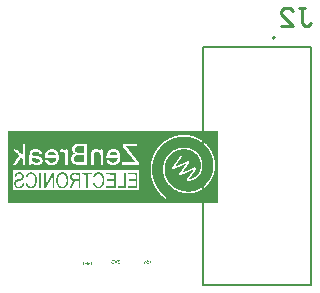
<source format=gbo>
G04*
G04 #@! TF.GenerationSoftware,Altium Limited,Altium Designer,24.5.2 (23)*
G04*
G04 Layer_Color=32896*
%FSLAX44Y44*%
%MOMM*%
G71*
G04*
G04 #@! TF.SameCoordinates,4DB7235B-6A34-4685-BFB2-834AB5D4ADCE*
G04*
G04*
G04 #@! TF.FilePolarity,Positive*
G04*
G01*
G75*
%ADD10C,0.2000*%
%ADD11C,0.1270*%
%ADD22C,0.2540*%
G36*
X1045626Y756246D02*
X1013316Y756232D01*
X867193D01*
X867180Y817365D01*
X1045612Y817379D01*
X1045626Y756246D01*
D02*
G37*
G36*
X986706Y706415D02*
X986336Y706362D01*
X986301Y706411D01*
X986263Y706454D01*
X986224Y706494D01*
X986189Y706528D01*
X986155Y706552D01*
X986126Y706572D01*
X986106Y706581D01*
X986102Y706586D01*
X986043Y706615D01*
X985984Y706640D01*
X985926Y706654D01*
X985872Y706669D01*
X985824Y706674D01*
X985789Y706679D01*
X985755D01*
X985648Y706669D01*
X985551Y706649D01*
X985463Y706615D01*
X985394Y706581D01*
X985336Y706547D01*
X985297Y706513D01*
X985273Y706494D01*
X985263Y706484D01*
X985199Y706406D01*
X985151Y706318D01*
X985116Y706230D01*
X985097Y706147D01*
X985082Y706069D01*
X985077Y706035D01*
Y706006D01*
X985073Y705986D01*
Y705967D01*
Y705957D01*
Y705952D01*
X985082Y705825D01*
X985102Y705713D01*
X985136Y705616D01*
X985170Y705533D01*
X985204Y705469D01*
X985238Y705421D01*
X985258Y705391D01*
X985268Y705386D01*
Y705382D01*
X985307Y705343D01*
X985346Y705313D01*
X985424Y705260D01*
X985507Y705226D01*
X985580Y705196D01*
X985648Y705182D01*
X985702Y705177D01*
X985721Y705172D01*
X985750D01*
X985833Y705177D01*
X985911Y705196D01*
X985980Y705221D01*
X986038Y705245D01*
X986087Y705274D01*
X986121Y705294D01*
X986141Y705313D01*
X986150Y705318D01*
X986209Y705382D01*
X986253Y705455D01*
X986292Y705528D01*
X986316Y705601D01*
X986336Y705669D01*
X986350Y705723D01*
X986355Y705742D01*
X986360Y705757D01*
Y705767D01*
Y705772D01*
X986775Y705742D01*
X986765Y705669D01*
X986750Y705596D01*
X986711Y705469D01*
X986657Y705357D01*
X986604Y705265D01*
X986575Y705226D01*
X986550Y705191D01*
X986526Y705162D01*
X986506Y705138D01*
X986487Y705118D01*
X986472Y705104D01*
X986467Y705099D01*
X986462Y705094D01*
X986409Y705050D01*
X986350Y705016D01*
X986292Y704982D01*
X986233Y704952D01*
X986116Y704909D01*
X986004Y704879D01*
X985950Y704870D01*
X985902Y704865D01*
X985858Y704860D01*
X985824Y704855D01*
X985794Y704850D01*
X985750D01*
X985653Y704855D01*
X985560Y704865D01*
X985477Y704884D01*
X985394Y704909D01*
X985321Y704938D01*
X985248Y704972D01*
X985185Y705006D01*
X985131Y705045D01*
X985077Y705079D01*
X985033Y705113D01*
X984995Y705147D01*
X984965Y705177D01*
X984941Y705201D01*
X984921Y705221D01*
X984912Y705230D01*
X984907Y705235D01*
X984863Y705294D01*
X984824Y705357D01*
X984790Y705421D01*
X984760Y705489D01*
X984716Y705611D01*
X984682Y705728D01*
X984673Y705781D01*
X984668Y705830D01*
X984663Y705874D01*
X984658Y705913D01*
X984653Y705942D01*
Y705967D01*
Y705981D01*
Y705986D01*
X984658Y706069D01*
X984668Y706152D01*
X984682Y706225D01*
X984697Y706298D01*
X984721Y706362D01*
X984746Y706425D01*
X984770Y706479D01*
X984799Y706533D01*
X984829Y706576D01*
X984853Y706615D01*
X984877Y706649D01*
X984902Y706679D01*
X984917Y706703D01*
X984931Y706718D01*
X984941Y706728D01*
X984946Y706732D01*
X984999Y706786D01*
X985058Y706830D01*
X985116Y706869D01*
X985180Y706903D01*
X985238Y706932D01*
X985297Y706952D01*
X985409Y706991D01*
X985458Y707001D01*
X985507Y707010D01*
X985546Y707015D01*
X985585Y707020D01*
X985614Y707025D01*
X985653D01*
X985770Y707015D01*
X985882Y706991D01*
X985984Y706962D01*
X986072Y706923D01*
X986150Y706884D01*
X986180Y706869D01*
X986209Y706854D01*
X986228Y706840D01*
X986243Y706830D01*
X986253Y706825D01*
X986258Y706820D01*
X986082Y707683D01*
X984804D01*
Y708059D01*
X986394D01*
X986706Y706415D01*
D02*
G37*
G36*
X988457Y706664D02*
X989330D01*
Y706298D01*
X988457D01*
Y705421D01*
X988086D01*
Y706298D01*
X987214D01*
Y706664D01*
X988086D01*
Y707537D01*
X988457D01*
Y706664D01*
D02*
G37*
G36*
X983214Y704904D02*
X982781D01*
X981527Y708108D01*
X981956D01*
X982824Y705781D01*
X982859Y705684D01*
X982893Y705586D01*
X982922Y705499D01*
X982946Y705421D01*
X982966Y705352D01*
X982980Y705299D01*
X982985Y705279D01*
X982990Y705265D01*
X982995Y705260D01*
Y705255D01*
X983049Y705440D01*
X983078Y705528D01*
X983107Y705611D01*
X983132Y705679D01*
X983146Y705733D01*
X983156Y705752D01*
X983161Y705767D01*
X983166Y705777D01*
Y705781D01*
X983995Y708108D01*
X984458D01*
X983214Y704904D01*
D02*
G37*
G36*
X934950Y703634D02*
X934546D01*
Y706150D01*
X932863Y703634D01*
X932429D01*
Y706838D01*
X932834D01*
Y704321D01*
X934521Y706838D01*
X934950D01*
Y703634D01*
D02*
G37*
G36*
X937106Y706882D02*
X937262Y706862D01*
X937408Y706828D01*
X937472Y706808D01*
X937530Y706794D01*
X937584Y706774D01*
X937633Y706755D01*
X937677Y706740D01*
X937711Y706721D01*
X937735Y706711D01*
X937759Y706701D01*
X937769Y706691D01*
X937774D01*
X937842Y706652D01*
X937901Y706609D01*
X938018Y706516D01*
X938111Y706418D01*
X938194Y706321D01*
X938252Y706228D01*
X938276Y706194D01*
X938301Y706160D01*
X938315Y706131D01*
X938325Y706111D01*
X938335Y706096D01*
Y706092D01*
X938398Y705940D01*
X938447Y705784D01*
X938481Y705638D01*
X938506Y705501D01*
X938515Y705443D01*
X938520Y705389D01*
X938525Y705340D01*
Y705297D01*
X938530Y705263D01*
Y705238D01*
Y705223D01*
Y705219D01*
X938520Y705048D01*
X938501Y704887D01*
X938467Y704741D01*
X938452Y704672D01*
X938432Y704614D01*
X938413Y704555D01*
X938398Y704507D01*
X938379Y704463D01*
X938364Y704429D01*
X938354Y704399D01*
X938345Y704380D01*
X938335Y704365D01*
Y704360D01*
X938252Y704229D01*
X938159Y704112D01*
X938067Y704009D01*
X937969Y703926D01*
X937886Y703863D01*
X937852Y703839D01*
X937818Y703819D01*
X937794Y703800D01*
X937769Y703790D01*
X937759Y703785D01*
X937755Y703780D01*
X937608Y703712D01*
X937457Y703663D01*
X937316Y703629D01*
X937179Y703604D01*
X937121Y703595D01*
X937067Y703590D01*
X937018Y703585D01*
X936974D01*
X936940Y703580D01*
X936896D01*
X936769Y703585D01*
X936643Y703599D01*
X936531Y703619D01*
X936428Y703643D01*
X936384Y703653D01*
X936340Y703663D01*
X936306Y703673D01*
X936277Y703682D01*
X936253Y703692D01*
X936233Y703697D01*
X936223Y703702D01*
X936218D01*
X936096Y703756D01*
X935975Y703814D01*
X935867Y703877D01*
X935770Y703936D01*
X935687Y703995D01*
X935653Y704014D01*
X935623Y704038D01*
X935599Y704053D01*
X935584Y704068D01*
X935575Y704073D01*
X935570Y704077D01*
Y705267D01*
X936926D01*
Y704892D01*
X935984D01*
Y704287D01*
X936043Y704243D01*
X936106Y704199D01*
X936170Y704160D01*
X936233Y704126D01*
X936292Y704097D01*
X936340Y704077D01*
X936360Y704068D01*
X936375Y704063D01*
X936379Y704058D01*
X936384D01*
X936482Y704024D01*
X936579Y703999D01*
X936672Y703980D01*
X936750Y703970D01*
X936818Y703960D01*
X936872Y703956D01*
X936921D01*
X937038Y703960D01*
X937150Y703975D01*
X937247Y703999D01*
X937340Y704024D01*
X937413Y704048D01*
X937447Y704063D01*
X937472Y704073D01*
X937491Y704077D01*
X937506Y704087D01*
X937516Y704092D01*
X937521D01*
X937618Y704151D01*
X937706Y704219D01*
X937779Y704292D01*
X937838Y704360D01*
X937881Y704424D01*
X937915Y704473D01*
X937930Y704492D01*
X937940Y704507D01*
X937945Y704516D01*
Y704521D01*
X937994Y704638D01*
X938028Y704755D01*
X938057Y704877D01*
X938072Y704994D01*
X938076Y705043D01*
X938081Y705092D01*
X938086Y705136D01*
Y705170D01*
X938091Y705204D01*
Y705223D01*
Y705238D01*
Y705243D01*
X938086Y705370D01*
X938072Y705492D01*
X938052Y705599D01*
X938028Y705696D01*
X938008Y705775D01*
X937998Y705809D01*
X937989Y705833D01*
X937979Y705857D01*
X937974Y705872D01*
X937969Y705882D01*
Y705887D01*
X937940Y705950D01*
X937911Y706009D01*
X937877Y706062D01*
X937842Y706111D01*
X937813Y706150D01*
X937789Y706179D01*
X937774Y706199D01*
X937769Y706204D01*
X937716Y706257D01*
X937662Y706301D01*
X937603Y706340D01*
X937550Y706374D01*
X937501Y706404D01*
X937462Y706423D01*
X937438Y706433D01*
X937428Y706438D01*
X937345Y706467D01*
X937262Y706491D01*
X937174Y706506D01*
X937096Y706521D01*
X937028Y706526D01*
X936974Y706531D01*
X936926D01*
X936838Y706526D01*
X936755Y706516D01*
X936682Y706501D01*
X936618Y706487D01*
X936565Y706472D01*
X936521Y706457D01*
X936496Y706448D01*
X936487Y706443D01*
X936413Y706408D01*
X936355Y706374D01*
X936301Y706335D01*
X936257Y706301D01*
X936223Y706267D01*
X936199Y706243D01*
X936184Y706223D01*
X936179Y706218D01*
X936140Y706160D01*
X936106Y706096D01*
X936077Y706033D01*
X936053Y705975D01*
X936033Y705916D01*
X936014Y705872D01*
X936009Y705843D01*
X936004Y705838D01*
Y705833D01*
X935619Y705940D01*
X935653Y706057D01*
X935692Y706160D01*
X935731Y706248D01*
X935770Y706321D01*
X935809Y706384D01*
X935838Y706428D01*
X935857Y706452D01*
X935862Y706462D01*
X935926Y706535D01*
X935999Y706594D01*
X936072Y706647D01*
X936145Y706691D01*
X936209Y706730D01*
X936257Y706755D01*
X936277Y706765D01*
X936292Y706769D01*
X936301Y706774D01*
X936306D01*
X936413Y706813D01*
X936521Y706843D01*
X936628Y706862D01*
X936721Y706877D01*
X936804Y706887D01*
X936843D01*
X936872Y706891D01*
X936930D01*
X937106Y706882D01*
D02*
G37*
G36*
X931717Y703634D02*
X930566D01*
X930459Y703639D01*
X930361Y703643D01*
X930274Y703653D01*
X930200Y703663D01*
X930137Y703673D01*
X930093Y703678D01*
X930064Y703687D01*
X930054D01*
X929971Y703712D01*
X929898Y703736D01*
X929835Y703760D01*
X929781Y703785D01*
X929737Y703809D01*
X929703Y703829D01*
X929679Y703839D01*
X929674Y703843D01*
X929615Y703887D01*
X929562Y703936D01*
X929508Y703985D01*
X929469Y704029D01*
X929430Y704073D01*
X929406Y704107D01*
X929386Y704126D01*
X929381Y704136D01*
X929332Y704209D01*
X929288Y704287D01*
X929249Y704365D01*
X929220Y704438D01*
X929196Y704507D01*
X929176Y704555D01*
X929171Y704575D01*
X929166Y704589D01*
X929162Y704599D01*
Y704604D01*
X929132Y704711D01*
X929113Y704824D01*
X929093Y704936D01*
X929084Y705033D01*
X929079Y705121D01*
Y705160D01*
X929074Y705189D01*
Y705219D01*
Y705238D01*
Y705248D01*
Y705253D01*
X929079Y705409D01*
X929093Y705550D01*
X929113Y705677D01*
X929128Y705735D01*
X929137Y705789D01*
X929147Y705838D01*
X929162Y705882D01*
X929171Y705921D01*
X929181Y705950D01*
X929191Y705975D01*
X929196Y705994D01*
X929201Y706004D01*
Y706009D01*
X929254Y706131D01*
X929313Y706238D01*
X929376Y706330D01*
X929440Y706408D01*
X929493Y706472D01*
X929537Y706521D01*
X929571Y706550D01*
X929576Y706560D01*
X929581D01*
X929659Y706618D01*
X929737Y706667D01*
X929815Y706706D01*
X929888Y706735D01*
X929952Y706760D01*
X930005Y706774D01*
X930025Y706784D01*
X930035D01*
X930044Y706789D01*
X930049D01*
X930127Y706804D01*
X930220Y706818D01*
X930318Y706828D01*
X930405Y706833D01*
X930488Y706838D01*
X931717D01*
Y703634D01*
D02*
G37*
G36*
X961777Y708113D02*
X961898Y708088D01*
X962011Y708054D01*
X962103Y708015D01*
X962176Y707971D01*
X962206Y707952D01*
X962230Y707937D01*
X962254Y707922D01*
X962269Y707913D01*
X962274Y707908D01*
X962279Y707903D01*
X962367Y707815D01*
X962435Y707718D01*
X962493Y707615D01*
X962532Y707518D01*
X962567Y707430D01*
X962576Y707391D01*
X962586Y707357D01*
X962591Y707332D01*
X962596Y707313D01*
X962601Y707298D01*
Y707293D01*
X962206Y707225D01*
X962186Y707327D01*
X962157Y707415D01*
X962128Y707488D01*
X962094Y707547D01*
X962064Y707596D01*
X962040Y707630D01*
X962020Y707649D01*
X962015Y707654D01*
X961952Y707703D01*
X961889Y707737D01*
X961825Y707766D01*
X961762Y707781D01*
X961713Y707791D01*
X961669Y707801D01*
X961630D01*
X961547Y707796D01*
X961474Y707776D01*
X961411Y707757D01*
X961357Y707727D01*
X961313Y707703D01*
X961279Y707679D01*
X961260Y707659D01*
X961255Y707654D01*
X961206Y707600D01*
X961172Y707537D01*
X961143Y707479D01*
X961128Y707425D01*
X961118Y707371D01*
X961108Y707332D01*
Y707308D01*
Y707303D01*
Y707298D01*
X961118Y707201D01*
X961143Y707118D01*
X961172Y707049D01*
X961211Y706996D01*
X961250Y706952D01*
X961279Y706918D01*
X961303Y706898D01*
X961313Y706893D01*
X961391Y706850D01*
X961469Y706820D01*
X961542Y706796D01*
X961611Y706781D01*
X961674Y706771D01*
X961718Y706767D01*
X961781D01*
X961801Y706771D01*
X961825D01*
X961869Y706425D01*
X961811Y706440D01*
X961757Y706450D01*
X961708Y706454D01*
X961669Y706459D01*
X961635Y706464D01*
X961591D01*
X961494Y706454D01*
X961411Y706435D01*
X961333Y706411D01*
X961269Y706376D01*
X961216Y706342D01*
X961177Y706318D01*
X961157Y706298D01*
X961147Y706289D01*
X961089Y706220D01*
X961045Y706147D01*
X961011Y706069D01*
X960991Y706001D01*
X960977Y705938D01*
X960972Y705889D01*
X960967Y705869D01*
Y705855D01*
Y705850D01*
Y705845D01*
X960977Y705742D01*
X960996Y705650D01*
X961025Y705567D01*
X961060Y705499D01*
X961099Y705440D01*
X961128Y705401D01*
X961147Y705377D01*
X961157Y705367D01*
X961230Y705303D01*
X961308Y705255D01*
X961386Y705226D01*
X961464Y705201D01*
X961528Y705186D01*
X961577Y705182D01*
X961596Y705177D01*
X961625D01*
X961708Y705182D01*
X961786Y705201D01*
X961854Y705226D01*
X961908Y705250D01*
X961957Y705279D01*
X961991Y705299D01*
X962011Y705318D01*
X962020Y705323D01*
X962074Y705386D01*
X962123Y705460D01*
X962162Y705543D01*
X962191Y705620D01*
X962215Y705694D01*
X962230Y705752D01*
X962240Y705772D01*
Y705791D01*
X962245Y705801D01*
Y705806D01*
X962640Y705752D01*
X962630Y705679D01*
X962615Y705611D01*
X962571Y705484D01*
X962523Y705372D01*
X962464Y705274D01*
X962440Y705235D01*
X962411Y705201D01*
X962386Y705172D01*
X962367Y705143D01*
X962347Y705123D01*
X962332Y705108D01*
X962328Y705104D01*
X962323Y705099D01*
X962269Y705055D01*
X962210Y705016D01*
X962157Y704982D01*
X962098Y704957D01*
X961981Y704909D01*
X961869Y704879D01*
X961820Y704870D01*
X961772Y704865D01*
X961733Y704860D01*
X961694Y704855D01*
X961664Y704850D01*
X961625D01*
X961542Y704855D01*
X961460Y704865D01*
X961382Y704874D01*
X961308Y704894D01*
X961240Y704918D01*
X961177Y704943D01*
X961118Y704967D01*
X961065Y704996D01*
X961021Y705021D01*
X960977Y705045D01*
X960938Y705070D01*
X960908Y705094D01*
X960884Y705113D01*
X960869Y705123D01*
X960860Y705133D01*
X960855Y705138D01*
X960801Y705196D01*
X960752Y705255D01*
X960713Y705313D01*
X960679Y705372D01*
X960645Y705430D01*
X960621Y705494D01*
X960586Y705606D01*
X960572Y705655D01*
X960562Y705703D01*
X960557Y705742D01*
X960552Y705781D01*
X960547Y705811D01*
Y705830D01*
Y705845D01*
Y705850D01*
X960552Y705962D01*
X960572Y706064D01*
X960596Y706152D01*
X960626Y706225D01*
X960660Y706284D01*
X960684Y706328D01*
X960704Y706357D01*
X960708Y706367D01*
X960772Y706440D01*
X960845Y706498D01*
X960918Y706547D01*
X960986Y706581D01*
X961050Y706610D01*
X961099Y706625D01*
X961118Y706635D01*
X961133D01*
X961143Y706640D01*
X961147D01*
X961069Y706679D01*
X961001Y706728D01*
X960947Y706771D01*
X960899Y706815D01*
X960864Y706854D01*
X960835Y706884D01*
X960821Y706903D01*
X960816Y706913D01*
X960777Y706976D01*
X960752Y707045D01*
X960733Y707108D01*
X960718Y707167D01*
X960708Y707215D01*
X960704Y707254D01*
Y707279D01*
Y707288D01*
X960708Y707371D01*
X960723Y707445D01*
X960743Y707513D01*
X960762Y707576D01*
X960782Y707625D01*
X960801Y707664D01*
X960816Y707688D01*
X960821Y707698D01*
X960869Y707766D01*
X960923Y707830D01*
X960982Y707883D01*
X961035Y707927D01*
X961084Y707961D01*
X961123Y707986D01*
X961152Y708000D01*
X961157Y708005D01*
X961162D01*
X961245Y708044D01*
X961328Y708074D01*
X961411Y708093D01*
X961484Y708108D01*
X961547Y708118D01*
X961596Y708122D01*
X961708D01*
X961777Y708113D01*
D02*
G37*
G36*
X956305D02*
X956427Y708088D01*
X956539Y708054D01*
X956631Y708015D01*
X956705Y707971D01*
X956734Y707952D01*
X956758Y707937D01*
X956783Y707922D01*
X956797Y707913D01*
X956802Y707908D01*
X956807Y707903D01*
X956895Y707815D01*
X956963Y707718D01*
X957022Y707615D01*
X957061Y707518D01*
X957095Y707430D01*
X957104Y707391D01*
X957114Y707357D01*
X957119Y707332D01*
X957124Y707313D01*
X957129Y707298D01*
Y707293D01*
X956734Y707225D01*
X956714Y707327D01*
X956685Y707415D01*
X956656Y707488D01*
X956622Y707547D01*
X956592Y707596D01*
X956568Y707630D01*
X956549Y707649D01*
X956544Y707654D01*
X956480Y707703D01*
X956417Y707737D01*
X956354Y707766D01*
X956290Y707781D01*
X956241Y707791D01*
X956197Y707801D01*
X956158D01*
X956076Y707796D01*
X956002Y707776D01*
X955939Y707757D01*
X955885Y707727D01*
X955841Y707703D01*
X955807Y707679D01*
X955788Y707659D01*
X955783Y707654D01*
X955734Y707600D01*
X955700Y707537D01*
X955671Y707479D01*
X955656Y707425D01*
X955646Y707371D01*
X955637Y707332D01*
Y707308D01*
Y707303D01*
Y707298D01*
X955646Y707201D01*
X955671Y707118D01*
X955700Y707049D01*
X955739Y706996D01*
X955778Y706952D01*
X955807Y706918D01*
X955832Y706898D01*
X955841Y706893D01*
X955919Y706850D01*
X955997Y706820D01*
X956071Y706796D01*
X956139Y706781D01*
X956202Y706771D01*
X956246Y706767D01*
X956310D01*
X956329Y706771D01*
X956354D01*
X956397Y706425D01*
X956339Y706440D01*
X956285Y706450D01*
X956236Y706454D01*
X956197Y706459D01*
X956163Y706464D01*
X956119D01*
X956022Y706454D01*
X955939Y706435D01*
X955861Y706411D01*
X955798Y706376D01*
X955744Y706342D01*
X955705Y706318D01*
X955685Y706298D01*
X955676Y706289D01*
X955617Y706220D01*
X955573Y706147D01*
X955539Y706069D01*
X955520Y706001D01*
X955505Y705938D01*
X955500Y705889D01*
X955495Y705869D01*
Y705855D01*
Y705850D01*
Y705845D01*
X955505Y705742D01*
X955524Y705650D01*
X955554Y705567D01*
X955588Y705499D01*
X955627Y705440D01*
X955656Y705401D01*
X955676Y705377D01*
X955685Y705367D01*
X955759Y705303D01*
X955836Y705255D01*
X955915Y705226D01*
X955993Y705201D01*
X956056Y705186D01*
X956105Y705182D01*
X956124Y705177D01*
X956153D01*
X956236Y705182D01*
X956314Y705201D01*
X956383Y705226D01*
X956436Y705250D01*
X956485Y705279D01*
X956519Y705299D01*
X956539Y705318D01*
X956549Y705323D01*
X956602Y705386D01*
X956651Y705460D01*
X956690Y705543D01*
X956719Y705620D01*
X956744Y705694D01*
X956758Y705752D01*
X956768Y705772D01*
Y705791D01*
X956773Y705801D01*
Y705806D01*
X957168Y705752D01*
X957158Y705679D01*
X957143Y705611D01*
X957100Y705484D01*
X957051Y705372D01*
X956992Y705274D01*
X956968Y705235D01*
X956939Y705201D01*
X956914Y705172D01*
X956895Y705143D01*
X956875Y705123D01*
X956861Y705108D01*
X956856Y705104D01*
X956851Y705099D01*
X956797Y705055D01*
X956739Y705016D01*
X956685Y704982D01*
X956627Y704957D01*
X956509Y704909D01*
X956397Y704879D01*
X956349Y704870D01*
X956300Y704865D01*
X956261Y704860D01*
X956222Y704855D01*
X956193Y704850D01*
X956153D01*
X956071Y704855D01*
X955988Y704865D01*
X955910Y704874D01*
X955836Y704894D01*
X955768Y704918D01*
X955705Y704943D01*
X955646Y704967D01*
X955593Y704996D01*
X955549Y705021D01*
X955505Y705045D01*
X955466Y705070D01*
X955437Y705094D01*
X955412Y705113D01*
X955398Y705123D01*
X955388Y705133D01*
X955383Y705138D01*
X955329Y705196D01*
X955281Y705255D01*
X955242Y705313D01*
X955207Y705372D01*
X955173Y705430D01*
X955149Y705494D01*
X955115Y705606D01*
X955100Y705655D01*
X955090Y705703D01*
X955086Y705742D01*
X955081Y705781D01*
X955076Y705811D01*
Y705830D01*
Y705845D01*
Y705850D01*
X955081Y705962D01*
X955100Y706064D01*
X955125Y706152D01*
X955154Y706225D01*
X955188Y706284D01*
X955212Y706328D01*
X955232Y706357D01*
X955237Y706367D01*
X955300Y706440D01*
X955373Y706498D01*
X955446Y706547D01*
X955515Y706581D01*
X955578Y706610D01*
X955627Y706625D01*
X955646Y706635D01*
X955661D01*
X955671Y706640D01*
X955676D01*
X955598Y706679D01*
X955529Y706728D01*
X955476Y706771D01*
X955427Y706815D01*
X955393Y706854D01*
X955363Y706884D01*
X955349Y706903D01*
X955344Y706913D01*
X955305Y706976D01*
X955281Y707045D01*
X955261Y707108D01*
X955247Y707167D01*
X955237Y707215D01*
X955232Y707254D01*
Y707279D01*
Y707288D01*
X955237Y707371D01*
X955251Y707445D01*
X955271Y707513D01*
X955290Y707576D01*
X955310Y707625D01*
X955329Y707664D01*
X955344Y707688D01*
X955349Y707698D01*
X955398Y707766D01*
X955451Y707830D01*
X955510Y707883D01*
X955563Y707927D01*
X955612Y707961D01*
X955651Y707986D01*
X955680Y708000D01*
X955685Y708005D01*
X955690D01*
X955773Y708044D01*
X955856Y708074D01*
X955939Y708093D01*
X956012Y708108D01*
X956076Y708118D01*
X956124Y708122D01*
X956236D01*
X956305Y708113D01*
D02*
G37*
G36*
X964327Y706664D02*
X965200D01*
Y706298D01*
X964327D01*
Y705421D01*
X963956D01*
Y706298D01*
X963083D01*
Y706664D01*
X963956D01*
Y707537D01*
X964327D01*
Y706664D01*
D02*
G37*
G36*
X959084Y704904D02*
X958651D01*
X957397Y708108D01*
X957826D01*
X958694Y705781D01*
X958728Y705684D01*
X958763Y705586D01*
X958792Y705499D01*
X958816Y705421D01*
X958836Y705352D01*
X958850Y705299D01*
X958855Y705279D01*
X958860Y705265D01*
X958865Y705260D01*
Y705255D01*
X958919Y705440D01*
X958948Y705528D01*
X958977Y705611D01*
X959002Y705679D01*
X959016Y705733D01*
X959026Y705752D01*
X959031Y705767D01*
X959036Y705777D01*
Y705781D01*
X959865Y708108D01*
X960328D01*
X959084Y704904D01*
D02*
G37*
%LPC*%
G36*
X933856Y806540D02*
X933773Y806512D01*
X926864Y806526D01*
X926381Y806512D01*
X926133Y806402D01*
X926078Y806374D01*
X925995Y806346D01*
X925912Y806374D01*
X925582Y806402D01*
X925416Y806291D01*
X925002Y806264D01*
X924865Y806208D01*
X924809Y806153D01*
X924713Y806084D01*
X924423Y806015D01*
X924313Y805988D01*
X924175Y805933D01*
X924120Y805905D01*
X924065Y805850D01*
X923706Y805657D01*
X923651Y805629D01*
X923609Y805588D01*
X923458Y805464D01*
X923403Y805436D01*
X923237Y805271D01*
X923182Y805243D01*
X923030Y805091D01*
X923003Y805036D01*
X922879Y804940D01*
X922755Y804788D01*
X922727Y804733D01*
X922589Y804595D01*
X922451Y804347D01*
X922424Y804292D01*
X922368Y804237D01*
X922272Y804085D01*
X922231Y803933D01*
X922162Y803782D01*
X922024Y803561D01*
X921955Y803244D01*
X921831Y802844D01*
X921789Y802692D01*
X921762Y802609D01*
X921734Y802002D01*
X921762Y801561D01*
X921789Y801368D01*
X921817Y801258D01*
X921858Y801106D01*
X921913Y800968D01*
X921955Y800816D01*
X922010Y800596D01*
X922079Y800417D01*
X922217Y800196D01*
X922286Y800017D01*
X922341Y799961D01*
X922368Y799906D01*
X922424Y799851D01*
X922561Y799603D01*
X923237Y798927D01*
X923430Y798817D01*
X923541Y798707D01*
X923596Y798679D01*
X923651Y798624D01*
X923761Y798596D01*
X923899Y798541D01*
X923968Y798472D01*
X923996Y798389D01*
X923954Y798265D01*
X923761Y798155D01*
X923568Y798072D01*
X923458Y798045D01*
X923320Y797990D01*
X923127Y797852D01*
X923072Y797824D01*
X922823Y797714D01*
X922741Y797631D01*
X922603Y797548D01*
X922382Y797328D01*
X922327Y797300D01*
X921982Y796955D01*
X921955Y796900D01*
X921789Y796735D01*
X921679Y796542D01*
X921624Y796486D01*
X921596Y796431D01*
X921513Y796348D01*
X921348Y796045D01*
X921320Y795990D01*
X921279Y795948D01*
X921210Y795769D01*
X921155Y795549D01*
X921017Y795107D01*
X920976Y794956D01*
X920934Y794749D01*
X920907Y794225D01*
X920934Y793121D01*
X920976Y792970D01*
X921017Y792708D01*
X921141Y792418D01*
X921210Y792101D01*
X921320Y791853D01*
X921431Y791660D01*
X921458Y791549D01*
X921541Y791356D01*
X921596Y791301D01*
X921762Y790998D01*
X921789Y790943D01*
X921831Y790901D01*
X921886Y790874D01*
X921982Y790694D01*
X922175Y790501D01*
X922203Y790446D01*
X922424Y790226D01*
X922575Y790101D01*
X922672Y790033D01*
X922741Y789936D01*
X923058Y789757D01*
X923210Y789633D01*
X923265Y789605D01*
X923403Y789550D01*
X923747Y789371D01*
X923954Y789329D01*
X924202Y789219D01*
X924423Y789136D01*
X924533Y789109D01*
X924616Y789081D01*
X924809Y789053D01*
X925085Y789026D01*
X925333Y788915D01*
X925540Y788929D01*
X925678Y788957D01*
X925775Y788943D01*
X926078Y788805D01*
X928009Y788778D01*
X928036D01*
X933621Y788791D01*
X933966Y788778D01*
X934159Y788833D01*
X934173Y788874D01*
X934214Y788915D01*
X934201Y805726D01*
X934228Y806333D01*
X934201Y806415D01*
X934173Y806470D01*
X934104Y806512D01*
X933856Y806540D01*
D02*
G37*
G36*
X964884D02*
X964691Y806512D01*
X964608Y806484D01*
X964553Y806457D01*
X964498Y806319D01*
X964512Y804567D01*
X964539Y804457D01*
X964594Y804264D01*
X964787Y804071D01*
X964898Y803878D01*
X965063Y803712D01*
X965091Y803657D01*
X965174Y803575D01*
X965187Y803561D01*
X965242Y803506D01*
X965422Y803244D01*
X965449Y803188D01*
X965518Y803120D01*
X965574Y803092D01*
X965670Y802968D01*
X965698Y802913D01*
X965808Y802802D01*
X965946Y802609D01*
X965973Y802554D01*
X966070Y802458D01*
X966194Y802306D01*
X966222Y802251D01*
X966304Y802168D01*
X966497Y801920D01*
X966525Y801865D01*
X966622Y801768D01*
X966746Y801616D01*
X966773Y801561D01*
X966953Y801382D01*
X967063Y801216D01*
X967118Y801189D01*
X967187Y801092D01*
X967270Y800954D01*
X967408Y800816D01*
X967435Y800761D01*
X967518Y800679D01*
X967545Y800623D01*
X967601Y800568D01*
X967628Y800513D01*
X967711Y800430D01*
X967794Y800293D01*
X967945Y800141D01*
X968070Y799989D01*
X968097Y799934D01*
X968166Y799865D01*
X968290Y799713D01*
X968318Y799658D01*
X968456Y799520D01*
X968594Y799327D01*
X968621Y799272D01*
X968718Y799175D01*
X968842Y799024D01*
X968869Y798969D01*
X969035Y798803D01*
X969118Y798665D01*
X969256Y798527D01*
X969393Y798334D01*
X969421Y798279D01*
X969586Y798114D01*
X969614Y798058D01*
X969738Y797879D01*
X969793Y797852D01*
X969835Y797810D01*
X969917Y797672D01*
X970014Y797576D01*
X970138Y797424D01*
X970166Y797369D01*
X970359Y797176D01*
X970469Y796983D01*
X970635Y796817D01*
X970662Y796762D01*
X970855Y796569D01*
X970993Y796321D01*
X971186Y796128D01*
X971214Y796073D01*
X971407Y795880D01*
X971517Y795686D01*
X971641Y795562D01*
X971765Y795411D01*
X971793Y795356D01*
X971958Y795190D01*
X972069Y794997D01*
X972138Y794928D01*
X972193Y794901D01*
X972317Y794721D01*
X972345Y794666D01*
X972413Y794597D01*
X972538Y794445D01*
X972565Y794390D01*
X972689Y794266D01*
X972813Y794114D01*
X972841Y794059D01*
X972979Y793921D01*
X973007Y793866D01*
X973089Y793783D01*
X973117Y793728D01*
X973158Y793687D01*
X973282Y793535D01*
X973365Y793397D01*
X973434Y793328D01*
X973531Y793259D01*
X973641Y793066D01*
X973737Y792970D01*
X973861Y792818D01*
X973889Y792763D01*
X973972Y792680D01*
X974165Y792432D01*
X974192Y792377D01*
X974289Y792280D01*
X974413Y792129D01*
X974441Y792074D01*
X974661Y791853D01*
X974689Y791798D01*
X974813Y791674D01*
X974937Y791522D01*
X974965Y791467D01*
X975351Y791081D01*
X975323Y790970D01*
X975254Y790929D01*
X964415Y790901D01*
X964277Y790846D01*
X964222Y790763D01*
X964236Y789453D01*
X964208Y789012D01*
X964236Y788902D01*
X964360Y788805D01*
X964718Y788778D01*
X964829Y788805D01*
X964912Y788778D01*
X977530Y788791D01*
X977930Y788778D01*
X978040Y788805D01*
X978109Y788874D01*
X978136Y790777D01*
X978109Y791053D01*
X977943Y791218D01*
X977833Y791412D01*
X977709Y791536D01*
X977585Y791687D01*
X977557Y791742D01*
X977392Y791908D01*
X977281Y792101D01*
X977254Y792156D01*
X977157Y792225D01*
X977033Y792377D01*
X977006Y792432D01*
X976840Y792598D01*
X976730Y792791D01*
X976702Y792846D01*
X976482Y793066D01*
X976454Y793121D01*
X976344Y793232D01*
X976233Y793425D01*
X976109Y793549D01*
X975985Y793701D01*
X975916Y793797D01*
X975861Y793825D01*
X975820Y793866D01*
X975709Y794059D01*
X975682Y794114D01*
X975516Y794280D01*
X975489Y794335D01*
X975296Y794528D01*
X975158Y794776D01*
X974965Y794969D01*
X974937Y795025D01*
X974744Y795218D01*
X974634Y795411D01*
X974606Y795466D01*
X974386Y795686D01*
X974358Y795742D01*
X974261Y795838D01*
X974082Y796100D01*
X974054Y796155D01*
X973917Y796293D01*
X973889Y796348D01*
X973696Y796542D01*
X973586Y796735D01*
X973475Y796845D01*
X973448Y796900D01*
X973365Y796983D01*
X973337Y797038D01*
X973172Y797204D01*
X973062Y797397D01*
X972965Y797493D01*
X972841Y797645D01*
X972813Y797700D01*
X972744Y797769D01*
X972648Y797838D01*
X972510Y798086D01*
X972345Y798251D01*
X972317Y798307D01*
X972262Y798362D01*
X972234Y798417D01*
X972124Y798527D01*
X971986Y798720D01*
X971958Y798776D01*
X971862Y798872D01*
X971738Y799024D01*
X971710Y799079D01*
X971669Y799093D01*
X971545Y799217D01*
X971434Y799410D01*
X971407Y799465D01*
X971310Y799562D01*
X971186Y799713D01*
X971159Y799769D01*
X971117Y799810D01*
X971062Y799837D01*
X970938Y800044D01*
X970855Y800127D01*
X970662Y800375D01*
X970635Y800430D01*
X970593Y800444D01*
X970524Y800513D01*
X970414Y800706D01*
X970248Y800872D01*
X970138Y801065D01*
X969945Y801258D01*
X969862Y801396D01*
X969766Y801492D01*
X969642Y801644D01*
X969614Y801699D01*
X969531Y801782D01*
X969338Y802030D01*
X969311Y802085D01*
X969200Y802196D01*
X969131Y802292D01*
X969021Y802458D01*
X968966Y802485D01*
X968924Y802526D01*
X968856Y802623D01*
X968745Y802788D01*
X968690Y802816D01*
X968649Y802858D01*
X968621Y802913D01*
X968566Y802968D01*
X968538Y803023D01*
X968442Y803120D01*
X968318Y803271D01*
X968290Y803326D01*
X968249Y803368D01*
X968152Y803437D01*
X968125Y803492D01*
X968070Y803547D01*
X968042Y803602D01*
X967849Y803795D01*
X967821Y803850D01*
X967697Y803975D01*
X967642Y804002D01*
X967587Y804057D01*
X967532Y804085D01*
X967435Y804181D01*
X967408Y804319D01*
X967504Y804388D01*
X976661Y804416D01*
X976744Y804388D01*
X976992Y804416D01*
X977088Y804512D01*
X977116Y804650D01*
X977088Y804926D01*
X977116Y805009D01*
X977102Y805933D01*
X977116Y806333D01*
X977061Y806470D01*
X976923Y806526D01*
X965242Y806512D01*
X964884Y806540D01*
D02*
G37*
G36*
X955893Y802016D02*
X955782Y801989D01*
X955589Y801906D01*
X955424Y801878D01*
X955313Y801906D01*
X955010Y801768D01*
X954734Y801740D01*
X954624Y801713D01*
X954431Y801630D01*
X954183Y801492D01*
X954072Y801465D01*
X953879Y801327D01*
X953741Y801244D01*
X953548Y801161D01*
X953493Y801106D01*
X953300Y800968D01*
X953245Y800941D01*
X953204Y800899D01*
X953176Y800844D01*
X953024Y800720D01*
X952969Y800692D01*
X952431Y800155D01*
X952404Y800099D01*
X952266Y799961D01*
X952128Y799769D01*
X952100Y799713D01*
X952018Y799631D01*
X951824Y799272D01*
X951797Y799217D01*
X951742Y799162D01*
X951631Y798969D01*
X951576Y798776D01*
X951452Y798569D01*
X951383Y798389D01*
X951328Y798169D01*
X951232Y797934D01*
X951176Y797796D01*
X951149Y797686D01*
X951121Y797548D01*
X951080Y797231D01*
X951052Y797121D01*
X951011Y796969D01*
X950969Y796735D01*
X950942Y796376D01*
X950914Y796293D01*
X950887Y795824D01*
X950859Y795742D01*
X950873Y794707D01*
X951011Y794625D01*
X951121Y794597D01*
X951204Y794625D01*
X959850Y794611D01*
X960113Y794625D01*
X960306Y794597D01*
X960402Y794473D01*
X960388Y794294D01*
X960347Y793949D01*
X960319Y793756D01*
X960264Y793535D01*
X960168Y793301D01*
X960099Y793011D01*
X960016Y792818D01*
X959988Y792763D01*
X959933Y792708D01*
X959892Y792611D01*
X959795Y792349D01*
X959713Y792266D01*
X959575Y792074D01*
X959547Y792018D01*
X959354Y791825D01*
X959326Y791770D01*
X959285Y791729D01*
X959230Y791701D01*
X959078Y791549D01*
X959051Y791494D01*
X958844Y791370D01*
X958761Y791287D01*
X958609Y791191D01*
X958430Y791122D01*
X958375Y791067D01*
X958127Y790929D01*
X957741Y790818D01*
X957603Y790763D01*
X957410Y790708D01*
X957327Y790681D01*
X955920Y790653D01*
X955479Y790763D01*
X955300Y790832D01*
X955148Y790874D01*
X954817Y790956D01*
X954734Y791039D01*
X954583Y791136D01*
X954403Y791205D01*
X954307Y791301D01*
X954155Y791425D01*
X954100Y791453D01*
X954031Y791522D01*
X954003Y791577D01*
X953783Y791798D01*
X953755Y791853D01*
X953700Y791908D01*
X953672Y791963D01*
X953590Y792046D01*
X953479Y792239D01*
X953369Y792404D01*
X953231Y792653D01*
X953204Y792708D01*
X953135Y792749D01*
X952914Y792777D01*
X952693Y792722D01*
X952500Y792639D01*
X951756Y792611D01*
X951645Y792584D01*
X951494Y792542D01*
X951259Y792501D01*
X951149Y792473D01*
X951025Y792432D01*
X950997Y792322D01*
X951094Y792087D01*
X951135Y791908D01*
X951301Y791549D01*
X951314Y791536D01*
X951356Y791439D01*
X951411Y791246D01*
X951521Y791136D01*
X951714Y790777D01*
X951797Y790694D01*
X951907Y790501D01*
X952128Y790281D01*
X952156Y790226D01*
X952280Y790101D01*
X952335Y790074D01*
X952404Y790005D01*
X952431Y789950D01*
X952555Y789853D01*
X952611Y789826D01*
X952804Y789633D01*
X952859Y789605D01*
X952997Y789550D01*
X953121Y789426D01*
X953286Y789315D01*
X953466Y789247D01*
X953521Y789191D01*
X953576Y789164D01*
X953617Y789122D01*
X953755Y789067D01*
X953934Y789026D01*
X954183Y788915D01*
X954334Y788819D01*
X954679Y788778D01*
X954872Y788695D01*
X955258Y788667D01*
X955507Y788557D01*
X957465Y788529D01*
X957575Y788557D01*
X957768Y788640D01*
X958099Y788667D01*
X958292Y788750D01*
X958623Y788778D01*
X958816Y788860D01*
X958871Y788888D01*
X958927Y788943D01*
X959023Y788984D01*
X959202Y789026D01*
X959313Y789053D01*
X959506Y789136D01*
X959561Y789164D01*
X959630Y789233D01*
X959768Y789288D01*
X959947Y789357D01*
X960085Y789495D01*
X960278Y789605D01*
X960375Y789702D01*
X960526Y789826D01*
X960581Y789853D01*
X960802Y790074D01*
X960857Y790101D01*
X961092Y790336D01*
X961202Y790529D01*
X961271Y790598D01*
X961326Y790626D01*
X961367Y790667D01*
X961478Y790860D01*
X961505Y790915D01*
X961588Y790998D01*
X961698Y791191D01*
X961754Y791329D01*
X961864Y791439D01*
X961947Y791577D01*
X962002Y791798D01*
X962181Y792142D01*
X962222Y792294D01*
X962278Y792515D01*
X962333Y792653D01*
X962402Y792804D01*
X962443Y792984D01*
X962471Y793094D01*
X962498Y793370D01*
X962553Y793756D01*
X962581Y793839D01*
X962609Y794473D01*
X962636Y794556D01*
X962664Y795576D01*
X962636Y795659D01*
X962581Y796376D01*
X962553Y796459D01*
X962526Y796817D01*
X962498Y796928D01*
X962471Y797204D01*
X962443Y797314D01*
X962388Y797507D01*
X962291Y797824D01*
X962222Y798114D01*
X962195Y798224D01*
X962140Y798362D01*
X962112Y798417D01*
X962071Y798458D01*
X962016Y798596D01*
X961974Y798776D01*
X961891Y798969D01*
X961836Y799024D01*
X961698Y799272D01*
X961629Y799424D01*
X961505Y799575D01*
X961395Y799769D01*
X961299Y799865D01*
X961174Y800017D01*
X961147Y800072D01*
X961078Y800141D01*
X960981Y800210D01*
X960954Y800265D01*
X960899Y800320D01*
X960871Y800375D01*
X960678Y800513D01*
X960650Y800568D01*
X960499Y800692D01*
X960443Y800720D01*
X960250Y800913D01*
X960057Y801023D01*
X960002Y801051D01*
X959920Y801134D01*
X959616Y801299D01*
X959561Y801327D01*
X959464Y801423D01*
X959326Y801479D01*
X959175Y801520D01*
X959064Y801547D01*
X958982Y801575D01*
X958927Y801603D01*
X958830Y801699D01*
X958692Y801754D01*
X958375Y801796D01*
X958237Y801851D01*
X957906Y801878D01*
X957658Y801989D01*
X955893Y802016D01*
D02*
G37*
G36*
X903738D02*
X903627Y801989D01*
X903434Y801906D01*
X903269Y801878D01*
X903158Y801906D01*
X903048Y801878D01*
X902855Y801768D01*
X902579Y801740D01*
X902469Y801713D01*
X902276Y801630D01*
X902028Y801492D01*
X901835Y801410D01*
X901779Y801382D01*
X901724Y801327D01*
X901586Y801244D01*
X901393Y801161D01*
X901338Y801106D01*
X901145Y800968D01*
X901090Y800941D01*
X901049Y800899D01*
X900980Y800803D01*
X900925Y800775D01*
X900869Y800720D01*
X900814Y800692D01*
X900249Y800127D01*
X900221Y800072D01*
X900056Y799906D01*
X899945Y799713D01*
X899863Y799631D01*
X899752Y799437D01*
X899697Y799300D01*
X899614Y799217D01*
X899587Y799162D01*
X899532Y799107D01*
X899449Y798886D01*
X899421Y798776D01*
X899297Y798569D01*
X899228Y798389D01*
X899201Y798279D01*
X899146Y798086D01*
X899077Y797934D01*
X898994Y797714D01*
X898897Y797093D01*
X898842Y796955D01*
X898815Y796707D01*
X898787Y796431D01*
X898759Y796238D01*
X898732Y796155D01*
X898704Y794721D01*
X898787Y794639D01*
X898925Y794611D01*
X901255Y794625D01*
X901283D01*
X907695Y794611D01*
X907958Y794625D01*
X908151Y794597D01*
X908247Y794473D01*
X908206Y794128D01*
X908178Y793825D01*
X908137Y793646D01*
X908082Y793453D01*
X908013Y793301D01*
X907944Y793011D01*
X907861Y792818D01*
X907833Y792763D01*
X907765Y792694D01*
X907640Y792349D01*
X907558Y792266D01*
X907420Y792074D01*
X907392Y792018D01*
X907199Y791825D01*
X907130Y791729D01*
X907075Y791701D01*
X906827Y791453D01*
X906689Y791370D01*
X906606Y791287D01*
X906454Y791191D01*
X906275Y791122D01*
X906220Y791067D01*
X905972Y790929D01*
X905861Y790901D01*
X905586Y790818D01*
X905448Y790763D01*
X905255Y790708D01*
X905172Y790681D01*
X903765Y790653D01*
X903324Y790763D01*
X903145Y790832D01*
X902993Y790874D01*
X902662Y790956D01*
X902579Y791039D01*
X902428Y791136D01*
X902248Y791205D01*
X902152Y791301D01*
X902000Y791425D01*
X901945Y791453D01*
X901848Y791549D01*
X901821Y791605D01*
X901628Y791798D01*
X901600Y791853D01*
X901462Y791991D01*
X901324Y792239D01*
X901214Y792404D01*
X901076Y792653D01*
X900980Y792749D01*
X900869Y792777D01*
X900593Y792749D01*
X900345Y792639D01*
X899573Y792611D01*
X899339Y792542D01*
X899104Y792501D01*
X898994Y792473D01*
X898870Y792432D01*
X898842Y792322D01*
X898884Y792198D01*
X898952Y792018D01*
X899008Y791798D01*
X899132Y791591D01*
X899228Y791329D01*
X899325Y791150D01*
X899380Y791122D01*
X899532Y790832D01*
X899559Y790777D01*
X899642Y790694D01*
X899752Y790501D01*
X899973Y790281D01*
X900001Y790226D01*
X900152Y790074D01*
X900207Y790046D01*
X900249Y790005D01*
X900276Y789950D01*
X900400Y789853D01*
X900456Y789826D01*
X900525Y789757D01*
X900552Y789702D01*
X900649Y789633D01*
X900704Y789605D01*
X900842Y789550D01*
X900980Y789412D01*
X901228Y789274D01*
X901366Y789191D01*
X901421Y789164D01*
X901462Y789122D01*
X901600Y789067D01*
X901779Y789026D01*
X902028Y788915D01*
X902179Y788819D01*
X902524Y788778D01*
X902717Y788695D01*
X903103Y788667D01*
X903352Y788557D01*
X905310Y788529D01*
X905420Y788557D01*
X905613Y788640D01*
X905944Y788667D01*
X906137Y788750D01*
X906468Y788778D01*
X906661Y788860D01*
X906716Y788888D01*
X906772Y788943D01*
X906868Y788984D01*
X907047Y789026D01*
X907158Y789053D01*
X907296Y789109D01*
X907433Y789191D01*
X907627Y789302D01*
X907765Y789357D01*
X907820Y789384D01*
X907930Y789495D01*
X908123Y789605D01*
X908220Y789702D01*
X908371Y789826D01*
X908426Y789853D01*
X908647Y790074D01*
X908702Y790101D01*
X908937Y790336D01*
X909047Y790529D01*
X909144Y790626D01*
X909199Y790653D01*
X909323Y790888D01*
X909433Y790998D01*
X909543Y791191D01*
X909599Y791329D01*
X909709Y791439D01*
X909792Y791577D01*
X909847Y791798D01*
X909902Y791936D01*
X910040Y792184D01*
X910123Y792515D01*
X910192Y792694D01*
X910274Y792915D01*
X910302Y793053D01*
X910330Y793273D01*
X910357Y793521D01*
X910398Y793783D01*
X910426Y793866D01*
X910454Y794528D01*
X910509Y794666D01*
X910495Y795618D01*
X910467Y795728D01*
X910440Y796252D01*
X910412Y796417D01*
X910343Y796983D01*
X910316Y797176D01*
X910205Y797617D01*
X910136Y797796D01*
X910109Y797907D01*
X910081Y798045D01*
X910040Y798224D01*
X909957Y798417D01*
X909916Y798458D01*
X909819Y798720D01*
X909792Y798831D01*
X909736Y798969D01*
X909681Y799024D01*
X909543Y799272D01*
X909474Y799424D01*
X909350Y799575D01*
X909240Y799769D01*
X909075Y799934D01*
X908992Y800072D01*
X908923Y800141D01*
X908868Y800168D01*
X908826Y800210D01*
X908799Y800265D01*
X908744Y800320D01*
X908716Y800375D01*
X908675Y800389D01*
X908620Y800444D01*
X908564Y800472D01*
X908523Y800513D01*
X908495Y800568D01*
X908344Y800692D01*
X908288Y800720D01*
X908123Y800885D01*
X907875Y801023D01*
X907765Y801134D01*
X907571Y801244D01*
X907433Y801299D01*
X907309Y801423D01*
X907171Y801479D01*
X907020Y801520D01*
X906909Y801547D01*
X906785Y801589D01*
X906634Y801713D01*
X906496Y801768D01*
X906220Y801796D01*
X906082Y801851D01*
X905696Y801878D01*
X905503Y801989D01*
X903738Y802016D01*
D02*
G37*
G36*
X889727Y802044D02*
X889506Y802016D01*
X889203Y801878D01*
X888844Y801906D01*
X888596Y801796D01*
X888320Y801768D01*
X888210Y801740D01*
X888058Y801699D01*
X887906Y801575D01*
X887768Y801520D01*
X887658Y801492D01*
X887465Y801437D01*
X887382Y801354D01*
X887189Y801244D01*
X887051Y801189D01*
X886858Y800996D01*
X886803Y800968D01*
X886748Y800913D01*
X886693Y800885D01*
X886596Y800789D01*
X886569Y800734D01*
X886514Y800679D01*
X886486Y800623D01*
X886348Y800486D01*
X886183Y800182D01*
X886155Y800127D01*
X886059Y800031D01*
X886003Y799893D01*
X885962Y799713D01*
X885907Y799520D01*
X885852Y799300D01*
X885769Y799107D01*
X885741Y798913D01*
X885714Y798831D01*
X885686Y794776D01*
X885659Y791853D01*
X885603Y791467D01*
X885631Y791384D01*
X885576Y790860D01*
X885493Y790391D01*
X885465Y790281D01*
X885438Y790005D01*
X885410Y789812D01*
X885259Y789467D01*
X885190Y789177D01*
X885052Y788957D01*
X885079Y788874D01*
X885176Y788805D01*
X885562Y788778D01*
X885645Y788805D01*
X885728Y788778D01*
X886734Y788791D01*
X887134Y788778D01*
X887272Y788833D01*
X887300Y788888D01*
X887369Y789067D01*
X887534Y789426D01*
X887562Y789646D01*
X887589Y789729D01*
X887617Y790115D01*
X887658Y790239D01*
X887713Y790267D01*
X888017Y790129D01*
X888210Y789936D01*
X888458Y789798D01*
X888596Y789660D01*
X888844Y789522D01*
X888899Y789495D01*
X888968Y789426D01*
X889410Y789205D01*
X889630Y789067D01*
X889947Y788998D01*
X890099Y788929D01*
X890251Y788805D01*
X890609Y788778D01*
X890802Y788695D01*
X891133Y788667D01*
X891382Y788557D01*
X893257Y788529D01*
X893367Y788557D01*
X893560Y788695D01*
X893809Y788667D01*
X894002Y788750D01*
X894250Y788778D01*
X894471Y788833D01*
X894553Y788915D01*
X894705Y789012D01*
X894884Y789053D01*
X895022Y789109D01*
X895133Y789219D01*
X895381Y789357D01*
X895436Y789384D01*
X895505Y789453D01*
X895533Y789509D01*
X895574Y789522D01*
X895629Y789577D01*
X895684Y789605D01*
X895781Y789729D01*
X895850Y789826D01*
X895905Y789853D01*
X895974Y789922D01*
X896084Y790115D01*
X896112Y790170D01*
X896194Y790253D01*
X896305Y790446D01*
X896415Y790694D01*
X896484Y790791D01*
X896539Y790929D01*
X896622Y791260D01*
X896691Y791577D01*
X896719Y791660D01*
X896746Y792653D01*
X896719Y792763D01*
X896622Y793080D01*
X896594Y793191D01*
X896553Y793453D01*
X896498Y793590D01*
X896470Y793646D01*
X896374Y793770D01*
X896305Y793949D01*
X896222Y794142D01*
X896029Y794390D01*
X896001Y794445D01*
X895863Y794583D01*
X895836Y794639D01*
X895781Y794694D01*
X895753Y794749D01*
X895657Y794845D01*
X895601Y794873D01*
X895408Y795066D01*
X895160Y795204D01*
X895105Y795231D01*
X894953Y795383D01*
X894802Y795424D01*
X894664Y795480D01*
X894609Y795535D01*
X894457Y795631D01*
X894305Y795673D01*
X893891Y795866D01*
X893671Y795921D01*
X893285Y795976D01*
X893147Y796031D01*
X892733Y796059D01*
X892485Y796169D01*
X891685Y796197D01*
X891437Y796307D01*
X891216Y796335D01*
X891133Y796307D01*
X890954Y796321D01*
X890747Y796307D01*
X890444Y796445D01*
X889892Y796473D01*
X889699Y796500D01*
X889644Y796555D01*
X889313Y796583D01*
X889079Y796679D01*
X888968Y796707D01*
X888720Y796735D01*
X888582Y796762D01*
X888348Y796804D01*
X887879Y797024D01*
X887824Y797162D01*
X887838Y797921D01*
X887865Y798196D01*
X887906Y798348D01*
X887975Y798527D01*
X888031Y798665D01*
X888113Y798858D01*
X888141Y798913D01*
X888320Y799093D01*
X888430Y799258D01*
X888582Y799355D01*
X888761Y799424D01*
X889065Y799617D01*
X889258Y799644D01*
X889272Y799658D01*
X889396Y799699D01*
X889451Y799755D01*
X889782Y799782D01*
X890085Y799920D01*
X890347Y799906D01*
X891051Y799920D01*
X891326Y799893D01*
X891437Y799920D01*
X891795Y799893D01*
X891906Y799865D01*
X892044Y799810D01*
X892374Y799782D01*
X892664Y799658D01*
X892802Y799631D01*
X892954Y799589D01*
X893064Y799479D01*
X893312Y799341D01*
X893367Y799313D01*
X893381Y799272D01*
X893505Y799148D01*
X893560Y799120D01*
X893712Y798913D01*
X893740Y798858D01*
X893864Y798734D01*
X893988Y798389D01*
X894043Y798334D01*
X894153Y798141D01*
X894181Y798031D01*
X894222Y797879D01*
X894319Y797810D01*
X894457Y797783D01*
X894609Y797796D01*
X894719Y797824D01*
X894967Y797934D01*
X895505Y797921D01*
X895629Y797934D01*
X895822Y798017D01*
X896153Y798045D01*
X896305Y798114D01*
X896332Y798307D01*
X896250Y798583D01*
X896112Y798886D01*
X896057Y799079D01*
X896029Y799189D01*
X895960Y799424D01*
X895781Y799686D01*
X895753Y799796D01*
X895505Y800155D01*
X895477Y800210D01*
X895284Y800403D01*
X895257Y800458D01*
X895050Y800665D01*
X894995Y800692D01*
X894802Y800885D01*
X894553Y801023D01*
X894402Y801175D01*
X894222Y801244D01*
X894084Y801327D01*
X893836Y801465D01*
X893684Y801506D01*
X893574Y801534D01*
X893340Y801575D01*
X893092Y801740D01*
X892706Y801768D01*
X892402Y801906D01*
X892250Y801892D01*
X892044Y801851D01*
X891933Y801878D01*
X891754Y802002D01*
X891644Y802030D01*
X889809Y802016D01*
X889727Y802044D01*
D02*
G37*
G36*
X880349Y806540D02*
X880129Y806484D01*
X880087Y806443D01*
X880046Y806346D01*
X880060Y796735D01*
X879991Y796666D01*
X879715Y796804D01*
X879674Y796845D01*
X879646Y796900D01*
X879094Y797452D01*
X879067Y797507D01*
X879025Y797548D01*
X878970Y797576D01*
X878901Y797645D01*
X878874Y797700D01*
X878695Y797879D01*
X878557Y798045D01*
X878501Y798072D01*
X878350Y798224D01*
X878322Y798279D01*
X878281Y798320D01*
X878226Y798348D01*
X878170Y798403D01*
X878033Y798569D01*
X877977Y798596D01*
X877826Y798748D01*
X877798Y798803D01*
X876571Y800031D01*
X876447Y800182D01*
X876419Y800237D01*
X875219Y801437D01*
X875095Y801589D01*
X875068Y801644D01*
X874943Y801740D01*
X872434Y801768D01*
X872323Y801740D01*
X872254Y801672D01*
X872282Y801561D01*
X872323Y801520D01*
X872378Y801492D01*
X872434Y801437D01*
X872489Y801410D01*
X872682Y801216D01*
X872820Y801051D01*
X872875Y801023D01*
X873027Y800872D01*
X873054Y800816D01*
X873275Y800651D01*
X873303Y800596D01*
X873372Y800527D01*
X873427Y800499D01*
X874254Y799672D01*
X874309Y799644D01*
X874323Y799603D01*
X875275Y798651D01*
X875371Y798583D01*
X875399Y798527D01*
X875550Y798376D01*
X875605Y798348D01*
X875854Y798100D01*
X875909Y798072D01*
X876916Y797066D01*
X876998Y796928D01*
X876971Y796735D01*
X876805Y796569D01*
X876667Y796321D01*
X876640Y796266D01*
X876529Y796155D01*
X876447Y796018D01*
X876392Y795880D01*
X876281Y795769D01*
X876143Y795521D01*
X876102Y795480D01*
X876088Y795466D01*
Y795438D01*
X875978Y795328D01*
X875950Y795273D01*
X875867Y795080D01*
X875730Y794942D01*
X875592Y794694D01*
X875481Y794583D01*
X875316Y794280D01*
X875288Y794225D01*
X875206Y794142D01*
X875068Y793894D01*
X874957Y793783D01*
X874888Y793687D01*
X874819Y793508D01*
X874681Y793370D01*
X874544Y793121D01*
X874433Y793011D01*
X874268Y792708D01*
X874240Y792653D01*
X874130Y792542D01*
X874020Y792349D01*
X873992Y792294D01*
X873909Y792211D01*
X873744Y791908D01*
X873702Y791867D01*
X873578Y791715D01*
X873551Y791660D01*
X873496Y791522D01*
X873358Y791384D01*
X873220Y791136D01*
X873192Y791081D01*
X873109Y790998D01*
X872944Y790694D01*
X872834Y790584D01*
X872696Y790336D01*
X872613Y790253D01*
X872585Y790198D01*
X872516Y790129D01*
X872448Y789950D01*
X872310Y789812D01*
X872172Y789564D01*
X872144Y789509D01*
X872061Y789426D01*
X871924Y789177D01*
X871827Y789081D01*
X871772Y789053D01*
X871703Y788929D01*
X871730Y788847D01*
X871854Y788778D01*
X872186Y788805D01*
X872268Y788778D01*
X873771Y788791D01*
X874144Y788778D01*
X874282Y788833D01*
X874406Y788984D01*
X874433Y789040D01*
X874488Y789095D01*
X874654Y789398D01*
X874764Y789509D01*
X874847Y789646D01*
X874902Y789784D01*
X874999Y789881D01*
X875164Y790157D01*
X875288Y790308D01*
X875454Y790612D01*
X875481Y790667D01*
X875536Y790722D01*
X875702Y791025D01*
X875812Y791136D01*
X875909Y791287D01*
X875964Y791425D01*
X876088Y791577D01*
X876226Y791825D01*
X876254Y791880D01*
X876364Y791991D01*
X876447Y792129D01*
X876502Y792266D01*
X876612Y792377D01*
X876778Y792680D01*
X876805Y792735D01*
X876888Y792818D01*
X876971Y792956D01*
X877026Y793094D01*
X877136Y793204D01*
X877302Y793508D01*
X877412Y793618D01*
X877522Y793811D01*
X877550Y793866D01*
X877633Y793949D01*
X877770Y794197D01*
X877991Y794528D01*
X878019Y794583D01*
X878074Y794721D01*
X878212Y794859D01*
X878377Y795163D01*
X878405Y795218D01*
X878446Y795231D01*
X878515Y795300D01*
X878625Y795328D01*
X878722Y795314D01*
X878763Y795273D01*
X878791Y795218D01*
X880032Y793977D01*
X880060Y789177D01*
X880032Y789095D01*
X880060Y788902D01*
X880184Y788805D01*
X880460Y788778D01*
X880653Y788805D01*
X880735Y788778D01*
X881770Y788791D01*
X882032Y788778D01*
X882211Y788847D01*
X882252Y788943D01*
X882239Y805974D01*
X882266Y806250D01*
X882239Y806443D01*
X882156Y806498D01*
X882046Y806526D01*
X880956Y806512D01*
X880349Y806540D01*
D02*
G37*
G36*
X941592Y802030D02*
X941385Y802016D01*
X941192Y801934D01*
X941054Y801906D01*
X941027D01*
X940889Y801878D01*
X940613Y801796D01*
X940420Y801768D01*
X940227Y801713D01*
X940172Y801658D01*
X940020Y801561D01*
X939868Y801520D01*
X939758Y801492D01*
X939620Y801437D01*
X939537Y801354D01*
X939234Y801189D01*
X939041Y800996D01*
X938986Y800968D01*
X938944Y800927D01*
X938917Y800872D01*
X938737Y800692D01*
X938613Y800541D01*
X938586Y800486D01*
X938503Y800403D01*
X938393Y800210D01*
X938338Y800072D01*
X938282Y800017D01*
X938255Y799961D01*
X938214Y799920D01*
X938145Y799741D01*
X938089Y799548D01*
X938062Y799437D01*
X938007Y799300D01*
X937938Y799120D01*
X937910Y799010D01*
X937883Y798845D01*
X937855Y798569D01*
X937827Y798072D01*
X937800Y797245D01*
X937772Y797079D01*
X937786Y789453D01*
X937758Y789012D01*
X937786Y788902D01*
X937910Y788805D01*
X938158Y788778D01*
X938351Y788805D01*
X938434Y788778D01*
X939413Y788791D01*
X939813Y788778D01*
X939965Y788847D01*
X939992Y797204D01*
X940020Y797645D01*
X940075Y798031D01*
X940144Y798210D01*
X940227Y798431D01*
X940255Y798541D01*
X940296Y798693D01*
X940337Y798734D01*
X940517Y798996D01*
X940544Y799051D01*
X940585Y799093D01*
X940641Y799120D01*
X940737Y799217D01*
X940765Y799272D01*
X940806Y799313D01*
X940999Y799424D01*
X941054Y799451D01*
X941178Y799575D01*
X941358Y799644D01*
X941468Y799672D01*
X941882Y799865D01*
X942158Y799893D01*
X942240Y799920D01*
X942682Y799893D01*
X942764Y799920D01*
X943206Y799893D01*
X943316Y799865D01*
X943550Y799796D01*
X943854Y799686D01*
X943964Y799658D01*
X944116Y799617D01*
X944254Y799562D01*
X944309Y799507D01*
X944612Y799341D01*
X944667Y799286D01*
X944723Y799258D01*
X944778Y799203D01*
X944916Y799120D01*
X945012Y799024D01*
X945040Y798969D01*
X945109Y798900D01*
X945164Y798872D01*
X945260Y798776D01*
X945398Y798527D01*
X945426Y798472D01*
X945467Y798431D01*
X945550Y798265D01*
X945591Y798086D01*
X945729Y797865D01*
X945812Y797479D01*
X945840Y797286D01*
X945881Y797134D01*
X945922Y796872D01*
X945950Y796790D01*
X945977Y788984D01*
X946005Y788874D01*
X946102Y788805D01*
X946377Y788778D01*
X946570Y788805D01*
X946653Y788778D01*
X947605Y788791D01*
X948005Y788778D01*
X948115Y788805D01*
X948156Y788847D01*
X948198Y788943D01*
X948184Y801037D01*
X948212Y801561D01*
X948184Y801672D01*
X948115Y801740D01*
X946488Y801768D01*
X946295Y801713D01*
X946226Y801644D01*
X946198Y801479D01*
X946226Y801396D01*
X946212Y800251D01*
X946102Y800223D01*
X945991Y800251D01*
X945936Y800306D01*
X945881Y800334D01*
X945757Y800513D01*
X945729Y800568D01*
X945605Y800692D01*
X945550Y800720D01*
X945481Y800816D01*
X945329Y800941D01*
X945274Y800968D01*
X945109Y801134D01*
X944791Y801313D01*
X944640Y801437D01*
X944419Y801520D01*
X944074Y801699D01*
X943923Y801740D01*
X943812Y801768D01*
X943523Y801892D01*
X943288Y801878D01*
X943164Y801920D01*
X942944Y802002D01*
X941592Y802030D01*
D02*
G37*
G36*
X912757Y802016D02*
X912646Y801989D01*
X912453Y801934D01*
X912219Y801837D01*
X911998Y801782D01*
X911764Y801740D01*
X911571Y801658D01*
X911502Y801589D01*
X911198Y801451D01*
X911116Y801313D01*
X911143Y801175D01*
X911198Y800982D01*
X911350Y800692D01*
X911391Y800541D01*
X911419Y800430D01*
X911543Y800141D01*
X911626Y799920D01*
X911667Y799713D01*
X911722Y799520D01*
X911764Y799479D01*
X911902Y799451D01*
X912039Y799507D01*
X912136Y799575D01*
X912315Y799644D01*
X912426Y799672D01*
X912619Y799810D01*
X912757Y799837D01*
X912867Y799865D01*
X912950Y799893D01*
X913474Y799920D01*
X913749Y799893D01*
X913942Y799865D01*
X914191Y799755D01*
X914384Y799644D01*
X914522Y799589D01*
X914632Y799479D01*
X914687Y799451D01*
X914866Y799272D01*
X914894Y799217D01*
X914935Y799175D01*
X914991Y799148D01*
X915032Y799107D01*
X915142Y798913D01*
X915294Y798762D01*
X915349Y798624D01*
X915390Y798445D01*
X915418Y798334D01*
X915570Y798017D01*
X915597Y797907D01*
X915625Y797603D01*
X915653Y797438D01*
X915680Y797300D01*
X915722Y797121D01*
X915749Y797038D01*
X915777Y796817D01*
X915804Y796735D01*
X915846Y789384D01*
X915832Y788984D01*
X915859Y788874D01*
X916039Y788778D01*
X916328Y788791D01*
X917363Y788778D01*
X917445Y788805D01*
X917749Y788778D01*
X917942Y788805D01*
X917983Y788847D01*
X918011Y801672D01*
X917942Y801740D01*
X916370Y801768D01*
X916177Y801740D01*
X916052Y801616D01*
X916066Y801354D01*
X916052Y800596D01*
Y800568D01*
X916080Y800541D01*
X916066Y800196D01*
X915984Y800168D01*
X915694Y800458D01*
X915556Y800706D01*
X915363Y800954D01*
X915335Y801010D01*
X915087Y801258D01*
X915060Y801313D01*
X914991Y801382D01*
X914798Y801520D01*
X914742Y801547D01*
X914660Y801630D01*
X914563Y801699D01*
X914384Y801768D01*
X914246Y801823D01*
X914204Y801865D01*
X914025Y801934D01*
X913915Y801961D01*
X913832Y801989D01*
X912757Y802016D01*
D02*
G37*
G36*
X1018225Y813931D02*
X1014281Y813904D01*
X1014005Y813876D01*
X1013316Y813848D01*
X1013205Y813821D01*
X1012640Y813752D01*
X1012240Y813710D01*
X1011854Y813655D01*
X1011743Y813628D01*
X1011426Y813531D01*
X1011109Y813462D01*
X1010723Y813407D01*
X1010489Y813338D01*
X1010351Y813283D01*
X1010130Y813200D01*
X1009868Y813159D01*
X1009758Y813131D01*
X1009565Y813104D01*
X1009330Y813035D01*
X1009109Y812980D01*
X1008958Y812938D01*
X1008875Y812911D01*
X1008627Y812883D01*
X1008516Y812856D01*
X1008241Y812828D01*
X1007896Y812676D01*
X1007758Y812621D01*
X1007496Y812580D01*
X1007275Y812524D01*
X1007068Y812400D01*
X1006806Y812304D01*
X1006613Y812249D01*
X1006448Y812138D01*
X1006269Y812069D01*
X1006131Y812042D01*
X1005952Y812001D01*
X1005483Y811780D01*
X1004876Y811504D01*
X1004821Y811477D01*
X1004697Y811380D01*
X1004559Y811325D01*
X1004379Y811256D01*
X1004338Y811214D01*
X1004117Y811077D01*
X1003938Y811035D01*
X1003745Y810952D01*
X1003690Y810925D01*
X1003635Y810870D01*
X1003538Y810801D01*
X1003276Y810704D01*
X1003111Y810594D01*
X1002807Y810428D01*
X1002752Y810401D01*
X1002628Y810277D01*
X1002283Y810153D01*
X1002242Y810111D01*
X1002076Y810001D01*
X1001897Y809932D01*
X1001746Y809863D01*
X1001594Y809739D01*
X1001539Y809711D01*
X1001180Y809463D01*
X1001125Y809436D01*
X1000739Y809160D01*
X1000684Y809132D01*
X1000601Y809049D01*
X1000504Y808980D01*
X1000325Y808911D01*
X1000173Y808842D01*
X1000104Y808746D01*
X1000049Y808718D01*
X999994Y808663D01*
X999939Y808636D01*
X999773Y808470D01*
X999580Y808332D01*
X999525Y808305D01*
X999443Y808222D01*
X999098Y808015D01*
X999070Y807960D01*
X998918Y807836D01*
X998863Y807808D01*
X998712Y807656D01*
X998560Y807532D01*
X998505Y807505D01*
X998339Y807339D01*
X998284Y807312D01*
X998119Y807146D01*
X998064Y807119D01*
X997870Y806926D01*
X997815Y806898D01*
X997457Y806540D01*
X997402Y806512D01*
X996850Y805960D01*
X996753Y805891D01*
X996726Y805836D01*
X996546Y805657D01*
X996491Y805629D01*
X996450Y805588D01*
X996422Y805533D01*
X996092Y805202D01*
X996064Y805147D01*
X995816Y804898D01*
X995788Y804843D01*
X995567Y804623D01*
X995540Y804567D01*
X995443Y804471D01*
X995319Y804319D01*
X995292Y804264D01*
X995167Y804140D01*
X995043Y803988D01*
X995016Y803933D01*
X994974Y803892D01*
X994919Y803864D01*
X994878Y803823D01*
X994795Y803685D01*
X994671Y803561D01*
X994547Y803409D01*
X994519Y803354D01*
X994299Y803133D01*
X994271Y803078D01*
X994216Y803023D01*
X994147Y802926D01*
X994023Y802775D01*
X993995Y802720D01*
X993885Y802554D01*
X993857Y802499D01*
X993719Y802306D01*
X993692Y802251D01*
X993527Y802085D01*
X993499Y802030D01*
X993416Y801947D01*
X993389Y801892D01*
X993333Y801837D01*
X993140Y801479D01*
X993085Y801423D01*
X992947Y801175D01*
X992892Y801037D01*
X992782Y800927D01*
X992671Y800734D01*
X992616Y800596D01*
X992506Y800486D01*
X992340Y800182D01*
X992271Y800113D01*
X992161Y799948D01*
X992065Y799686D01*
X991927Y799465D01*
X991816Y799272D01*
X991789Y799217D01*
X991734Y799162D01*
X991706Y799107D01*
X991651Y799051D01*
X991623Y798996D01*
X991513Y798831D01*
X991403Y798638D01*
X991292Y798362D01*
X991237Y798307D01*
X991141Y798155D01*
X991099Y797948D01*
X990989Y797700D01*
X990920Y797603D01*
X990851Y797424D01*
X990796Y797231D01*
X990630Y796983D01*
X990575Y796845D01*
X990548Y796735D01*
X990493Y796542D01*
X990451Y796500D01*
X990313Y796280D01*
X990231Y795948D01*
X990093Y795645D01*
X990038Y795424D01*
X989996Y795245D01*
X989858Y794942D01*
X989817Y794901D01*
X989665Y794473D01*
X989513Y794101D01*
X989348Y793687D01*
X989320Y793577D01*
X989279Y793397D01*
X989224Y793204D01*
X989113Y792846D01*
X989058Y792625D01*
X989003Y792294D01*
X988976Y792101D01*
X988879Y791784D01*
X988824Y791646D01*
X988769Y791425D01*
X988727Y791081D01*
X988672Y790694D01*
X988617Y790474D01*
X988576Y790350D01*
X988521Y790129D01*
X988493Y789964D01*
X988465Y789688D01*
X988438Y789302D01*
X988410Y789081D01*
X988383Y788915D01*
X988355Y788778D01*
X988327Y788612D01*
X988272Y788336D01*
X988231Y788019D01*
X988203Y787936D01*
X988176Y783579D01*
X988203Y782227D01*
X988231Y781951D01*
X988272Y781579D01*
X988300Y781441D01*
X988327Y781331D01*
X988383Y781055D01*
X988410Y780890D01*
X988452Y780517D01*
X988479Y780241D01*
X988534Y779910D01*
X988603Y779731D01*
X988659Y779510D01*
X988686Y779345D01*
X988727Y778945D01*
X988755Y778835D01*
X988783Y778559D01*
X988851Y778325D01*
X988934Y778104D01*
X988962Y777994D01*
X989003Y777731D01*
X989031Y777621D01*
X989058Y777428D01*
X989100Y777277D01*
X989127Y777166D01*
X989183Y777028D01*
X989210Y776918D01*
X989251Y776766D01*
X989334Y776435D01*
X989376Y776284D01*
X989431Y776146D01*
X989610Y775635D01*
X989665Y775498D01*
X989720Y775304D01*
X989775Y775166D01*
X989955Y774822D01*
X989982Y774712D01*
X990024Y774532D01*
X990079Y774339D01*
X990244Y773981D01*
X990272Y773815D01*
X990300Y773705D01*
X990355Y773512D01*
X990410Y773456D01*
X990437Y773401D01*
X990479Y773360D01*
X990575Y773098D01*
X990672Y772864D01*
X990810Y772643D01*
X990851Y772436D01*
X990906Y772298D01*
X990948Y772257D01*
X991086Y772036D01*
X991127Y771774D01*
X991237Y771526D01*
X991375Y771278D01*
X991403Y771167D01*
X991458Y771112D01*
X991486Y771057D01*
X991541Y771002D01*
X991899Y770312D01*
X992037Y770119D01*
X992175Y769733D01*
X992230Y769678D01*
X992396Y769375D01*
X992465Y769250D01*
X992520Y769223D01*
X992561Y769182D01*
X992727Y768878D01*
X992809Y768795D01*
X993030Y768382D01*
X993058Y768326D01*
X993113Y768271D01*
X993251Y768023D01*
X993402Y767871D01*
X993568Y767596D01*
X993692Y767444D01*
X993719Y767389D01*
X993775Y767334D01*
X993802Y767279D01*
X993913Y767168D01*
X993940Y767113D01*
X994078Y766920D01*
X994106Y766865D01*
X994161Y766810D01*
X994271Y766617D01*
X994437Y766451D01*
X994464Y766396D01*
X994547Y766313D01*
X994575Y766258D01*
X994768Y766065D01*
X994795Y766010D01*
X994961Y765844D01*
X995099Y765596D01*
X995126Y765541D01*
X995292Y765375D01*
X995319Y765320D01*
X995567Y765072D01*
X995595Y765017D01*
X995650Y764962D01*
X995678Y764906D01*
X995719Y764865D01*
X995843Y764714D01*
X995871Y764658D01*
X995926Y764603D01*
X995954Y764548D01*
X996092Y764410D01*
X996119Y764355D01*
X996188Y764286D01*
X996243Y764258D01*
X996354Y764148D01*
X996409Y764120D01*
X996891Y763638D01*
X996919Y763583D01*
X997195Y763307D01*
X997222Y763252D01*
X997374Y763128D01*
X997429Y763100D01*
X997746Y762783D01*
X997774Y762728D01*
X997995Y762507D01*
X998022Y762452D01*
X998119Y762355D01*
X998174Y762328D01*
X998229Y762273D01*
X998477Y762079D01*
X998532Y762052D01*
X998698Y761887D01*
X998753Y761859D01*
X998836Y761776D01*
X998891Y761749D01*
X998960Y761680D01*
X998987Y761625D01*
X999084Y761528D01*
X999139Y761500D01*
X999277Y761362D01*
X999525Y761225D01*
X999622Y761128D01*
X999773Y761004D01*
X999829Y760976D01*
X1000022Y760783D01*
X1000160Y760701D01*
X1000215Y760645D01*
X1000270Y760618D01*
X1000311Y760576D01*
X1000463Y760452D01*
X1000822Y760259D01*
X1001263Y760232D01*
X1001401Y760287D01*
X1001456Y760314D01*
X1001663Y760521D01*
X1001718Y760659D01*
X1001746Y760742D01*
X1001718Y760935D01*
X1001690Y761045D01*
X1001594Y761225D01*
X1001539Y761252D01*
X1001442Y761349D01*
X1001414Y761404D01*
X1001346Y761473D01*
X1001290Y761500D01*
X1001070Y761721D01*
X1001015Y761749D01*
X1000904Y761859D01*
X1000656Y762052D01*
X1000601Y762079D01*
X1000504Y762176D01*
X1000118Y762369D01*
X1000091Y762424D01*
X999939Y762576D01*
X999884Y762604D01*
X999842Y762645D01*
X999815Y762700D01*
X999718Y762797D01*
X999663Y762824D01*
X999415Y763072D01*
X999360Y763100D01*
X999305Y763155D01*
X999249Y763183D01*
X999070Y763362D01*
X999043Y763417D01*
X998767Y763693D01*
X998698Y763790D01*
X998643Y763817D01*
X998367Y764093D01*
X998312Y764120D01*
X997815Y764617D01*
X997719Y764686D01*
X997691Y764741D01*
X997415Y765017D01*
X997388Y765072D01*
X997112Y765348D01*
X997084Y765403D01*
X997043Y765444D01*
X996919Y765596D01*
X996891Y765651D01*
X996698Y765844D01*
X996671Y765900D01*
X996422Y766148D01*
X996395Y766203D01*
X996298Y766299D01*
X996243Y766327D01*
X996202Y766368D01*
X996064Y766617D01*
X996036Y766672D01*
X995967Y766741D01*
X995843Y766892D01*
X995816Y766947D01*
X995623Y767141D01*
X995595Y767196D01*
X995540Y767251D01*
X995512Y767306D01*
X995443Y767375D01*
X995319Y767527D01*
X995292Y767582D01*
X995209Y767665D01*
X995016Y768023D01*
X994878Y768161D01*
X994850Y768216D01*
X994602Y768464D01*
X994464Y768713D01*
X994381Y768795D01*
X994188Y769154D01*
X994161Y769209D01*
X994106Y769264D01*
X993995Y769457D01*
X993913Y769650D01*
X993871Y769692D01*
X993747Y769844D01*
X993719Y769899D01*
X993664Y770036D01*
X993609Y770092D01*
X993540Y770188D01*
X993361Y770450D01*
X992920Y771305D01*
X992865Y771360D01*
X992837Y771416D01*
X992768Y771485D01*
X992713Y771622D01*
X992671Y771802D01*
X992589Y771995D01*
X992533Y772050D01*
X992437Y772202D01*
X992396Y772353D01*
X992313Y772546D01*
X992285Y772602D01*
X992189Y772726D01*
X992161Y772836D01*
X992120Y773070D01*
X992051Y773222D01*
X991872Y773484D01*
X991844Y773650D01*
X991734Y773898D01*
X991596Y774146D01*
X991568Y774256D01*
X991430Y774560D01*
X991389Y774656D01*
X991320Y774836D01*
X991292Y774946D01*
X991237Y775139D01*
X991154Y775415D01*
X991113Y775566D01*
X991003Y775870D01*
X990934Y776049D01*
X990879Y776187D01*
X990796Y776518D01*
X990727Y776670D01*
X990617Y776945D01*
X990589Y777056D01*
X990548Y777290D01*
X990410Y777594D01*
X990341Y777773D01*
X990313Y777883D01*
X990244Y778587D01*
X990217Y778780D01*
X990148Y779014D01*
X990065Y779235D01*
X990038Y779373D01*
X989996Y779883D01*
X989941Y780214D01*
X989872Y780448D01*
X989817Y780669D01*
X989762Y781000D01*
X989734Y781303D01*
X989707Y781662D01*
X989679Y781938D01*
X989651Y782103D01*
X989624Y782241D01*
X989596Y782406D01*
X989555Y782779D01*
X989527Y782861D01*
X989500Y783496D01*
X989472Y783579D01*
X989486Y786323D01*
X989513Y786819D01*
X989541Y787123D01*
X989596Y787481D01*
X989624Y787647D01*
X989679Y788005D01*
X989707Y788254D01*
X989775Y789150D01*
X989803Y789260D01*
X989831Y789453D01*
X989886Y789674D01*
X989927Y789826D01*
X989955Y789964D01*
X989982Y790129D01*
X990024Y790639D01*
X990051Y790832D01*
X990120Y791067D01*
X990203Y791287D01*
X990231Y791398D01*
X990272Y791825D01*
X990327Y792294D01*
X990479Y792639D01*
X990534Y792777D01*
X990603Y793094D01*
X990658Y793232D01*
X990727Y793356D01*
X990851Y793701D01*
X990906Y793894D01*
X991044Y794197D01*
X991154Y794473D01*
X991237Y794749D01*
X991265Y794859D01*
X991320Y795052D01*
X991527Y795507D01*
X991582Y795728D01*
X991623Y795907D01*
X991679Y795962D01*
X991706Y796018D01*
X991775Y796086D01*
X991844Y796266D01*
X991899Y796486D01*
X992092Y796762D01*
X992203Y797204D01*
X992244Y797245D01*
X992354Y797410D01*
X992396Y797562D01*
X992451Y797755D01*
X992547Y797852D01*
X992685Y798072D01*
X992727Y798224D01*
X992809Y798307D01*
X993030Y798720D01*
X993195Y799024D01*
X993306Y799189D01*
X993499Y799548D01*
X993568Y799617D01*
X993747Y799879D01*
X993775Y799934D01*
X993844Y800003D01*
X993981Y800223D01*
X994037Y800361D01*
X994216Y800623D01*
X994243Y800734D01*
X994299Y800872D01*
X994437Y801010D01*
X994575Y801258D01*
X994712Y801396D01*
X994850Y801644D01*
X994988Y801782D01*
X995126Y801975D01*
X995154Y802030D01*
X995209Y802085D01*
X995237Y802140D01*
X995292Y802196D01*
X995319Y802251D01*
X995402Y802334D01*
X995430Y802389D01*
X995540Y802499D01*
X995567Y802554D01*
X995871Y802858D01*
X995898Y802913D01*
X995954Y802968D01*
X996147Y803216D01*
X996174Y803271D01*
X996340Y803437D01*
X996367Y803492D01*
X996891Y804016D01*
X996919Y804071D01*
X997043Y804195D01*
X997167Y804347D01*
X997195Y804402D01*
X997250Y804457D01*
X997277Y804512D01*
X997402Y804636D01*
X997457Y804664D01*
X997705Y804912D01*
X997760Y804940D01*
X997815Y804995D01*
X997870Y805023D01*
X997884Y805064D01*
X998132Y805312D01*
X998160Y805367D01*
X998463Y805671D01*
X998808Y805933D01*
X998863Y805960D01*
X999015Y806112D01*
X999043Y806167D01*
X999084Y806208D01*
X999139Y806236D01*
X999387Y806484D01*
X999443Y806512D01*
X999636Y806705D01*
X999829Y806815D01*
X999884Y806870D01*
X999939Y806898D01*
X1000022Y806981D01*
X1000215Y807091D01*
X1000380Y807257D01*
X1000573Y807367D01*
X1000629Y807422D01*
X1000684Y807450D01*
X1000794Y807560D01*
X1000849Y807588D01*
X1000973Y807712D01*
X1001125Y807836D01*
X1001428Y808001D01*
X1001484Y808029D01*
X1001842Y808277D01*
X1002035Y808387D01*
X1002090Y808415D01*
X1002173Y808498D01*
X1002421Y808636D01*
X1002559Y808691D01*
X1002614Y808718D01*
X1002738Y808842D01*
X1002918Y808911D01*
X1003111Y808967D01*
X1003180Y809036D01*
X1003331Y809160D01*
X1003442Y809187D01*
X1003635Y809270D01*
X1003745Y809380D01*
X1003993Y809518D01*
X1004076Y809601D01*
X1004228Y809697D01*
X1004407Y809766D01*
X1004766Y809932D01*
X1005621Y810373D01*
X1005676Y810401D01*
X1005952Y810511D01*
X1006089Y810594D01*
X1006145Y810621D01*
X1006186Y810663D01*
X1006324Y810718D01*
X1006503Y810759D01*
X1006613Y810787D01*
X1006958Y810966D01*
X1007138Y811008D01*
X1007248Y811035D01*
X1007441Y811063D01*
X1007689Y811173D01*
X1007744Y811201D01*
X1007786Y811242D01*
X1008075Y811311D01*
X1008268Y811339D01*
X1008379Y811366D01*
X1008668Y811490D01*
X1008806Y811545D01*
X1009123Y811587D01*
X1009316Y811614D01*
X1009537Y811669D01*
X1009689Y811739D01*
X1009827Y811794D01*
X1009937Y811821D01*
X1010309Y811863D01*
X1010502Y811890D01*
X1010613Y811918D01*
X1010847Y811987D01*
X1011151Y812097D01*
X1011564Y812180D01*
X1011785Y812235D01*
X1011923Y812262D01*
X1012474Y812345D01*
X1012612Y812373D01*
X1012778Y812400D01*
X1012916Y812428D01*
X1013081Y812456D01*
X1013302Y812483D01*
X1013729Y812524D01*
X1013812Y812552D01*
X1015384Y812580D01*
X1015467Y812607D01*
X1018239Y812593D01*
X1019108Y812552D01*
X1019480Y812511D01*
X1019811Y812456D01*
X1019949Y812428D01*
X1020114Y812400D01*
X1020252Y812373D01*
X1020418Y812345D01*
X1020528Y812318D01*
X1020693Y812290D01*
X1020831Y812262D01*
X1021052Y812235D01*
X1021190Y812207D01*
X1021369Y812166D01*
X1021479Y812138D01*
X1021673Y812111D01*
X1021893Y812056D01*
X1022169Y811973D01*
X1022321Y811932D01*
X1022431Y811904D01*
X1022720Y811863D01*
X1022996Y811835D01*
X1023189Y811807D01*
X1023548Y811642D01*
X1023700Y811601D01*
X1024044Y811559D01*
X1024224Y811490D01*
X1024444Y811352D01*
X1024555Y811325D01*
X1024817Y811283D01*
X1025010Y811228D01*
X1025175Y811118D01*
X1025355Y811049D01*
X1025492Y811021D01*
X1025644Y810980D01*
X1025754Y810952D01*
X1026168Y810759D01*
X1026278Y810732D01*
X1026471Y810649D01*
X1026527Y810621D01*
X1026651Y810525D01*
X1026913Y810428D01*
X1027106Y810346D01*
X1027740Y810015D01*
X1028209Y809794D01*
X1028485Y809684D01*
X1028650Y809573D01*
X1028844Y809463D01*
X1028954Y809436D01*
X1029147Y809298D01*
X1029450Y809132D01*
X1029505Y809105D01*
X1029643Y808967D01*
X1029892Y808911D01*
X1030029Y808856D01*
X1030195Y808691D01*
X1030388Y808580D01*
X1030443Y808553D01*
X1030512Y808484D01*
X1030774Y808305D01*
X1030829Y808277D01*
X1030871Y808236D01*
X1031036Y808125D01*
X1031381Y807863D01*
X1031436Y807836D01*
X1031629Y807698D01*
X1031822Y807588D01*
X1032319Y807091D01*
X1032429Y807064D01*
X1032815Y806788D01*
X1032870Y806760D01*
X1032939Y806691D01*
X1032967Y806636D01*
X1033477Y806126D01*
X1033532Y806098D01*
X1033587Y806043D01*
X1033643Y806015D01*
X1033698Y805960D01*
X1033753Y805933D01*
X1033836Y805850D01*
X1033891Y805822D01*
X1034125Y805588D01*
X1034153Y805533D01*
X1034235Y805450D01*
X1034263Y805395D01*
X1034442Y805216D01*
X1034498Y805188D01*
X1034511Y805147D01*
X1034635Y805023D01*
X1034690Y804995D01*
X1034773Y804912D01*
X1034828Y804885D01*
X1034897Y804816D01*
X1035090Y804567D01*
X1035118Y804512D01*
X1035284Y804347D01*
X1035311Y804292D01*
X1036001Y803602D01*
X1036111Y803409D01*
X1036208Y803313D01*
X1036332Y803161D01*
X1036359Y803106D01*
X1036525Y802940D01*
X1036552Y802885D01*
X1036635Y802802D01*
X1036663Y802747D01*
X1036759Y802651D01*
X1036883Y802499D01*
X1036938Y802361D01*
X1036966Y802251D01*
X1037187Y801920D01*
X1037214Y801865D01*
X1037255Y801823D01*
X1037380Y801672D01*
X1037490Y801479D01*
X1037518Y801423D01*
X1037573Y801368D01*
X1037711Y801120D01*
X1037821Y801010D01*
X1037849Y800954D01*
X1037890Y800913D01*
X1037986Y800651D01*
X1038069Y800513D01*
X1038179Y800320D01*
X1038262Y800127D01*
X1038372Y800017D01*
X1038538Y799713D01*
X1038566Y799658D01*
X1038690Y799534D01*
X1038759Y799355D01*
X1038786Y799245D01*
X1038897Y799079D01*
X1039007Y798886D01*
X1039035Y798803D01*
X1039062Y798638D01*
X1039172Y798472D01*
X1039200Y798417D01*
X1039241Y798376D01*
X1039310Y798196D01*
X1039393Y798003D01*
X1039586Y797645D01*
X1039683Y797410D01*
X1039738Y797272D01*
X1039820Y797052D01*
X1039958Y796748D01*
X1040027Y796431D01*
X1040083Y796211D01*
X1040152Y796059D01*
X1040262Y795893D01*
X1040289Y795783D01*
X1040331Y795466D01*
X1040386Y795245D01*
X1040510Y795011D01*
X1040565Y794873D01*
X1040593Y794763D01*
X1040634Y794418D01*
X1040662Y794307D01*
X1040827Y793949D01*
X1040855Y793866D01*
X1040882Y793397D01*
X1040938Y793011D01*
X1041006Y792832D01*
X1041062Y792694D01*
X1041117Y792473D01*
X1041144Y792253D01*
X1041172Y791922D01*
X1041200Y791674D01*
X1041227Y791398D01*
X1041255Y791260D01*
X1041337Y790929D01*
X1041379Y790612D01*
X1041406Y790529D01*
X1041434Y789564D01*
X1041462Y789481D01*
X1041448Y787316D01*
X1041420Y786571D01*
X1041393Y786268D01*
X1041365Y786047D01*
X1041337Y785882D01*
X1041227Y785330D01*
X1041200Y785164D01*
X1041158Y784847D01*
X1041131Y784489D01*
X1041103Y784296D01*
X1041034Y784061D01*
X1040979Y783923D01*
X1040951Y783813D01*
X1040924Y783675D01*
X1040882Y783137D01*
X1040827Y782751D01*
X1040731Y782517D01*
X1040676Y782379D01*
X1040634Y782227D01*
X1040607Y782117D01*
X1040579Y781924D01*
X1040524Y781731D01*
X1040455Y781579D01*
X1040372Y781414D01*
X1040276Y780958D01*
X1040124Y780641D01*
X1040055Y780462D01*
X1040000Y780241D01*
X1039945Y780048D01*
X1039834Y779800D01*
X1039779Y779662D01*
X1039614Y779304D01*
X1039448Y779000D01*
X1039310Y778752D01*
X1039283Y778642D01*
X1039200Y778449D01*
X1039145Y778393D01*
X1039076Y778297D01*
X1039035Y778145D01*
X1039007Y778035D01*
X1038869Y777731D01*
X1038814Y777676D01*
X1038786Y777566D01*
X1038676Y777318D01*
X1038648Y777263D01*
X1038593Y777207D01*
X1038428Y776904D01*
X1038400Y776849D01*
X1038317Y776766D01*
X1038207Y776573D01*
X1038124Y776380D01*
X1038014Y776270D01*
X1037821Y775911D01*
X1037628Y775663D01*
X1037600Y775608D01*
X1037559Y775566D01*
X1037435Y775415D01*
X1037407Y775360D01*
X1037311Y775263D01*
X1037187Y775111D01*
X1037159Y775056D01*
X1037021Y774863D01*
X1036911Y774670D01*
X1036856Y774532D01*
X1036759Y774436D01*
X1036635Y774284D01*
X1036607Y774229D01*
X1036525Y774146D01*
X1036332Y773898D01*
X1036304Y773843D01*
X1036194Y773732D01*
X1036083Y773539D01*
X1035766Y773222D01*
X1035711Y773195D01*
X1035587Y773098D01*
X1035559Y773043D01*
X1035435Y772919D01*
X1035380Y772891D01*
X1035339Y772850D01*
X1035311Y772795D01*
X1035187Y772671D01*
X1035063Y772519D01*
X1035035Y772464D01*
X1034884Y772312D01*
X1034828Y772284D01*
X1034801Y772229D01*
X1034746Y772202D01*
X1034539Y771995D01*
X1034470Y771898D01*
X1034415Y771871D01*
X1034291Y771747D01*
X1034263Y771691D01*
X1033918Y771347D01*
X1033780Y771264D01*
X1033587Y771126D01*
X1033394Y771016D01*
X1033174Y770795D01*
X1033118Y770767D01*
X1032925Y770574D01*
X1032829Y770505D01*
X1032663Y770395D01*
X1032401Y770216D01*
X1032346Y770188D01*
X1032291Y770133D01*
X1032236Y770106D01*
X1032125Y769995D01*
X1032070Y769968D01*
X1031933Y769830D01*
X1031739Y769719D01*
X1031574Y769554D01*
X1031326Y769416D01*
X1031271Y769388D01*
X1031146Y769264D01*
X1030884Y769168D01*
X1030747Y769113D01*
X1030691Y769057D01*
X1030333Y768864D01*
X1030278Y768837D01*
X1030195Y768754D01*
X1030002Y768644D01*
X1029850Y768575D01*
X1029685Y768464D01*
X1029547Y768409D01*
X1029285Y768313D01*
X1028540Y767954D01*
X1028347Y767871D01*
X1028182Y767761D01*
X1027988Y767651D01*
X1027768Y767596D01*
X1027616Y767527D01*
X1027395Y767389D01*
X1026968Y767292D01*
X1026789Y767223D01*
X1026513Y767113D01*
X1026306Y767072D01*
X1026085Y767017D01*
X1025768Y766865D01*
X1025617Y766823D01*
X1025506Y766796D01*
X1025313Y766768D01*
X1025203Y766741D01*
X1025051Y766699D01*
X1024665Y766561D01*
X1024306Y766506D01*
X1024168Y766479D01*
X1024003Y766451D01*
X1023562Y766341D01*
X1023424Y766313D01*
X1023258Y766286D01*
X1022486Y766230D01*
X1022238Y766203D01*
X1021962Y766175D01*
X1021479Y766134D01*
X1021397Y766106D01*
X1020762Y766079D01*
X1020680Y766051D01*
X1020169Y766065D01*
X1019590Y766093D01*
X1019149Y766120D01*
X1018570Y766148D01*
X1018101Y766175D01*
X1017797Y766203D01*
X1017315Y766244D01*
X1016432Y766299D01*
X1016322Y766327D01*
X1016129Y766355D01*
X1016018Y766382D01*
X1015825Y766437D01*
X1015605Y766492D01*
X1015219Y766548D01*
X1015108Y766575D01*
X1014929Y766644D01*
X1014653Y766754D01*
X1014515Y766782D01*
X1014253Y766823D01*
X1014143Y766851D01*
X1013729Y767044D01*
X1013509Y767072D01*
X1013288Y767127D01*
X1013054Y767223D01*
X1012916Y767279D01*
X1012764Y767320D01*
X1012543Y767375D01*
X1012405Y767430D01*
X1012240Y767541D01*
X1012019Y767623D01*
X1011909Y767651D01*
X1011771Y767706D01*
X1011661Y767816D01*
X1011468Y767927D01*
X1011357Y767954D01*
X1011137Y768092D01*
X1011081Y768120D01*
X1010737Y768299D01*
X1010392Y768423D01*
X1010351Y768464D01*
X1010185Y768575D01*
X1010006Y768644D01*
X1009868Y768699D01*
X1009813Y768727D01*
X1009758Y768782D01*
X1009606Y768878D01*
X1009454Y768920D01*
X1009261Y769002D01*
X1009206Y769057D01*
X1009013Y769168D01*
X1008903Y769195D01*
X1008710Y769250D01*
X1008627Y769333D01*
X1008379Y769471D01*
X1008213Y769582D01*
X1007965Y769774D01*
X1007910Y769802D01*
X1007675Y770036D01*
X1007138Y770436D01*
X1007082Y770464D01*
X1006627Y770919D01*
X1006476Y771043D01*
X1006420Y771071D01*
X1006255Y771236D01*
X1006062Y771347D01*
X1005993Y771416D01*
X1005883Y771609D01*
X1005745Y771747D01*
X1005717Y771802D01*
X1005400Y772119D01*
X1005345Y772147D01*
X1004959Y772533D01*
X1004835Y772684D01*
X1004807Y772739D01*
X1004669Y772877D01*
X1004641Y772933D01*
X1004311Y773263D01*
X1004283Y773319D01*
X1004200Y773401D01*
X1003869Y773843D01*
X1003759Y774036D01*
X1003731Y774091D01*
X1003593Y774229D01*
X1003566Y774284D01*
X1003511Y774339D01*
X1003483Y774394D01*
X1003442Y774436D01*
X1003387Y774463D01*
X1003359Y774518D01*
X1003221Y774739D01*
X1003097Y774891D01*
X1002987Y775084D01*
X1002931Y775222D01*
X1002904Y775277D01*
X1002849Y775332D01*
X1002711Y775580D01*
X1002614Y775760D01*
X1002490Y775911D01*
X1002463Y775966D01*
X1002380Y776160D01*
X1002297Y776242D01*
X1002104Y776601D01*
X1002021Y776794D01*
X1001773Y777318D01*
X1001746Y777373D01*
X1001690Y777511D01*
X1001552Y777814D01*
X1001511Y777856D01*
X1001442Y778035D01*
X1001414Y778145D01*
X1001332Y778338D01*
X1001304Y778393D01*
X1001235Y778462D01*
X1001180Y778600D01*
X1001152Y778738D01*
X1001111Y778973D01*
X1000987Y779262D01*
X1000932Y779400D01*
X1000891Y779607D01*
X1000835Y779993D01*
X1000808Y780104D01*
X1000739Y780283D01*
X1000656Y780503D01*
X1000629Y780614D01*
X1000587Y781014D01*
X1000559Y781124D01*
X1000532Y781317D01*
X1000504Y781427D01*
X1000408Y781745D01*
X1000380Y781855D01*
X1000339Y782062D01*
X1000311Y782172D01*
X1000270Y782544D01*
X1000242Y782710D01*
X1000215Y782848D01*
X1000160Y783068D01*
X1000118Y783358D01*
X1000091Y783441D01*
X1000063Y784516D01*
X1000035Y784599D01*
X1000063Y785675D01*
X1000091Y786199D01*
X1000118Y786475D01*
X1000160Y786847D01*
X1000242Y787343D01*
X1000339Y788185D01*
X1000422Y788516D01*
X1000477Y788653D01*
X1000504Y788736D01*
X1000559Y788984D01*
X1000587Y789095D01*
X1000615Y789371D01*
X1000642Y789481D01*
X1000697Y789674D01*
X1000766Y789826D01*
X1000822Y789964D01*
X1000849Y790101D01*
X1000891Y790363D01*
X1000946Y790584D01*
X1001015Y790763D01*
X1001070Y790901D01*
X1001166Y791329D01*
X1001346Y791674D01*
X1001401Y791812D01*
X1001442Y791991D01*
X1001635Y792266D01*
X1002159Y793342D01*
X1002214Y793480D01*
X1002297Y793618D01*
X1002490Y793977D01*
X1002600Y794087D01*
X1002628Y794142D01*
X1002669Y794183D01*
X1002738Y794363D01*
X1002849Y794528D01*
X1002987Y794776D01*
X1003042Y794914D01*
X1003097Y794969D01*
X1003290Y795218D01*
X1003318Y795273D01*
X1003456Y795411D01*
X1003538Y795549D01*
X1003593Y795604D01*
X1003621Y795659D01*
X1003662Y795673D01*
X1003759Y795797D01*
X1003786Y795852D01*
X1003842Y795907D01*
X1003869Y795962D01*
X1003979Y796073D01*
X1004007Y796128D01*
X1004117Y796238D01*
X1004145Y796293D01*
X1004641Y796790D01*
X1004669Y796845D01*
X1005138Y797314D01*
X1005165Y797369D01*
X1005207Y797410D01*
X1005262Y797438D01*
X1005441Y797617D01*
X1005469Y797672D01*
X1005648Y797796D01*
X1005703Y797824D01*
X1005869Y797990D01*
X1005924Y798017D01*
X1005979Y798072D01*
X1006034Y798100D01*
X1006103Y798169D01*
X1006131Y798224D01*
X1006227Y798293D01*
X1006283Y798320D01*
X1006434Y798472D01*
X1006586Y798596D01*
X1006641Y798624D01*
X1006834Y798817D01*
X1006889Y798845D01*
X1007055Y798955D01*
X1007110Y798982D01*
X1007165Y799038D01*
X1007413Y799175D01*
X1007468Y799231D01*
X1007524Y799258D01*
X1007579Y799313D01*
X1007634Y799341D01*
X1007827Y799534D01*
X1008130Y799699D01*
X1008186Y799755D01*
X1008241Y799782D01*
X1008282Y799824D01*
X1008461Y799893D01*
X1008737Y799975D01*
X1008792Y800031D01*
X1008889Y800099D01*
X1009068Y800168D01*
X1009289Y800223D01*
X1009413Y800293D01*
X1009578Y800403D01*
X1009758Y800472D01*
X1009868Y800499D01*
X1010116Y800665D01*
X1010213Y800706D01*
X1010392Y800748D01*
X1010737Y800899D01*
X1010875Y800954D01*
X1011164Y801023D01*
X1011509Y801175D01*
X1011688Y801244D01*
X1011826Y801299D01*
X1012061Y801368D01*
X1012240Y801410D01*
X1012350Y801437D01*
X1012543Y801492D01*
X1013026Y801644D01*
X1013136Y801672D01*
X1013633Y801754D01*
X1013964Y801837D01*
X1014102Y801865D01*
X1014474Y801906D01*
X1014557Y801934D01*
X1015770Y801961D01*
X1015853Y801989D01*
X1017687Y801975D01*
X1018156Y801947D01*
X1018432Y801920D01*
X1018873Y801865D01*
X1019038Y801837D01*
X1019149Y801809D01*
X1019287Y801782D01*
X1019397Y801754D01*
X1019563Y801727D01*
X1019825Y801685D01*
X1020018Y801630D01*
X1020128Y801603D01*
X1020266Y801547D01*
X1020542Y801465D01*
X1020873Y801382D01*
X1021066Y801327D01*
X1021341Y801244D01*
X1021797Y801037D01*
X1021935Y801010D01*
X1022114Y800968D01*
X1022307Y800885D01*
X1022541Y800761D01*
X1022693Y800720D01*
X1022831Y800665D01*
X1022886Y800637D01*
X1022941Y800582D01*
X1023038Y800513D01*
X1023189Y800472D01*
X1023327Y800417D01*
X1023382Y800389D01*
X1023424Y800348D01*
X1023451Y800293D01*
X1023589Y800210D01*
X1023769Y800141D01*
X1023906Y800086D01*
X1023962Y800031D01*
X1024017Y800003D01*
X1024058Y799961D01*
X1024238Y799893D01*
X1024375Y799837D01*
X1024513Y799699D01*
X1024817Y799534D01*
X1024872Y799507D01*
X1024927Y799451D01*
X1024982Y799424D01*
X1025037Y799369D01*
X1025092Y799341D01*
X1025189Y799245D01*
X1025451Y799065D01*
X1025506Y799038D01*
X1025561Y798982D01*
X1025754Y798872D01*
X1025810Y798817D01*
X1025865Y798789D01*
X1026030Y798624D01*
X1026085Y798596D01*
X1026141Y798541D01*
X1026196Y798513D01*
X1026209Y798472D01*
X1026554Y798127D01*
X1026692Y798045D01*
X1026940Y797796D01*
X1027037Y797728D01*
X1027065Y797672D01*
X1027216Y797521D01*
X1027340Y797369D01*
X1027368Y797314D01*
X1027561Y797121D01*
X1027589Y797066D01*
X1027713Y796942D01*
X1027768Y796914D01*
X1027782Y796872D01*
X1027864Y796790D01*
X1027892Y796735D01*
X1027947Y796679D01*
X1027975Y796624D01*
X1028085Y796514D01*
X1028168Y796376D01*
X1028223Y796238D01*
X1028306Y796100D01*
X1028375Y796004D01*
X1028637Y795659D01*
X1028747Y795466D01*
X1028774Y795411D01*
X1028830Y795356D01*
X1028940Y795163D01*
X1029036Y795066D01*
X1029147Y794901D01*
X1029216Y794721D01*
X1029271Y794583D01*
X1029312Y794542D01*
X1029423Y794376D01*
X1029492Y794197D01*
X1029547Y794059D01*
X1029671Y793935D01*
X1029726Y793797D01*
X1029767Y793618D01*
X1029878Y793370D01*
X1029947Y793273D01*
X1030002Y793135D01*
X1030043Y792928D01*
X1030140Y792611D01*
X1030222Y792391D01*
X1030264Y792211D01*
X1030291Y792101D01*
X1030347Y791770D01*
X1030402Y791577D01*
X1030484Y791301D01*
X1030526Y791150D01*
X1030554Y791012D01*
X1030609Y790653D01*
X1030691Y790239D01*
X1030747Y790019D01*
X1030802Y789743D01*
X1030829Y789495D01*
X1030857Y789274D01*
X1030898Y788653D01*
X1030871Y787550D01*
X1030843Y787440D01*
X1030802Y787068D01*
X1030719Y786571D01*
X1030636Y786157D01*
X1030609Y786047D01*
X1030567Y785785D01*
X1030540Y785592D01*
X1030512Y785482D01*
X1030443Y785247D01*
X1030360Y785027D01*
X1030319Y784847D01*
X1030291Y784654D01*
X1030236Y784323D01*
X1030085Y783979D01*
X1030057Y783868D01*
X1030016Y783634D01*
X1029988Y783523D01*
X1029905Y783386D01*
X1029740Y783082D01*
X1029685Y782944D01*
X1029657Y782889D01*
X1029602Y782834D01*
X1029533Y782737D01*
X1029464Y782558D01*
X1029409Y782420D01*
X1029326Y782337D01*
X1029188Y782089D01*
X1029133Y781951D01*
X1029092Y781910D01*
X1028968Y781758D01*
X1028940Y781703D01*
X1028692Y781345D01*
X1028664Y781289D01*
X1028581Y781207D01*
X1028388Y780958D01*
X1028361Y780903D01*
X1028250Y780793D01*
X1028085Y780490D01*
X1027685Y780090D01*
X1027630Y780062D01*
X1027368Y779800D01*
X1027340Y779745D01*
X1027133Y779538D01*
X1027078Y779510D01*
X1026858Y779290D01*
X1026665Y779180D01*
X1026582Y779097D01*
X1026527Y779069D01*
X1026471Y779014D01*
X1026416Y778987D01*
X1026196Y778766D01*
X1026141Y778738D01*
X1025975Y778573D01*
X1025727Y778435D01*
X1025658Y778366D01*
X1025506Y778242D01*
X1025410Y778200D01*
X1025258Y778159D01*
X1025092Y778049D01*
X1024844Y777911D01*
X1024651Y777856D01*
X1024568Y777773D01*
X1024513Y777745D01*
X1024472Y777704D01*
X1024293Y777635D01*
X1024182Y777607D01*
X1023879Y777414D01*
X1023548Y777332D01*
X1023107Y777194D01*
X1022955Y777152D01*
X1022845Y777125D01*
X1022541Y777042D01*
X1022431Y777014D01*
X1022252Y776945D01*
X1022141Y776918D01*
X1021990Y776877D01*
X1021714Y776821D01*
X1021548Y776794D01*
X1021341Y776752D01*
X1021231Y776725D01*
X1021149Y776697D01*
X1020845Y776670D01*
X1020735Y776697D01*
X1020693Y776766D01*
X1020721Y776877D01*
X1020776Y777014D01*
X1020845Y777083D01*
X1020900Y777111D01*
X1020997Y777207D01*
X1021024Y777263D01*
X1021217Y777456D01*
X1021245Y777511D01*
X1021383Y777704D01*
X1021411Y777759D01*
X1021548Y777952D01*
X1021576Y778007D01*
X1021631Y778063D01*
X1021659Y778118D01*
X1021700Y778159D01*
X1021824Y778311D01*
X1021852Y778366D01*
X1021893Y778407D01*
X1022072Y778669D01*
X1022100Y778725D01*
X1022141Y778766D01*
X1022197Y778793D01*
X1022321Y778973D01*
X1022348Y779028D01*
X1022403Y779083D01*
X1022431Y779138D01*
X1022486Y779193D01*
X1022624Y779442D01*
X1022762Y779579D01*
X1022900Y779828D01*
X1023148Y780076D01*
X1023176Y780131D01*
X1023314Y780269D01*
X1023479Y780572D01*
X1023589Y780738D01*
X1023617Y780793D01*
X1023700Y780876D01*
X1023727Y780931D01*
X1023948Y781152D01*
X1023975Y781207D01*
X1024031Y781262D01*
X1024224Y781510D01*
X1024251Y781565D01*
X1024306Y781620D01*
X1024472Y781924D01*
X1024527Y781979D01*
X1024720Y782227D01*
X1024748Y782282D01*
X1024886Y782420D01*
X1024996Y782613D01*
X1025023Y782669D01*
X1025065Y782710D01*
X1025120Y782737D01*
X1025161Y782779D01*
X1025189Y782834D01*
X1025299Y782999D01*
X1025327Y783055D01*
X1025437Y783165D01*
X1025548Y783358D01*
X1025575Y783413D01*
X1025644Y783482D01*
X1025768Y783634D01*
X1025796Y783689D01*
X1025961Y783854D01*
X1025989Y783910D01*
X1026044Y783965D01*
X1026072Y784020D01*
X1026237Y784185D01*
X1026347Y784379D01*
X1026403Y784434D01*
X1026513Y784627D01*
X1026568Y784765D01*
X1026761Y784958D01*
X1026789Y785013D01*
X1026871Y785096D01*
X1026899Y785151D01*
X1026954Y785178D01*
X1026982Y785234D01*
X1027037Y785289D01*
X1027092Y785509D01*
X1027065Y785785D01*
X1026954Y785951D01*
X1026692Y786130D01*
X1026637Y786157D01*
X1026499Y786295D01*
X1026347Y786392D01*
X1026182Y786502D01*
X1026030Y786626D01*
X1025561Y786654D01*
X1025368Y786626D01*
X1025217Y786557D01*
X1024996Y786420D01*
X1024679Y786350D01*
X1024375Y786157D01*
X1024127Y786102D01*
X1024017Y786075D01*
X1023879Y786020D01*
X1023576Y785854D01*
X1023052Y785606D01*
X1022734Y785454D01*
X1022555Y785385D01*
X1022417Y785330D01*
X1022252Y785220D01*
X1022072Y785151D01*
X1021893Y785109D01*
X1021783Y785082D01*
X1021645Y785027D01*
X1021590Y784999D01*
X1021493Y784902D01*
X1021314Y784834D01*
X1021011Y784696D01*
X1020914Y784627D01*
X1020735Y784558D01*
X1020624Y784530D01*
X1020487Y784475D01*
X1020431Y784447D01*
X1020335Y784351D01*
X1020197Y784296D01*
X1019990Y784254D01*
X1019769Y784199D01*
X1019604Y784089D01*
X1019507Y784047D01*
X1019149Y783910D01*
X1018983Y783799D01*
X1018639Y783675D01*
X1018459Y783579D01*
X1018018Y783358D01*
X1017880Y783303D01*
X1017701Y783234D01*
X1017563Y783179D01*
X1017522Y783137D01*
X1017246Y783027D01*
X1017094Y782986D01*
X1016901Y782903D01*
X1016846Y782848D01*
X1016791Y782820D01*
X1016749Y782779D01*
X1016570Y782710D01*
X1016336Y782613D01*
X1016184Y782489D01*
X1016129Y782462D01*
X1015798Y782379D01*
X1015743Y782324D01*
X1015687Y782296D01*
X1015632Y782241D01*
X1015536Y782200D01*
X1015357Y782158D01*
X1015274Y782131D01*
X1015163Y782103D01*
X1014860Y781910D01*
X1014681Y781924D01*
X1014653Y782034D01*
X1014681Y782144D01*
X1014805Y782269D01*
X1014929Y782420D01*
X1014957Y782475D01*
X1015026Y782544D01*
X1015081Y782572D01*
X1015205Y782779D01*
X1015329Y782903D01*
X1015453Y783055D01*
X1015522Y783151D01*
X1015646Y783303D01*
X1015674Y783413D01*
X1015784Y783579D01*
X1015977Y783827D01*
X1016005Y783882D01*
X1016129Y784006D01*
X1016253Y784158D01*
X1016281Y784213D01*
X1016322Y784254D01*
X1016377Y784282D01*
X1016418Y784323D01*
X1016611Y784682D01*
X1016639Y784737D01*
X1016694Y784792D01*
X1016805Y784985D01*
X1016873Y785054D01*
X1016929Y785082D01*
X1017053Y785234D01*
X1017080Y785289D01*
X1017191Y785399D01*
X1017260Y785496D01*
X1017370Y785661D01*
X1017494Y785813D01*
X1017604Y786006D01*
X1017660Y786061D01*
X1017853Y786309D01*
X1017880Y786364D01*
X1018018Y786502D01*
X1018128Y786695D01*
X1018156Y786750D01*
X1018266Y786861D01*
X1018377Y787054D01*
X1018446Y787123D01*
X1018570Y787274D01*
X1018597Y787330D01*
X1018652Y787467D01*
X1018749Y787564D01*
X1018873Y787716D01*
X1018901Y787771D01*
X1018956Y787826D01*
X1018983Y787881D01*
X1019259Y788157D01*
X1019328Y788254D01*
X1019700Y788819D01*
X1019728Y788874D01*
X1019797Y788943D01*
X1019921Y789095D01*
X1019990Y789191D01*
X1020114Y789343D01*
X1020225Y789536D01*
X1020418Y789729D01*
X1020555Y789977D01*
X1020749Y790226D01*
X1020776Y790281D01*
X1020914Y790419D01*
X1020983Y790515D01*
X1021038Y790653D01*
X1021079Y790805D01*
X1021107Y790915D01*
X1021052Y791108D01*
X1020942Y791301D01*
X1020790Y791425D01*
X1020735Y791453D01*
X1020652Y791536D01*
X1020597Y791563D01*
X1020514Y791646D01*
X1020266Y791784D01*
X1019852Y791812D01*
X1019659Y791784D01*
X1019328Y791701D01*
X1018983Y791522D01*
X1018804Y791453D01*
X1018694Y791425D01*
X1018542Y791356D01*
X1018390Y791232D01*
X1018252Y791177D01*
X1017866Y791122D01*
X1017701Y791012D01*
X1017508Y790901D01*
X1017315Y790846D01*
X1017191Y790777D01*
X1016970Y790639D01*
X1016763Y790598D01*
X1016625Y790543D01*
X1016570Y790488D01*
X1016322Y790350D01*
X1016129Y790294D01*
X1015991Y790239D01*
X1015839Y790170D01*
X1015701Y790115D01*
X1015439Y790019D01*
X1014915Y789771D01*
X1014681Y789646D01*
X1014529Y789605D01*
X1014364Y789495D01*
X1014308Y789467D01*
X1014267Y789426D01*
X1014088Y789357D01*
X1013978Y789329D01*
X1013743Y789233D01*
X1013522Y789095D01*
X1013205Y789026D01*
X1013054Y788957D01*
X1012888Y788847D01*
X1012626Y788750D01*
X1012488Y788695D01*
X1012433Y788640D01*
X1012378Y788612D01*
X1012336Y788571D01*
X1012198Y788516D01*
X1012061Y788488D01*
X1011881Y788447D01*
X1011812Y788378D01*
X1011647Y788267D01*
X1011357Y788198D01*
X1011247Y788171D01*
X1010392Y787757D01*
X1010075Y787605D01*
X1009895Y787536D01*
X1009758Y787481D01*
X1009633Y787412D01*
X1009413Y787274D01*
X1009261Y787233D01*
X1009151Y787206D01*
X1008958Y787150D01*
X1008875Y787068D01*
X1008627Y786930D01*
X1008379Y786902D01*
X1008337Y786944D01*
X1008365Y787081D01*
X1008544Y787261D01*
X1008599Y787288D01*
X1008668Y787385D01*
X1008834Y787688D01*
X1008944Y787798D01*
X1008972Y787854D01*
X1009027Y787909D01*
X1009054Y787964D01*
X1009137Y788047D01*
X1009165Y788102D01*
X1009234Y788171D01*
X1009358Y788323D01*
X1009385Y788378D01*
X1009454Y788447D01*
X1009578Y788598D01*
X1009689Y788791D01*
X1009716Y788847D01*
X1009799Y788929D01*
X1009937Y789177D01*
X1010075Y789315D01*
X1010185Y789509D01*
X1010364Y789688D01*
X1010475Y789853D01*
X1010530Y789881D01*
X1010544Y789922D01*
X1010585Y789936D01*
X1010737Y790170D01*
X1010764Y790226D01*
X1010819Y790281D01*
X1010957Y790529D01*
X1011054Y790626D01*
X1011178Y790777D01*
X1011206Y790832D01*
X1011344Y790970D01*
X1011371Y791025D01*
X1011454Y791108D01*
X1011481Y791163D01*
X1011564Y791246D01*
X1011592Y791301D01*
X1011647Y791356D01*
X1011757Y791660D01*
X1011950Y791853D01*
X1011978Y791908D01*
X1012116Y792046D01*
X1012309Y792294D01*
X1012336Y792349D01*
X1012461Y792473D01*
X1012654Y792777D01*
X1012778Y792928D01*
X1012805Y792984D01*
X1012860Y793039D01*
X1012888Y793094D01*
X1012998Y793204D01*
X1013026Y793259D01*
X1013081Y793315D01*
X1013109Y793370D01*
X1013191Y793453D01*
X1013329Y793701D01*
X1013440Y793811D01*
X1013578Y794004D01*
X1013605Y794059D01*
X1013646Y794101D01*
X1013771Y794252D01*
X1013881Y794445D01*
X1013908Y794501D01*
X1013991Y794583D01*
X1014129Y794776D01*
X1014157Y794831D01*
X1014377Y795052D01*
X1014405Y795107D01*
X1014529Y795231D01*
X1014667Y795452D01*
X1014722Y795590D01*
X1014750Y795700D01*
X1014736Y795824D01*
X1014653Y796018D01*
X1014501Y796169D01*
X1014308Y796280D01*
X1014253Y796307D01*
X1014198Y796362D01*
X1014143Y796390D01*
X1014088Y796445D01*
X1013867Y796473D01*
X1013729Y796417D01*
X1013550Y796238D01*
X1013522Y796183D01*
X1013481Y796142D01*
X1013357Y795990D01*
X1013329Y795935D01*
X1013274Y795880D01*
X1013205Y795783D01*
X1013026Y795521D01*
X1012998Y795466D01*
X1012888Y795356D01*
X1012805Y795218D01*
X1012667Y795080D01*
X1012530Y794887D01*
X1012502Y794776D01*
X1012378Y794652D01*
X1012185Y794349D01*
X1012130Y794321D01*
X1012061Y794252D01*
X1012033Y794197D01*
X1011950Y794114D01*
X1011923Y794059D01*
X1011840Y793977D01*
X1011702Y793783D01*
X1011674Y793728D01*
X1011564Y793563D01*
X1011454Y793370D01*
X1011371Y793287D01*
X1011344Y793232D01*
X1011288Y793177D01*
X1011261Y793121D01*
X1011095Y792956D01*
X1010902Y792708D01*
X1010875Y792653D01*
X1010792Y792570D01*
X1010654Y792322D01*
X1010626Y792266D01*
X1010489Y792129D01*
X1010406Y791991D01*
X1010295Y791880D01*
X1010268Y791825D01*
X1010213Y791770D01*
X1010102Y791577D01*
X1010075Y791522D01*
X1010033Y791480D01*
X1009978Y791453D01*
X1009854Y791246D01*
X1009689Y791081D01*
X1009551Y790832D01*
X1009523Y790777D01*
X1009482Y790736D01*
X1009358Y790584D01*
X1009330Y790529D01*
X1009275Y790474D01*
X1009247Y790419D01*
X1009109Y790281D01*
X1009082Y790226D01*
X1008930Y790074D01*
X1008806Y789922D01*
X1008779Y789867D01*
X1008737Y789826D01*
X1008599Y789605D01*
X1008558Y789453D01*
X1008461Y789357D01*
X1008337Y789205D01*
X1008310Y789150D01*
X1008213Y789053D01*
X1008117Y788984D01*
X1008006Y788791D01*
X1007896Y788681D01*
X1007868Y788626D01*
X1007827Y788585D01*
X1007758Y788405D01*
X1007689Y788281D01*
X1007634Y788254D01*
X1007565Y788185D01*
X1007537Y788130D01*
X1007482Y788074D01*
X1007455Y788019D01*
X1007358Y787923D01*
X1007234Y787771D01*
X1007206Y787716D01*
X1007124Y787633D01*
X1007096Y787578D01*
X1007027Y787509D01*
X1006917Y787343D01*
X1006793Y787192D01*
X1006682Y786999D01*
X1006655Y786944D01*
X1006544Y786833D01*
X1006434Y786640D01*
X1006296Y786447D01*
X1006269Y786282D01*
X1006351Y786088D01*
X1006379Y786033D01*
X1006434Y785978D01*
X1006462Y785923D01*
X1006627Y785758D01*
X1006779Y785633D01*
X1006834Y785606D01*
X1006972Y785468D01*
X1007165Y785358D01*
X1007303Y785302D01*
X1007468Y785192D01*
X1007744Y785164D01*
X1007979Y785261D01*
X1008117Y785316D01*
X1008296Y785358D01*
X1008489Y785413D01*
X1008627Y785496D01*
X1008779Y785592D01*
X1008958Y785661D01*
X1009151Y785744D01*
X1009454Y785909D01*
X1009978Y786075D01*
X1010282Y786213D01*
X1010819Y786475D01*
X1010985Y786585D01*
X1011123Y786640D01*
X1011302Y786682D01*
X1011468Y786792D01*
X1011564Y786861D01*
X1011785Y786944D01*
X1011936Y786985D01*
X1012350Y787178D01*
X1012571Y787233D01*
X1012723Y787302D01*
X1012874Y787426D01*
X1012929Y787454D01*
X1013260Y787536D01*
X1013454Y787674D01*
X1013550Y787716D01*
X1013729Y787785D01*
X1013978Y787895D01*
X1014019Y787936D01*
X1014157Y787992D01*
X1014336Y788033D01*
X1014446Y788061D01*
X1014970Y788309D01*
X1015219Y788419D01*
X1015522Y788557D01*
X1015715Y788695D01*
X1015977Y788791D01*
X1016115Y788847D01*
X1016281Y788957D01*
X1016418Y789012D01*
X1016653Y789053D01*
X1016846Y789136D01*
X1016887Y789177D01*
X1017053Y789288D01*
X1017204Y789329D01*
X1017398Y789384D01*
X1017508Y789495D01*
X1017604Y789564D01*
X1017756Y789605D01*
X1017949Y789660D01*
X1018032Y789743D01*
X1018335Y789908D01*
X1018639Y789936D01*
X1018652Y789784D01*
X1018625Y789674D01*
X1018556Y789550D01*
X1018501Y789522D01*
X1018363Y789384D01*
X1018294Y789205D01*
X1018073Y788984D01*
X1018046Y788929D01*
X1017908Y788791D01*
X1017880Y788736D01*
X1017825Y788681D01*
X1017797Y788626D01*
X1017742Y788571D01*
X1017715Y788516D01*
X1017660Y788460D01*
X1017632Y788405D01*
X1017522Y788240D01*
X1017494Y788185D01*
X1017384Y788074D01*
X1017273Y787881D01*
X1017218Y787826D01*
X1017025Y787578D01*
X1016998Y787523D01*
X1016929Y787454D01*
X1016805Y787302D01*
X1016777Y787247D01*
X1016722Y787192D01*
X1016694Y787137D01*
X1016611Y787054D01*
X1016529Y786916D01*
X1016446Y786723D01*
X1016308Y786585D01*
X1016225Y786447D01*
X1016087Y786309D01*
X1016060Y786254D01*
X1015949Y786144D01*
X1015922Y786088D01*
X1015839Y786006D01*
X1015646Y785758D01*
X1015619Y785702D01*
X1015563Y785647D01*
X1015425Y785399D01*
X1015398Y785344D01*
X1015205Y785151D01*
X1015177Y785096D01*
X1015095Y785013D01*
X1015067Y784958D01*
X1015012Y784902D01*
X1014874Y784654D01*
X1014736Y784516D01*
X1014626Y784323D01*
X1014598Y784268D01*
X1014460Y784130D01*
X1014350Y783937D01*
X1014281Y783868D01*
X1014157Y783717D01*
X1014074Y783579D01*
X1013978Y783482D01*
X1013853Y783330D01*
X1013826Y783275D01*
X1013688Y783137D01*
X1013660Y783082D01*
X1013522Y782889D01*
X1013495Y782834D01*
X1013440Y782779D01*
X1013302Y782531D01*
X1013219Y782448D01*
X1013191Y782393D01*
X1013150Y782351D01*
X1013040Y782186D01*
X1012985Y782158D01*
X1012916Y782089D01*
X1012778Y781896D01*
X1012750Y781841D01*
X1012667Y781758D01*
X1012530Y781510D01*
X1012433Y781331D01*
X1012309Y781179D01*
X1012281Y780821D01*
X1012350Y780669D01*
X1012405Y780641D01*
X1012530Y780490D01*
X1012557Y780434D01*
X1012598Y780393D01*
X1012792Y780255D01*
X1012847Y780228D01*
X1012902Y780172D01*
X1013095Y780062D01*
X1013536Y780034D01*
X1013646Y780062D01*
X1013840Y780090D01*
X1014129Y780214D01*
X1014267Y780269D01*
X1014446Y780310D01*
X1014584Y780366D01*
X1014639Y780393D01*
X1014695Y780448D01*
X1014791Y780517D01*
X1015053Y780614D01*
X1015246Y780696D01*
X1015301Y780724D01*
X1015370Y780793D01*
X1015550Y780862D01*
X1015660Y780890D01*
X1016005Y781069D01*
X1016115Y781096D01*
X1016253Y781124D01*
X1016432Y781165D01*
X1016611Y781262D01*
X1016832Y781400D01*
X1017011Y781441D01*
X1017149Y781496D01*
X1017315Y781607D01*
X1017370Y781634D01*
X1017687Y781786D01*
X1017990Y781924D01*
X1018266Y782034D01*
X1018528Y782131D01*
X1018832Y782269D01*
X1018887Y782296D01*
X1018928Y782337D01*
X1019108Y782406D01*
X1019218Y782434D01*
X1019356Y782489D01*
X1019411Y782517D01*
X1019466Y782572D01*
X1019714Y782710D01*
X1019880Y782737D01*
X1020045Y782848D01*
X1020197Y782944D01*
X1020349Y782986D01*
X1020542Y783013D01*
X1020735Y783096D01*
X1020831Y783165D01*
X1021093Y783261D01*
X1021204Y783289D01*
X1021341Y783344D01*
X1021397Y783399D01*
X1021452Y783427D01*
X1021493Y783468D01*
X1021755Y783565D01*
X1021893Y783620D01*
X1022197Y783785D01*
X1022514Y783937D01*
X1022859Y784061D01*
X1023052Y784116D01*
X1023300Y784227D01*
X1023493Y784309D01*
X1023686Y784447D01*
X1023906Y784530D01*
X1024100Y784585D01*
X1024168Y784654D01*
X1024389Y784792D01*
X1024541Y784834D01*
X1024844Y785027D01*
X1025051Y785013D01*
X1025079Y784902D01*
X1024941Y784709D01*
X1024913Y784654D01*
X1024748Y784489D01*
X1024720Y784434D01*
X1024444Y784158D01*
X1024417Y784103D01*
X1024279Y783910D01*
X1024168Y783717D01*
X1024141Y783661D01*
X1024100Y783620D01*
X1023975Y783468D01*
X1023893Y783330D01*
X1023672Y783110D01*
X1023644Y783055D01*
X1023548Y782958D01*
X1023424Y782806D01*
X1023396Y782696D01*
X1023314Y782503D01*
X1023272Y782462D01*
X1023148Y782310D01*
X1023120Y782255D01*
X1022996Y782131D01*
X1022941Y782103D01*
X1022872Y782007D01*
X1022845Y781951D01*
X1022790Y781896D01*
X1022762Y781841D01*
X1022720Y781827D01*
X1022541Y781565D01*
X1022514Y781510D01*
X1022431Y781427D01*
X1022321Y781234D01*
X1022265Y781179D01*
X1022238Y781124D01*
X1022169Y781055D01*
X1022045Y780903D01*
X1022017Y780848D01*
X1021879Y780710D01*
X1021769Y780517D01*
X1021741Y780462D01*
X1021659Y780379D01*
X1021521Y780186D01*
X1021493Y780131D01*
X1021383Y780021D01*
X1021217Y779717D01*
X1021135Y779635D01*
X1020997Y779442D01*
X1020969Y779386D01*
X1020721Y779138D01*
X1020693Y779083D01*
X1020555Y778945D01*
X1020445Y778752D01*
X1020349Y778573D01*
X1020225Y778421D01*
X1020197Y778366D01*
X1020031Y778200D01*
X1020004Y778145D01*
X1019949Y778090D01*
X1019921Y778035D01*
X1019811Y777925D01*
X1019700Y777731D01*
X1019645Y777676D01*
X1019618Y777621D01*
X1019535Y777539D01*
X1019397Y777290D01*
X1019342Y777235D01*
X1019314Y777180D01*
X1019273Y777166D01*
X1019245Y777111D01*
X1019121Y776959D01*
X1019094Y776904D01*
X1018983Y776794D01*
X1018873Y776601D01*
X1018735Y776463D01*
X1018708Y776408D01*
X1018625Y776325D01*
X1018597Y776049D01*
X1018652Y775911D01*
X1018694Y775870D01*
X1018749Y775842D01*
X1018804Y775787D01*
X1018859Y775760D01*
X1018901Y775718D01*
X1018928Y775663D01*
X1019025Y775594D01*
X1019397Y775387D01*
X1019549Y775346D01*
X1019687Y775291D01*
X1020073Y775263D01*
X1020155Y775236D01*
X1020225Y775249D01*
X1020873Y775291D01*
X1021066Y775318D01*
X1021438Y775360D01*
X1021852Y775442D01*
X1022017Y775470D01*
X1022279Y775511D01*
X1022500Y775566D01*
X1022693Y775622D01*
X1022845Y775663D01*
X1022983Y775718D01*
X1023093Y775746D01*
X1023410Y775815D01*
X1023589Y775884D01*
X1023755Y775994D01*
X1023893Y776049D01*
X1024348Y776118D01*
X1024513Y776228D01*
X1024610Y776297D01*
X1024789Y776366D01*
X1024899Y776394D01*
X1025037Y776449D01*
X1025092Y776504D01*
X1025286Y776615D01*
X1025479Y776697D01*
X1025603Y776821D01*
X1025741Y776877D01*
X1025920Y776945D01*
X1026085Y777056D01*
X1026389Y777221D01*
X1026444Y777249D01*
X1026513Y777318D01*
X1026665Y777442D01*
X1026720Y777469D01*
X1026913Y777607D01*
X1026968Y777635D01*
X1027078Y777745D01*
X1027327Y777938D01*
X1027382Y777966D01*
X1027437Y778021D01*
X1027685Y778214D01*
X1027740Y778242D01*
X1028140Y778642D01*
X1028168Y778697D01*
X1028361Y778890D01*
X1028388Y778945D01*
X1028430Y778987D01*
X1028485Y779014D01*
X1028912Y779442D01*
X1028940Y779497D01*
X1029133Y779690D01*
X1029243Y779883D01*
X1029368Y780007D01*
X1029492Y780159D01*
X1029519Y780214D01*
X1029712Y780407D01*
X1029823Y780600D01*
X1029850Y780655D01*
X1029892Y780696D01*
X1030071Y780958D01*
X1030098Y781014D01*
X1030154Y781069D01*
X1030484Y781703D01*
X1030540Y781841D01*
X1030719Y782076D01*
X1030857Y782379D01*
X1030981Y782531D01*
X1031064Y782751D01*
X1031091Y782861D01*
X1031284Y783137D01*
X1031312Y783386D01*
X1031339Y783579D01*
X1031422Y783772D01*
X1031450Y783827D01*
X1031491Y783868D01*
X1031546Y784006D01*
X1031615Y784323D01*
X1031643Y784434D01*
X1031795Y784806D01*
X1031822Y784916D01*
X1031863Y785178D01*
X1031919Y785564D01*
X1031960Y785716D01*
X1031988Y785826D01*
X1032070Y786047D01*
X1032098Y786157D01*
X1032125Y786323D01*
X1032153Y786571D01*
X1032181Y787012D01*
X1032222Y787992D01*
X1032250Y788433D01*
X1032222Y788791D01*
X1032195Y789398D01*
X1032167Y789757D01*
X1032139Y790198D01*
X1032112Y790308D01*
X1032084Y790584D01*
X1032057Y790694D01*
X1031933Y791094D01*
X1031905Y791205D01*
X1031863Y791522D01*
X1031836Y791798D01*
X1031808Y791908D01*
X1031657Y792225D01*
X1031629Y792336D01*
X1031560Y792735D01*
X1031450Y792984D01*
X1031339Y793177D01*
X1031312Y793425D01*
X1031257Y793756D01*
X1031202Y793811D01*
X1031174Y793866D01*
X1031133Y793908D01*
X1031036Y794170D01*
X1030967Y794321D01*
X1030829Y794542D01*
X1030733Y794804D01*
X1030595Y794997D01*
X1030347Y795466D01*
X1030209Y795824D01*
X1030016Y796100D01*
X1029988Y796155D01*
X1029850Y796293D01*
X1029685Y796597D01*
X1029547Y796735D01*
X1029436Y796928D01*
X1029409Y796983D01*
X1029298Y797093D01*
X1029161Y797341D01*
X1029064Y797438D01*
X1028940Y797590D01*
X1028912Y797645D01*
X1028816Y797741D01*
X1028761Y797769D01*
X1028719Y797810D01*
X1028692Y797865D01*
X1028609Y797948D01*
X1028581Y798003D01*
X1028512Y798045D01*
X1028388Y798196D01*
X1028361Y798251D01*
X1028223Y798389D01*
X1028195Y798445D01*
X1028140Y798500D01*
X1028112Y798555D01*
X1027740Y798927D01*
X1027492Y799120D01*
X1027437Y799148D01*
X1027395Y799189D01*
X1027368Y799245D01*
X1027299Y799313D01*
X1027244Y799341D01*
X1027023Y799562D01*
X1026885Y799644D01*
X1026692Y799837D01*
X1026499Y799948D01*
X1026334Y800113D01*
X1026278Y800141D01*
X1026113Y800251D01*
X1026058Y800279D01*
X1025989Y800348D01*
X1025727Y800527D01*
X1025672Y800555D01*
X1025617Y800610D01*
X1025561Y800637D01*
X1025506Y800692D01*
X1025451Y800720D01*
X1025396Y800775D01*
X1025341Y800803D01*
X1025286Y800858D01*
X1024803Y801120D01*
X1024624Y801189D01*
X1024486Y801244D01*
X1024417Y801313D01*
X1024265Y801437D01*
X1023989Y801547D01*
X1023934Y801603D01*
X1023879Y801630D01*
X1023824Y801685D01*
X1023686Y801740D01*
X1023493Y801796D01*
X1023382Y801906D01*
X1023327Y801934D01*
X1023272Y801989D01*
X1022996Y802016D01*
X1022720Y802099D01*
X1022665Y802154D01*
X1022610Y802182D01*
X1022569Y802223D01*
X1022431Y802278D01*
X1022321Y802306D01*
X1022169Y802347D01*
X1021879Y802499D01*
X1021700Y802568D01*
X1021590Y802596D01*
X1021397Y802651D01*
X1021245Y802720D01*
X1020942Y802830D01*
X1020804Y802858D01*
X1020624Y802899D01*
X1020307Y802995D01*
X1020197Y803023D01*
X1020031Y803051D01*
X1019480Y803133D01*
X1019342Y803161D01*
X1018983Y803216D01*
X1018639Y803257D01*
X1018556Y803285D01*
X1017894Y803313D01*
X1017811Y803340D01*
X1016101Y803368D01*
X1015494Y803340D01*
X1014681Y803299D01*
X1014405Y803271D01*
X1013964Y803216D01*
X1013826Y803188D01*
X1013164Y803078D01*
X1012929Y803037D01*
X1012819Y803009D01*
X1012585Y802940D01*
X1012474Y802913D01*
X1012157Y802844D01*
X1011964Y802788D01*
X1011619Y802637D01*
X1011509Y802609D01*
X1011371Y802582D01*
X1011261Y802554D01*
X1011109Y802513D01*
X1010889Y802375D01*
X1010751Y802320D01*
X1010557Y802264D01*
X1010420Y802209D01*
X1010364Y802182D01*
X1010295Y802113D01*
X1010158Y802058D01*
X1009951Y802016D01*
X1009758Y801989D01*
X1009606Y801920D01*
X1009440Y801809D01*
X1009261Y801740D01*
X1009068Y801713D01*
X1008930Y801658D01*
X1008875Y801603D01*
X1008682Y801492D01*
X1008572Y801465D01*
X1008324Y801354D01*
X1008075Y801216D01*
X1007551Y800968D01*
X1007331Y800830D01*
X1007275Y800803D01*
X1007082Y800665D01*
X1007027Y800637D01*
X1006986Y800596D01*
X1006834Y800472D01*
X1006779Y800444D01*
X1006613Y800279D01*
X1006365Y800141D01*
X1006241Y800017D01*
X1005965Y799851D01*
X1005938Y799796D01*
X1005883Y799741D01*
X1005731Y799617D01*
X1005676Y799589D01*
X1005607Y799520D01*
X1005579Y799465D01*
X1005372Y799341D01*
X1005317Y799313D01*
X1005179Y799175D01*
X1004986Y799065D01*
X1004269Y798348D01*
X1004214Y798320D01*
X1003842Y797948D01*
X1003814Y797893D01*
X1003566Y797645D01*
X1003538Y797590D01*
X1003042Y797093D01*
X1003014Y797038D01*
X1002959Y796983D01*
X1002931Y796928D01*
X1002876Y796872D01*
X1002683Y796624D01*
X1002656Y796569D01*
X1002614Y796528D01*
X1002490Y796376D01*
X1002463Y796321D01*
X1002270Y796128D01*
X1002242Y796073D01*
X1002076Y795907D01*
X1001980Y795755D01*
X1001911Y795576D01*
X1001801Y795411D01*
X1001663Y795163D01*
X1001635Y795107D01*
X1001594Y795066D01*
X1001470Y794914D01*
X1001359Y794639D01*
X1001277Y794556D01*
X1001139Y794307D01*
X1001084Y794170D01*
X1001028Y794114D01*
X1001001Y794059D01*
X1000932Y793990D01*
X1000835Y793728D01*
X1000808Y793618D01*
X1000559Y793094D01*
X1000449Y792928D01*
X1000146Y792349D01*
X1000091Y792211D01*
X1000022Y792060D01*
X999884Y791839D01*
X999842Y791467D01*
X999815Y791356D01*
X999773Y791205D01*
X999663Y791039D01*
X999594Y790860D01*
X999539Y790474D01*
X999484Y790336D01*
X999360Y790101D01*
X999291Y789702D01*
X999263Y789509D01*
X999194Y789274D01*
X999084Y788998D01*
X999043Y788681D01*
X999015Y788488D01*
X998974Y788116D01*
X998932Y787688D01*
X998905Y787578D01*
X998863Y787206D01*
X998822Y786861D01*
X998794Y786778D01*
X998767Y785923D01*
X998739Y785840D01*
X998753Y783951D01*
X998781Y783482D01*
X998808Y783234D01*
X998863Y782958D01*
X998932Y782475D01*
X998960Y782200D01*
X999015Y781814D01*
X999043Y781455D01*
X999070Y781262D01*
X999139Y781027D01*
X999222Y780807D01*
X999249Y780696D01*
X999277Y780559D01*
X999318Y780131D01*
X999373Y779910D01*
X999470Y779676D01*
X999525Y779538D01*
X999567Y779359D01*
X999622Y779028D01*
X999746Y778821D01*
X999801Y778683D01*
X999829Y778573D01*
X999870Y778228D01*
X999980Y777980D01*
X1000091Y777787D01*
X1000146Y777594D01*
X1000201Y777456D01*
X1000422Y777042D01*
X1000546Y776835D01*
X1000615Y776656D01*
X1000670Y776518D01*
X1000808Y776297D01*
X1000863Y776077D01*
X1000918Y775884D01*
X1000959Y775842D01*
X1001070Y775677D01*
X1001139Y775498D01*
X1001194Y775360D01*
X1001332Y775222D01*
X1001456Y774987D01*
X1001580Y774836D01*
X1001690Y774642D01*
X1001746Y774505D01*
X1001856Y774339D01*
X1001994Y774091D01*
X1002021Y774036D01*
X1002159Y773898D01*
X1002297Y773650D01*
X1002352Y773594D01*
X1002380Y773539D01*
X1002435Y773484D01*
X1002463Y773429D01*
X1002518Y773374D01*
X1002545Y773319D01*
X1002600Y773263D01*
X1002987Y772767D01*
X1003014Y772712D01*
X1003152Y772574D01*
X1003180Y772519D01*
X1003235Y772464D01*
X1003262Y772409D01*
X1003704Y771967D01*
X1003842Y771719D01*
X1003869Y771664D01*
X1003911Y771622D01*
X1003966Y771595D01*
X1004062Y771471D01*
X1004090Y771416D01*
X1004186Y771319D01*
X1004242Y771291D01*
X1004835Y770698D01*
X1004862Y770643D01*
X1004959Y770547D01*
X1005014Y770519D01*
X1005083Y770450D01*
X1005110Y770395D01*
X1005152Y770354D01*
X1005345Y770243D01*
X1005565Y770023D01*
X1005621Y769995D01*
X1005745Y769871D01*
X1005896Y769747D01*
X1006021Y769595D01*
X1006172Y769471D01*
X1006227Y769444D01*
X1006296Y769375D01*
X1006448Y769250D01*
X1006586Y769168D01*
X1006682Y769071D01*
X1006834Y768947D01*
X1006931Y768878D01*
X1007082Y768754D01*
X1007138Y768727D01*
X1007193Y768671D01*
X1007248Y768644D01*
X1007344Y768547D01*
X1007620Y768382D01*
X1007772Y768258D01*
X1007868Y768189D01*
X1008020Y768147D01*
X1008186Y768037D01*
X1008337Y767940D01*
X1008516Y767871D01*
X1008586Y767803D01*
X1008737Y767678D01*
X1008875Y767623D01*
X1009068Y767541D01*
X1009192Y767416D01*
X1009330Y767361D01*
X1009509Y767320D01*
X1009647Y767237D01*
X1009799Y767141D01*
X1009978Y767072D01*
X1010171Y767044D01*
X1010364Y766961D01*
X1010420Y766934D01*
X1010475Y766879D01*
X1010778Y766713D01*
X1011523Y766327D01*
X1011702Y766258D01*
X1011923Y766120D01*
X1012433Y766051D01*
X1012833Y765844D01*
X1012943Y765817D01*
X1013205Y765775D01*
X1013398Y765720D01*
X1013633Y765596D01*
X1013771Y765541D01*
X1014088Y765499D01*
X1014308Y765444D01*
X1014488Y765348D01*
X1014708Y765265D01*
X1014998Y765224D01*
X1015274Y765196D01*
X1015467Y765169D01*
X1015687Y765113D01*
X1015839Y765072D01*
X1016060Y765017D01*
X1016225Y764989D01*
X1016446Y764962D01*
X1016956Y764920D01*
X1017066Y764893D01*
X1017853Y764796D01*
X1018666Y764727D01*
X1018749Y764700D01*
X1019852Y764672D01*
X1019935Y764644D01*
X1020473Y764658D01*
X1021355Y764686D01*
X1021714Y764714D01*
X1021935Y764741D01*
X1022100Y764769D01*
X1022376Y764824D01*
X1022486Y764851D01*
X1022624Y764879D01*
X1022790Y764906D01*
X1023093Y764934D01*
X1023424Y764962D01*
X1023589Y764989D01*
X1023700Y765017D01*
X1023838Y765044D01*
X1024279Y765155D01*
X1024417Y765182D01*
X1024637Y765210D01*
X1025148Y765251D01*
X1025492Y765403D01*
X1025630Y765458D01*
X1025741Y765486D01*
X1026058Y765527D01*
X1026251Y765610D01*
X1026306Y765638D01*
X1026347Y765679D01*
X1026609Y765775D01*
X1026940Y765831D01*
X1027258Y765982D01*
X1027395Y766037D01*
X1027878Y766106D01*
X1028182Y766244D01*
X1028457Y766355D01*
X1028706Y766465D01*
X1029285Y766741D01*
X1029712Y766975D01*
X1029892Y767044D01*
X1030002Y767072D01*
X1030195Y767154D01*
X1030250Y767182D01*
X1030305Y767237D01*
X1030443Y767320D01*
X1030636Y767403D01*
X1030747Y767513D01*
X1031050Y767678D01*
X1031105Y767706D01*
X1031215Y767816D01*
X1031464Y767954D01*
X1031519Y767982D01*
X1031574Y768037D01*
X1031767Y768147D01*
X1031988Y768202D01*
X1032125Y768340D01*
X1032263Y768423D01*
X1033036Y768975D01*
X1033091Y769002D01*
X1033146Y769057D01*
X1033339Y769195D01*
X1033394Y769223D01*
X1033436Y769264D01*
X1033587Y769388D01*
X1033780Y769499D01*
X1033973Y769692D01*
X1034029Y769719D01*
X1034084Y769774D01*
X1034139Y769802D01*
X1034166Y769857D01*
X1034415Y770050D01*
X1034470Y770078D01*
X1034539Y770147D01*
X1034690Y770271D01*
X1034746Y770299D01*
X1034884Y770436D01*
X1034980Y770505D01*
X1035008Y770561D01*
X1035435Y770988D01*
X1035490Y771016D01*
X1035546Y771071D01*
X1035601Y771098D01*
X1035684Y771181D01*
X1035739Y771209D01*
X1036028Y771498D01*
X1036139Y771691D01*
X1036332Y771884D01*
X1036359Y771940D01*
X1036483Y772064D01*
X1036538Y772091D01*
X1036869Y772422D01*
X1037131Y772767D01*
X1037159Y772822D01*
X1037352Y773015D01*
X1037380Y773070D01*
X1037531Y773222D01*
X1037655Y773374D01*
X1037683Y773429D01*
X1037780Y773553D01*
X1037904Y773705D01*
X1037931Y773760D01*
X1037986Y773898D01*
X1038124Y774036D01*
X1038262Y774284D01*
X1038400Y774422D01*
X1038511Y774615D01*
X1038538Y774670D01*
X1038607Y774739D01*
X1038731Y774891D01*
X1038759Y774946D01*
X1038883Y775070D01*
X1039062Y775332D01*
X1039310Y775801D01*
X1039338Y775856D01*
X1039421Y775939D01*
X1039586Y776242D01*
X1039628Y776284D01*
X1039738Y776449D01*
X1039807Y776628D01*
X1039862Y776766D01*
X1039917Y776821D01*
X1040014Y776973D01*
X1040055Y777125D01*
X1040110Y777345D01*
X1040193Y777428D01*
X1040303Y777621D01*
X1040386Y777897D01*
X1040496Y778007D01*
X1040593Y778159D01*
X1040634Y778311D01*
X1040689Y778449D01*
X1040744Y778504D01*
X1040882Y778752D01*
X1040910Y778862D01*
X1040965Y779000D01*
X1041034Y779152D01*
X1041089Y779290D01*
X1041158Y779469D01*
X1041213Y779607D01*
X1041296Y779800D01*
X1041351Y779938D01*
X1041503Y780283D01*
X1041558Y780421D01*
X1041586Y780531D01*
X1041627Y780765D01*
X1041655Y780876D01*
X1041779Y781165D01*
X1041834Y781303D01*
X1041875Y781482D01*
X1041930Y781869D01*
X1041958Y781979D01*
X1042055Y782296D01*
X1042110Y782599D01*
X1042151Y782861D01*
X1042206Y783248D01*
X1042303Y783565D01*
X1042358Y783703D01*
X1042385Y783813D01*
X1042413Y783979D01*
X1042455Y784434D01*
X1042482Y784544D01*
X1042537Y784875D01*
X1042634Y785192D01*
X1042661Y785330D01*
X1042689Y785551D01*
X1042717Y785909D01*
X1042744Y786185D01*
X1042772Y786433D01*
X1042841Y787109D01*
X1042868Y787192D01*
X1042896Y788074D01*
X1042868Y789591D01*
X1042841Y789702D01*
X1042772Y790322D01*
X1042730Y790860D01*
X1042703Y790970D01*
X1042675Y791412D01*
X1042648Y791522D01*
X1042620Y791715D01*
X1042523Y792032D01*
X1042496Y792142D01*
X1042468Y792280D01*
X1042399Y792956D01*
X1042372Y793066D01*
X1042303Y793246D01*
X1042248Y793384D01*
X1042193Y793604D01*
X1042165Y793852D01*
X1042137Y794073D01*
X1042096Y794252D01*
X1042013Y794528D01*
X1041972Y794680D01*
X1041944Y794818D01*
X1041903Y794997D01*
X1041848Y795328D01*
X1041751Y795645D01*
X1041668Y795866D01*
X1041641Y795976D01*
X1041600Y796155D01*
X1041572Y796266D01*
X1041503Y796445D01*
X1041420Y796666D01*
X1041351Y796845D01*
X1041227Y797162D01*
X1041103Y797507D01*
X1040965Y797948D01*
X1040800Y798307D01*
X1040634Y798610D01*
X1040607Y798720D01*
X1040551Y798858D01*
X1040510Y798900D01*
X1040386Y799051D01*
X1040358Y799107D01*
X1040220Y799410D01*
X1040083Y799603D01*
X1040055Y799769D01*
X1040027Y799879D01*
X1039972Y800017D01*
X1039890Y800099D01*
X1039862Y800155D01*
X1039820Y800196D01*
X1039807Y800210D01*
Y800237D01*
X1039696Y800486D01*
X1039641Y800541D01*
X1039531Y800734D01*
X1039476Y800872D01*
X1039365Y800982D01*
X1039062Y801561D01*
X1038993Y801713D01*
X1038883Y801878D01*
X1038704Y802140D01*
X1038676Y802196D01*
X1038621Y802251D01*
X1038441Y802568D01*
X1038317Y802720D01*
X1038152Y803023D01*
X1038042Y803133D01*
X1037876Y803437D01*
X1037738Y803575D01*
X1037655Y803712D01*
X1037407Y803961D01*
X1037380Y804016D01*
X1037228Y804168D01*
X1037049Y804430D01*
X1037021Y804485D01*
X1036966Y804540D01*
X1036938Y804595D01*
X1036745Y804788D01*
X1036718Y804843D01*
X1036538Y805023D01*
X1036483Y805050D01*
X1036235Y805298D01*
X1036056Y805560D01*
X1036028Y805616D01*
X1035987Y805629D01*
X1035808Y805809D01*
X1035780Y805864D01*
X1035656Y805960D01*
X1035601Y805988D01*
X1035284Y806305D01*
X1035256Y806360D01*
X1035035Y806581D01*
X1035008Y806636D01*
X1034663Y806981D01*
X1034608Y807008D01*
X1034553Y807064D01*
X1034498Y807091D01*
X1034387Y807201D01*
X1034332Y807229D01*
X1034263Y807298D01*
X1034235Y807353D01*
X1034029Y807560D01*
X1033973Y807588D01*
X1033849Y807712D01*
X1033698Y807836D01*
X1033601Y807905D01*
X1033449Y808029D01*
X1033394Y808056D01*
X1033256Y808112D01*
X1033160Y808208D01*
X1033132Y808263D01*
X1033091Y808305D01*
X1032898Y808415D01*
X1032760Y808553D01*
X1032567Y808663D01*
X1032415Y808815D01*
X1032153Y808994D01*
X1032098Y809022D01*
X1032015Y809105D01*
X1031822Y809215D01*
X1031436Y809491D01*
X1031188Y809684D01*
X1031133Y809711D01*
X1031064Y809780D01*
X1030898Y809891D01*
X1030636Y809987D01*
X1030443Y810125D01*
X1030140Y810291D01*
X1030085Y810318D01*
X1030029Y810373D01*
X1029933Y810442D01*
X1029671Y810539D01*
X1029588Y810621D01*
X1029533Y810649D01*
X1029492Y810690D01*
X1029230Y810787D01*
X1029119Y810897D01*
X1028968Y810994D01*
X1028650Y811063D01*
X1028512Y811118D01*
X1028430Y811201D01*
X1028016Y811421D01*
X1027713Y811587D01*
X1027299Y811780D01*
X1026982Y811932D01*
X1026844Y811987D01*
X1026665Y812028D01*
X1026444Y812083D01*
X1026251Y812166D01*
X1026196Y812194D01*
X1026154Y812235D01*
X1025975Y812304D01*
X1025754Y812359D01*
X1025410Y812538D01*
X1025120Y812607D01*
X1025010Y812635D01*
X1024872Y812690D01*
X1024637Y812814D01*
X1024431Y812856D01*
X1024320Y812883D01*
X1024127Y812911D01*
X1023906Y812966D01*
X1023507Y813090D01*
X1023396Y813118D01*
X1023134Y813159D01*
X1022941Y813186D01*
X1022748Y813242D01*
X1022596Y813311D01*
X1022458Y813366D01*
X1022348Y813393D01*
X1022086Y813435D01*
X1021700Y813490D01*
X1021424Y813573D01*
X1021273Y813614D01*
X1021038Y813655D01*
X1020928Y813683D01*
X1020652Y813710D01*
X1020459Y813738D01*
X1020087Y813779D01*
X1019921Y813807D01*
X1019632Y813848D01*
X1019549Y813876D01*
X1018308Y813904D01*
X1018225Y813931D01*
D02*
G37*
G36*
X871524Y784558D02*
X871482Y784516D01*
X871413Y784420D01*
X871427Y767637D01*
X871399Y767361D01*
X871427Y767168D01*
X871496Y767099D01*
X871717Y767072D01*
X871910Y767099D01*
X871992Y767072D01*
X978081Y767085D01*
X978454Y767072D01*
X978564Y767099D01*
X978605Y767141D01*
X978647Y767237D01*
X978633Y780076D01*
Y780104D01*
Y784075D01*
X978661Y784268D01*
X978633Y784461D01*
X978564Y784530D01*
X871524Y784558D01*
D02*
G37*
%LPD*%
G36*
X931732Y804388D02*
X931856Y804319D01*
X931884Y804181D01*
X931856Y803906D01*
X931884Y803823D01*
X931870Y799699D01*
X931884Y799245D01*
X931787Y799148D01*
X926823Y799120D01*
X926630Y799148D01*
X926492Y799203D01*
X926106Y799231D01*
X925926Y799300D01*
X925788Y799355D01*
X925554Y799396D01*
X925416Y799451D01*
X925361Y799507D01*
X925113Y799644D01*
X924975Y799699D01*
X924933Y799741D01*
X924906Y799796D01*
X924865Y799837D01*
X924809Y799865D01*
X924754Y799920D01*
X924699Y799948D01*
X924685Y799989D01*
X924630Y800044D01*
X924603Y800099D01*
X924492Y800210D01*
X924423Y800306D01*
X924340Y800472D01*
X924271Y800651D01*
X924230Y800692D01*
X924175Y800830D01*
X924134Y800982D01*
X924106Y801065D01*
X924078Y801561D01*
X924106Y802416D01*
X924230Y802706D01*
X924354Y803051D01*
X924409Y803188D01*
X924547Y803326D01*
X924658Y803519D01*
X924727Y803588D01*
X924782Y803616D01*
X924947Y803782D01*
X925195Y803919D01*
X925251Y803947D01*
X925333Y804030D01*
X925485Y804126D01*
X925802Y804168D01*
X926106Y804305D01*
X926519Y804278D01*
X926768Y804388D01*
X929774Y804416D01*
X931622D01*
X931732Y804388D01*
D02*
G37*
G36*
X931815Y796942D02*
X931856Y796900D01*
X931884Y796762D01*
X931856Y796486D01*
X931884Y796404D01*
X931870Y791480D01*
X931884Y791108D01*
X931856Y790998D01*
X931760Y790929D01*
X926437Y790901D01*
X926078Y790929D01*
X925940Y790984D01*
X925844Y791025D01*
X925637Y791012D01*
X925499Y791067D01*
X925444Y791094D01*
X925402Y791136D01*
X925113Y791205D01*
X924920Y791287D01*
X924671Y791425D01*
X924533Y791480D01*
X924396Y791618D01*
X924202Y791756D01*
X924078Y791908D01*
X924009Y792004D01*
X923954Y792032D01*
X923830Y792239D01*
X923637Y792515D01*
X923582Y792653D01*
X923554Y792763D01*
X923485Y792997D01*
X923430Y793135D01*
X923403Y793273D01*
X923361Y793590D01*
X923334Y793673D01*
X923347Y794266D01*
X923389Y794583D01*
X923417Y794694D01*
X923458Y794845D01*
X923541Y795066D01*
X923582Y795245D01*
X923651Y795397D01*
X923775Y795549D01*
X923885Y795742D01*
X923913Y795797D01*
X924078Y795962D01*
X924106Y796018D01*
X924161Y796073D01*
X924313Y796197D01*
X924368Y796224D01*
X924437Y796293D01*
X924589Y796417D01*
X924892Y796528D01*
X925030Y796610D01*
X925182Y796707D01*
X925444Y796748D01*
X925499D01*
X925747Y796859D01*
X926188Y796886D01*
X926299Y796914D01*
X926437Y796969D01*
X931677Y796997D01*
X931815Y796942D01*
D02*
G37*
G36*
X957548Y799810D02*
X957685Y799782D01*
X957768Y799810D01*
X957961Y799727D01*
X958058Y799658D01*
X958168Y799631D01*
X958347Y799589D01*
X958402Y799534D01*
X958416Y799520D01*
X958554Y799437D01*
X958734Y799369D01*
X958871Y799313D01*
X958940Y799245D01*
X959092Y799120D01*
X959147Y799093D01*
X959520Y798720D01*
X959602Y798583D01*
X959671Y798513D01*
X959795Y798362D01*
X959906Y798058D01*
X959947Y798017D01*
X960057Y797852D01*
X960099Y797700D01*
X960126Y797590D01*
X960237Y797204D01*
X960264Y797121D01*
X960292Y796928D01*
X960264Y796817D01*
X960140Y796748D01*
X953410Y796721D01*
X953300Y796748D01*
X953204Y796845D01*
X953217Y797079D01*
X953259Y797397D01*
X953286Y797507D01*
X953438Y797852D01*
X953466Y797962D01*
X953507Y798141D01*
X953645Y798334D01*
X953810Y798638D01*
X953879Y798734D01*
X953934Y798762D01*
X954086Y798913D01*
X954114Y798969D01*
X954321Y799120D01*
X954376Y799148D01*
X954514Y799286D01*
X954610Y799355D01*
X954872Y799451D01*
X954927Y799507D01*
X955024Y799575D01*
X955203Y799644D01*
X955451Y799755D01*
X955700Y799782D01*
X955934Y799879D01*
X956224Y799920D01*
X956306Y799893D01*
X956389Y799920D01*
X956872Y799906D01*
X957299Y799920D01*
X957548Y799810D01*
D02*
G37*
G36*
X905393D02*
X905530Y799782D01*
X905613Y799810D01*
X905806Y799727D01*
X905903Y799658D01*
X906013Y799631D01*
X906192Y799589D01*
X906247Y799534D01*
X906399Y799437D01*
X906579Y799369D01*
X906716Y799313D01*
X906854Y799175D01*
X906992Y799093D01*
X907116Y798969D01*
X907185Y798872D01*
X907241Y798845D01*
X907296Y798789D01*
X907420Y798638D01*
X907447Y798583D01*
X907558Y798472D01*
X907654Y798320D01*
X907751Y798058D01*
X907792Y798017D01*
X907902Y797852D01*
X908013Y797410D01*
X908054Y797259D01*
X908109Y797121D01*
X908137Y796872D01*
X907985Y796748D01*
X901228Y796721D01*
X901076Y796790D01*
X901049Y796928D01*
X901104Y797397D01*
X901159Y797590D01*
X901228Y797741D01*
X901283Y797879D01*
X901324Y798031D01*
X901407Y798224D01*
X901435Y798279D01*
X901490Y798334D01*
X901655Y798638D01*
X901683Y798693D01*
X901752Y798762D01*
X901807Y798789D01*
X901904Y798886D01*
X901931Y798941D01*
X901986Y798996D01*
X902000Y799010D01*
X902166Y799120D01*
X902221Y799148D01*
X902359Y799286D01*
X902455Y799355D01*
X902717Y799451D01*
X902828Y799562D01*
X903048Y799644D01*
X903296Y799755D01*
X903545Y799782D01*
X903682Y799837D01*
X903779Y799879D01*
X904069Y799920D01*
X904179Y799893D01*
X904262Y799920D01*
X904689Y799906D01*
X905144Y799920D01*
X905393Y799810D01*
D02*
G37*
G36*
X888265Y794735D02*
X888375Y794707D01*
X888679Y794625D01*
X888872Y794597D01*
X889037D01*
X889230Y794514D01*
X889561Y794487D01*
X889672Y794459D01*
X889865Y794376D01*
X890499Y794349D01*
X890609Y794321D01*
X890761Y794280D01*
X890899Y794225D01*
X891326Y794239D01*
X891519Y794211D01*
X891795Y794101D01*
X892292Y794073D01*
X892485Y794045D01*
X892623Y793990D01*
X892898Y793963D01*
X893188Y793839D01*
X893298Y793811D01*
X893478Y793770D01*
X893560Y793687D01*
X893864Y793521D01*
X893905Y793480D01*
X893933Y793425D01*
X894126Y793232D01*
X894250Y792997D01*
X894360Y792832D01*
X894402Y792680D01*
X894429Y792570D01*
X894457Y792377D01*
X894429Y792101D01*
X894374Y791908D01*
X894250Y791701D01*
X894181Y791522D01*
X893960Y791301D01*
X893933Y791246D01*
X893891Y791205D01*
X893698Y791094D01*
X893643Y791039D01*
X893588Y791012D01*
X893547Y790970D01*
X893367Y790901D01*
X893257Y790874D01*
X893009Y790763D01*
X892843Y790736D01*
X892733Y790708D01*
X892650Y790681D01*
X892388Y790639D01*
X891409Y790653D01*
X891326Y790626D01*
X891078Y790653D01*
X890940Y790736D01*
X890637Y790763D01*
X890527Y790791D01*
X890485Y790832D01*
X890347Y790888D01*
X890113Y790929D01*
X889920Y791012D01*
X889672Y791150D01*
X889479Y791232D01*
X889423Y791260D01*
X889313Y791370D01*
X889120Y791480D01*
X889065Y791508D01*
X889010Y791563D01*
X888761Y791756D01*
X888706Y791784D01*
X888692Y791825D01*
X888637Y791880D01*
X888610Y791936D01*
X888541Y792004D01*
X888486Y792032D01*
X888334Y792239D01*
X888306Y792294D01*
X888224Y792377D01*
X888196Y792432D01*
X888155Y792473D01*
X888100Y792611D01*
X888072Y792722D01*
X887920Y793149D01*
X887893Y793259D01*
X887865Y793342D01*
X887838Y794666D01*
X887865Y794776D01*
X887906Y794818D01*
X888100Y794845D01*
X888265Y794735D01*
D02*
G37*
G36*
X976716Y782158D02*
X976826Y782131D01*
X976909Y782048D01*
X976895Y770036D01*
X976923Y769347D01*
X976771Y769223D01*
X969242Y769195D01*
X969021Y769250D01*
X968938Y769333D01*
X968952Y770064D01*
X968924Y770588D01*
X968952Y770698D01*
X969076Y770767D01*
X975116Y770795D01*
X975199Y770767D01*
X975420Y770823D01*
X975461Y770864D01*
X975489Y774918D01*
X975392Y775015D01*
X975172Y775042D01*
X975089Y775015D01*
X970166Y775029D01*
X969876Y775015D01*
X969683Y775042D01*
X969614Y775111D01*
X969586Y776490D01*
X969683Y776587D01*
X975310Y776615D01*
X975420Y776642D01*
X975461Y776684D01*
X975489Y780407D01*
X975461Y780517D01*
X975420Y780559D01*
X975089Y780586D01*
X969352D01*
X969214Y780641D01*
X969159Y780724D01*
X969173Y781510D01*
X969145Y781951D01*
X969186Y782076D01*
X969283Y782144D01*
X969559Y782172D01*
X976164Y782158D01*
X976523Y782186D01*
X976716Y782158D01*
D02*
G37*
G36*
X966953Y782131D02*
X966994Y782034D01*
Y782007D01*
Y769375D01*
X966966Y769264D01*
X966925Y769223D01*
X960664Y769195D01*
X960388Y769223D01*
X960347Y769264D01*
X960278Y769361D01*
X960292Y770036D01*
X960264Y770643D01*
X960388Y770767D01*
X965380Y770795D01*
X965518Y770850D01*
X965587Y770919D01*
X965574Y771236D01*
X965587Y781510D01*
X965560Y781951D01*
X965601Y782076D01*
X965739Y782158D01*
X965822Y782186D01*
X966208Y782158D01*
X966815Y782186D01*
X966953Y782131D01*
D02*
G37*
G36*
X958458Y782158D02*
X958568Y782131D01*
X958609Y782089D01*
X958651Y781993D01*
X958637Y769706D01*
X958665Y769430D01*
X958637Y769319D01*
X958513Y769223D01*
X951039Y769195D01*
X950845Y769223D01*
X950735Y769250D01*
X950680Y769306D01*
X950652Y769416D01*
X950666Y770450D01*
X950639Y770533D01*
X950680Y770685D01*
X950818Y770767D01*
X950901Y770795D01*
X956927Y770781D01*
X957051Y770795D01*
X957161Y770823D01*
X957230Y770974D01*
X957203Y771333D01*
X957230Y771416D01*
X957217Y774436D01*
X957230Y774836D01*
X957203Y774946D01*
X957134Y775015D01*
X956886Y775042D01*
X956803Y775015D01*
X951907Y775029D01*
X951618Y775015D01*
X951425Y775042D01*
X951383Y775084D01*
X951314Y775180D01*
X951328Y776104D01*
X951301Y776380D01*
X951342Y776532D01*
X951356Y776546D01*
X951397Y776587D01*
X957106Y776615D01*
X957148Y776656D01*
X957230Y776794D01*
X957203Y777152D01*
X957230Y777235D01*
X957217Y779979D01*
X957230Y780379D01*
X957203Y780490D01*
X957134Y780559D01*
X951176Y780586D01*
X950983Y780614D01*
X950914Y780683D01*
X950887Y781979D01*
X950914Y782089D01*
X950997Y782144D01*
X951301Y782172D01*
X957906Y782158D01*
X958265Y782186D01*
X958458Y782158D01*
D02*
G37*
G36*
X938655D02*
X938807Y782089D01*
X938848Y781993D01*
X938834Y781096D01*
X938862Y780821D01*
X938834Y780710D01*
X938737Y780614D01*
X935483Y780586D01*
X935304Y780517D01*
X935262Y780421D01*
X935276Y774394D01*
Y774367D01*
Y769319D01*
X935180Y769223D01*
X934076Y769195D01*
X933966Y769223D01*
X933897Y769292D01*
X933870Y780104D01*
X933897Y780296D01*
X933870Y780490D01*
X933801Y780559D01*
X930629Y780586D01*
X930436Y780614D01*
X930325Y780752D01*
X930339Y781731D01*
X930312Y781924D01*
X930353Y782076D01*
X930408Y782103D01*
X930450Y782144D01*
X930587Y782172D01*
X938214Y782158D01*
X938296Y782186D01*
X938655Y782158D01*
D02*
G37*
G36*
X928588D02*
X928712Y782117D01*
X928781Y782020D01*
X928767Y769871D01*
X928795Y769430D01*
X928767Y769319D01*
X928643Y769223D01*
X927788Y769195D01*
X927430Y769223D01*
X927361Y769292D01*
X927319Y769388D01*
X927333Y774918D01*
X927278Y774974D01*
X927140Y775029D01*
X925195Y775015D01*
X925002Y774987D01*
X924892Y774960D01*
X924754Y774904D01*
X924396Y774712D01*
X924230Y774546D01*
X924134Y774477D01*
X924106Y774422D01*
X923996Y774312D01*
X923803Y774063D01*
X923775Y774008D01*
X923692Y773925D01*
X923527Y773622D01*
X923485Y773581D01*
X923361Y773429D01*
X923334Y773374D01*
X923223Y773098D01*
X923099Y772974D01*
X923030Y772795D01*
X922975Y772657D01*
X922893Y772574D01*
X922644Y772105D01*
X922575Y772009D01*
X922506Y771829D01*
X922424Y771636D01*
X922368Y771581D01*
X922299Y771485D01*
X922231Y771305D01*
X922120Y771140D01*
X922024Y770988D01*
X921982Y770836D01*
X921927Y770698D01*
X921872Y770643D01*
X921762Y770450D01*
X921679Y770257D01*
X921651Y770202D01*
X921527Y770078D01*
X921458Y769899D01*
X921403Y769706D01*
X921348Y769650D01*
X921210Y769402D01*
X921155Y769264D01*
X921086Y769223D01*
X919734Y769195D01*
X919459Y769223D01*
X919417Y769264D01*
X919390Y769347D01*
X919417Y769457D01*
X919500Y769540D01*
X919610Y769733D01*
X919721Y769981D01*
X919886Y770285D01*
X919996Y770450D01*
X920093Y770602D01*
X920134Y770754D01*
X920190Y770891D01*
X920245Y770947D01*
X920383Y771195D01*
X920465Y771388D01*
X920493Y771443D01*
X920590Y771540D01*
X920658Y771719D01*
X920714Y771857D01*
X920852Y772050D01*
X920962Y772353D01*
X921155Y772629D01*
X921238Y772850D01*
X921320Y772988D01*
X921513Y773346D01*
X921541Y773401D01*
X921624Y773484D01*
X921762Y773732D01*
X921872Y773843D01*
X922010Y774036D01*
X922037Y774091D01*
X922093Y774146D01*
X922286Y774394D01*
X922313Y774449D01*
X922355Y774463D01*
X922506Y774615D01*
X922534Y774670D01*
X922630Y774739D01*
X922686Y774767D01*
X922948Y775029D01*
X923003Y775166D01*
X922906Y775263D01*
X922603Y775291D01*
X922410Y775346D01*
X922093Y775498D01*
X921913Y775566D01*
X921886D01*
X921775Y775622D01*
X921693Y775704D01*
X921637Y775732D01*
X921472Y775842D01*
X921417Y775870D01*
X920989Y776297D01*
X920962Y776352D01*
X920907Y776408D01*
X920879Y776463D01*
X920769Y776573D01*
X920658Y776766D01*
X920590Y776945D01*
X920452Y777166D01*
X920410Y777318D01*
X920355Y777539D01*
X920286Y777773D01*
X920217Y778256D01*
X920190Y778338D01*
X920203Y779014D01*
X920231Y779180D01*
X920258Y779290D01*
X920286Y779455D01*
X920314Y779593D01*
X920369Y779814D01*
X920410Y780076D01*
X920631Y780545D01*
X920714Y780738D01*
X920824Y780848D01*
X920962Y781096D01*
X921444Y781579D01*
X921693Y781717D01*
X921748Y781745D01*
X921831Y781827D01*
X921927Y781869D01*
X922106Y781910D01*
X922217Y781938D01*
X922410Y782048D01*
X922658Y782020D01*
X922837Y782089D01*
X922975Y782144D01*
X923196Y782172D01*
X928147Y782158D01*
X928229Y782186D01*
X928588Y782158D01*
D02*
G37*
G36*
X905696D02*
X905985Y782172D01*
X906385Y782158D01*
X906496Y782131D01*
X906592Y782034D01*
X906565Y781593D01*
Y781565D01*
Y769926D01*
X906592Y769402D01*
X906565Y769292D01*
X906468Y769223D01*
X905530Y769195D01*
X905337Y769223D01*
X905241Y769347D01*
X905255Y769609D01*
X905241Y777897D01*
X905268Y779000D01*
X905227Y779124D01*
X905144Y779152D01*
X905103Y779111D01*
X905075Y779055D01*
X904827Y778697D01*
X904800Y778642D01*
X904717Y778449D01*
X904579Y778256D01*
X904469Y777952D01*
X904386Y777869D01*
X904289Y777718D01*
X904193Y777456D01*
X904041Y777304D01*
X903972Y777125D01*
X903917Y776987D01*
X903834Y776904D01*
X903765Y776808D01*
X903696Y776628D01*
X903641Y776490D01*
X903586Y776435D01*
X903448Y776187D01*
X903379Y776035D01*
X903255Y775884D01*
X903227Y775828D01*
X903090Y775525D01*
X903062Y775470D01*
X902993Y775401D01*
X902924Y775222D01*
X902869Y775084D01*
X902786Y775001D01*
X902648Y774753D01*
X902593Y774615D01*
X902566Y774560D01*
X902441Y774436D01*
X902345Y774174D01*
X902235Y774008D01*
X902152Y773870D01*
X902097Y773732D01*
X901986Y773567D01*
X901890Y773415D01*
X901848Y773263D01*
X901655Y772988D01*
X901628Y772933D01*
X901517Y772684D01*
X901462Y772629D01*
X901435Y772574D01*
X901393Y772533D01*
X901324Y772353D01*
X901269Y772215D01*
X901187Y772133D01*
X901076Y771940D01*
X900993Y771747D01*
X900966Y771691D01*
X900911Y771636D01*
X900800Y771443D01*
X900718Y771250D01*
X900663Y771195D01*
X900593Y771098D01*
X900525Y770919D01*
X900469Y770781D01*
X900414Y770726D01*
X900194Y770312D01*
X900166Y770257D01*
X900097Y770188D01*
X900014Y770023D01*
X899973Y769871D01*
X899863Y769761D01*
X899835Y769706D01*
X899794Y769664D01*
X899725Y769485D01*
X899670Y769347D01*
X899490Y769223D01*
X898332Y769195D01*
X898222Y769223D01*
X898180Y769264D01*
X898153Y782062D01*
X898194Y782103D01*
X898290Y782172D01*
X898856Y782158D01*
X899214Y782186D01*
X899408Y782158D01*
X899449Y782117D01*
X899476Y772491D01*
X899504Y772298D01*
X899545Y772257D01*
X899656Y772229D01*
X899711Y772312D01*
X899780Y772491D01*
X900056Y773070D01*
X900083Y773126D01*
X900138Y773181D01*
X900207Y773277D01*
X900276Y773456D01*
X900331Y773594D01*
X900469Y773732D01*
X900525Y773870D01*
X900607Y774063D01*
X900635Y774118D01*
X900745Y774229D01*
X900855Y774505D01*
X901007Y774712D01*
X901076Y774891D01*
X901131Y775029D01*
X901187Y775084D01*
X901407Y775498D01*
X901435Y775553D01*
X901490Y775608D01*
X901573Y775746D01*
X901655Y775939D01*
X901807Y776146D01*
X901876Y776325D01*
X901931Y776463D01*
X902014Y776546D01*
X902111Y776697D01*
X902152Y776849D01*
X902290Y777042D01*
X902386Y777194D01*
X902428Y777345D01*
X902538Y777511D01*
X902676Y777759D01*
X902731Y777897D01*
X902786Y777952D01*
X902979Y778311D01*
X903007Y778366D01*
X903062Y778421D01*
X903172Y778614D01*
X903227Y778807D01*
X903338Y778917D01*
X903365Y778973D01*
X903407Y779014D01*
X903476Y779193D01*
X903531Y779331D01*
X903572Y779373D01*
X903696Y779524D01*
X903724Y779635D01*
X903779Y779772D01*
X903917Y779966D01*
X904248Y780572D01*
X904303Y780710D01*
X904386Y780793D01*
X904413Y780848D01*
X904455Y780890D01*
X904496Y781041D01*
X904620Y781248D01*
X904744Y781400D01*
X904772Y781510D01*
X904827Y781648D01*
X904855Y781703D01*
X904910Y781758D01*
X905075Y782062D01*
X905103Y782117D01*
X905200Y782158D01*
X905282Y782186D01*
X905586Y782158D01*
X905668Y782186D01*
X905696Y782158D01*
D02*
G37*
G36*
X895243D02*
X895395Y782089D01*
X895422Y769402D01*
X895395Y769292D01*
X895298Y769223D01*
X894250Y769195D01*
X894029Y769250D01*
X893960Y769347D01*
X893974Y769637D01*
X893960Y779359D01*
Y779386D01*
X893974Y781634D01*
X893960Y781979D01*
X893988Y782089D01*
X894071Y782144D01*
X894374Y782172D01*
X894802Y782158D01*
X894884Y782186D01*
X895243Y782158D01*
D02*
G37*
G36*
X878088Y782324D02*
X878391Y782296D01*
X878639Y782186D01*
X878750Y782158D01*
X878943Y782103D01*
X878998Y782048D01*
X879191Y781938D01*
X879329Y781882D01*
X879384Y781855D01*
X879481Y781758D01*
X879632Y781634D01*
X879687Y781607D01*
X879991Y781303D01*
X880046Y781276D01*
X880060Y781234D01*
X880115Y781179D01*
X880143Y781124D01*
X880184Y781083D01*
X880308Y780931D01*
X880501Y780572D01*
X880529Y780517D01*
X880598Y780448D01*
X880653Y780310D01*
X880694Y780131D01*
X880749Y779938D01*
X880832Y779635D01*
X880887Y779497D01*
X880915Y778504D01*
X880887Y778311D01*
X880860Y778200D01*
X880749Y777814D01*
X880708Y777663D01*
X880667Y777483D01*
X880611Y777290D01*
X880556Y777235D01*
X880391Y776932D01*
X880322Y776863D01*
X880198Y776711D01*
X880170Y776656D01*
X879660Y776146D01*
X879467Y776035D01*
X879412Y776008D01*
X879329Y775925D01*
X879191Y775842D01*
X879053Y775787D01*
X879025D01*
X878943Y775760D01*
X878708Y775635D01*
X878529Y775566D01*
X878336Y775539D01*
X878129Y775415D01*
X877991Y775360D01*
X877853Y775332D01*
X877619Y775291D01*
X877426Y775208D01*
X877095Y775180D01*
X876902Y775042D01*
X876626Y775015D01*
X876516Y774987D01*
X876226Y774863D01*
X876088Y774808D01*
X875978Y774780D01*
X875743Y774739D01*
X875495Y774629D01*
X875247Y774491D01*
X875095Y774422D01*
X875068Y774367D01*
X874861Y774215D01*
X874806Y774187D01*
X874737Y774118D01*
X874544Y773870D01*
X874516Y773815D01*
X874461Y773760D01*
X874392Y773663D01*
X874295Y773401D01*
X874240Y773181D01*
X874213Y773098D01*
X874185Y772215D01*
X874295Y771857D01*
X874351Y771636D01*
X874406Y771498D01*
X874488Y771416D01*
X874626Y771167D01*
X874916Y770878D01*
X875109Y770767D01*
X875247Y770630D01*
X875385Y770547D01*
X875495Y770519D01*
X875854Y770354D01*
X876047Y770326D01*
X876199Y770285D01*
X876364Y770257D01*
X876929Y770271D01*
X877288Y770243D01*
X877398Y770271D01*
X877591Y770354D01*
X877784Y770381D01*
X877895Y770409D01*
X878046Y770478D01*
X878226Y770547D01*
X878363Y770602D01*
X878446Y770685D01*
X878750Y770850D01*
X878901Y771002D01*
X879067Y771112D01*
X879094Y771167D01*
X879287Y771360D01*
X879398Y771553D01*
X879425Y771609D01*
X879549Y771733D01*
X879618Y771912D01*
X879646Y772022D01*
X879770Y772312D01*
X879853Y772643D01*
X879881Y772808D01*
X879922Y773236D01*
X879949Y773346D01*
X880046Y773415D01*
X880984Y773443D01*
X881177Y773415D01*
X881273Y773291D01*
X881260Y773029D01*
X881232Y772781D01*
X881204Y772560D01*
X881177Y772257D01*
X881149Y772119D01*
X881094Y771981D01*
X880984Y771678D01*
X880956Y771567D01*
X880915Y771388D01*
X880804Y771223D01*
X880694Y771029D01*
X880611Y770836D01*
X880584Y770781D01*
X880529Y770726D01*
X880391Y770533D01*
X880363Y770478D01*
X880239Y770354D01*
X880115Y770202D01*
X880087Y770147D01*
X880046Y770106D01*
X879991Y770078D01*
X879936Y770023D01*
X879881Y769995D01*
X879798Y769912D01*
X879549Y769719D01*
X879494Y769692D01*
X879412Y769609D01*
X879357Y769582D01*
X879301Y769526D01*
X879246Y769499D01*
X878998Y769388D01*
X878943Y769333D01*
X878888Y769306D01*
X878846Y769264D01*
X878419Y769168D01*
X878281Y769113D01*
X878005Y769085D01*
X877715Y768961D01*
X877578Y768933D01*
X876130Y768947D01*
X875881Y769057D01*
X875716Y769085D01*
X875523Y769113D01*
X875343Y769182D01*
X875137Y769223D01*
X874971Y769333D01*
X874875Y769402D01*
X874723Y769444D01*
X874585Y769499D01*
X874447Y769637D01*
X874199Y769774D01*
X874006Y769968D01*
X873951Y769995D01*
X873882Y770064D01*
X873799Y770202D01*
X873606Y770395D01*
X873523Y770533D01*
X873330Y770809D01*
X873303Y770864D01*
X873054Y771388D01*
X872999Y771581D01*
X872944Y771802D01*
X872889Y771940D01*
X872861Y772243D01*
X872834Y772326D01*
X872806Y772629D01*
X872778Y772712D01*
X872792Y773332D01*
X872834Y773594D01*
X872889Y773815D01*
X872958Y774050D01*
X873027Y774367D01*
X873054Y774477D01*
X873137Y774615D01*
X873330Y774974D01*
X873440Y775084D01*
X873523Y775222D01*
X873578Y775277D01*
X873606Y775332D01*
X873785Y775511D01*
X873840Y775539D01*
X874061Y775760D01*
X874254Y775870D01*
X874309Y775897D01*
X874392Y775980D01*
X874488Y776049D01*
X874626Y776104D01*
X874778Y776146D01*
X874943Y776256D01*
X875123Y776325D01*
X875357Y776366D01*
X875564Y776490D01*
X875702Y776546D01*
X875812Y776573D01*
X876074Y776615D01*
X876267Y776697D01*
X876516Y776725D01*
X876654Y776780D01*
X876847Y776890D01*
X877053Y776877D01*
X877205Y776890D01*
X877371Y777001D01*
X877536Y777028D01*
X877688Y777070D01*
X877867Y777139D01*
X877977Y777166D01*
X878267Y777290D01*
X878446Y777359D01*
X878736Y777483D01*
X878998Y777663D01*
X879053Y777690D01*
X879094Y777731D01*
X879122Y777787D01*
X879287Y777952D01*
X879522Y778435D01*
X879549Y778573D01*
X879605Y778904D01*
X879591Y779386D01*
X879563Y779497D01*
X879522Y779621D01*
X879425Y779883D01*
X879315Y780131D01*
X879219Y780228D01*
X879094Y780379D01*
X879067Y780434D01*
X879025Y780476D01*
X878832Y780614D01*
X878777Y780641D01*
X878612Y780807D01*
X878501Y780834D01*
X878143Y781000D01*
X878060Y781027D01*
X878033Y781000D01*
X877922Y781027D01*
X877784Y781083D01*
X876543Y781110D01*
X876405Y781055D01*
X876130Y781027D01*
X875992Y780972D01*
X875923Y780903D01*
X875619Y780793D01*
X875468Y780669D01*
X875275Y780559D01*
X875233Y780517D01*
X875095Y780324D01*
X875068Y780269D01*
X874957Y780159D01*
X874847Y779966D01*
X874778Y779786D01*
X874640Y779566D01*
X874599Y779386D01*
X874571Y779193D01*
X874544Y779083D01*
X874488Y778945D01*
X874461Y778614D01*
X874337Y778490D01*
X873509Y778462D01*
X873234Y778490D01*
X873137Y778587D01*
X873109Y778697D01*
X873137Y778780D01*
X873165Y779000D01*
X873275Y779607D01*
X873303Y779800D01*
X873496Y780214D01*
X873523Y780324D01*
X873578Y780517D01*
X873689Y780628D01*
X873827Y780876D01*
X873882Y780931D01*
X873909Y780986D01*
X873992Y781069D01*
X874075Y781207D01*
X874226Y781358D01*
X874282Y781386D01*
X874323Y781427D01*
X874351Y781482D01*
X874419Y781552D01*
X874613Y781662D01*
X874751Y781800D01*
X874806Y781827D01*
X874847Y781869D01*
X875109Y781965D01*
X875247Y782048D01*
X875399Y782144D01*
X875578Y782186D01*
X875716Y782241D01*
X876047Y782296D01*
X876295Y782406D01*
X877840Y782434D01*
X878088Y782324D01*
D02*
G37*
G36*
X944750Y782406D02*
X944902Y782337D01*
X945109Y782296D01*
X945343Y782227D01*
X945453Y782200D01*
X945633Y782158D01*
X945853Y782103D01*
X945909Y782048D01*
X945964Y782020D01*
X946005Y781979D01*
X946184Y781910D01*
X946322Y781855D01*
X946432Y781745D01*
X946529Y781676D01*
X946708Y781607D01*
X946805Y781510D01*
X946957Y781386D01*
X947012Y781358D01*
X947232Y781138D01*
X947288Y781110D01*
X947384Y780986D01*
X947412Y780931D01*
X947481Y780862D01*
X947536Y780834D01*
X947577Y780793D01*
X947715Y780545D01*
X947825Y780434D01*
X948018Y780076D01*
X948101Y779993D01*
X948404Y779414D01*
X948474Y779235D01*
X948515Y779083D01*
X948653Y778780D01*
X948694Y778683D01*
X948736Y778449D01*
X948763Y778338D01*
X948832Y778104D01*
X948887Y777883D01*
X948915Y777718D01*
X948942Y777607D01*
X948970Y777387D01*
X949011Y776684D01*
X949039Y776601D01*
X949025Y774932D01*
X948984Y774256D01*
X948956Y774063D01*
X948873Y773594D01*
X948846Y773484D01*
X948777Y773250D01*
X948736Y773070D01*
X948708Y772877D01*
X948653Y772657D01*
X948556Y772477D01*
X948501Y772340D01*
X948460Y772133D01*
X948349Y771884D01*
X948212Y771636D01*
X948074Y771333D01*
X947853Y770919D01*
X947660Y770671D01*
X947632Y770616D01*
X947494Y770478D01*
X947412Y770340D01*
X947315Y770243D01*
X947260Y770216D01*
X947191Y770147D01*
X947163Y770092D01*
X947039Y769968D01*
X946984Y769940D01*
X946915Y769871D01*
X946750Y769733D01*
X946584Y769623D01*
X946557Y769568D01*
X946377Y769471D01*
X945977Y769264D01*
X945688Y769195D01*
X945495Y769113D01*
X945136Y769085D01*
X944971Y768975D01*
X944336Y768947D01*
X943454D01*
X943219Y769016D01*
X943082Y769071D01*
X942875Y769113D01*
X942544Y769195D01*
X942351Y769250D01*
X942268Y769333D01*
X942020Y769471D01*
X941827Y769526D01*
X941716Y769637D01*
X941468Y769774D01*
X941220Y770023D01*
X941165Y770050D01*
X941123Y770092D01*
X941096Y770147D01*
X940999Y770243D01*
X940903Y770312D01*
X940765Y770505D01*
X940737Y770561D01*
X940627Y770671D01*
X940434Y771029D01*
X940379Y771085D01*
X940268Y771278D01*
X940144Y771567D01*
X940006Y771788D01*
X939937Y772077D01*
X939882Y772215D01*
X939813Y772367D01*
X939744Y772546D01*
X939717Y772739D01*
X939689Y772822D01*
X939661Y773098D01*
X939717Y773153D01*
X939744Y773208D01*
X939813Y773250D01*
X939965Y773346D01*
X940185Y773401D01*
X940365Y773443D01*
X940585Y773498D01*
X940723Y773636D01*
X940944Y773663D01*
X941027Y773581D01*
X941068Y773374D01*
X941096Y773263D01*
X941234Y772822D01*
X941275Y772671D01*
X941316Y772464D01*
X941427Y772215D01*
X941496Y772119D01*
X941620Y771774D01*
X941675Y771719D01*
X941702Y771664D01*
X941758Y771609D01*
X941868Y771416D01*
X942033Y771250D01*
X942061Y771195D01*
X942213Y771043D01*
X942268Y771016D01*
X942461Y770823D01*
X942516Y770795D01*
X942654Y770712D01*
X942709Y770685D01*
X942806Y770588D01*
X943068Y770492D01*
X943481Y770299D01*
X944364Y770271D01*
X944447Y770243D01*
X944695Y770271D01*
X944847Y770340D01*
X945053Y770381D01*
X945288Y770478D01*
X945550Y770574D01*
X945591Y770616D01*
X945757Y770754D01*
X945936Y770823D01*
X946157Y771043D01*
X946212Y771071D01*
X946281Y771140D01*
X946308Y771195D01*
X946364Y771250D01*
X946391Y771305D01*
X946446Y771360D01*
X946639Y771609D01*
X946667Y771664D01*
X946750Y771747D01*
X946819Y771843D01*
X946915Y772105D01*
X947053Y772298D01*
X947094Y772395D01*
X947136Y772546D01*
X947274Y772988D01*
X947343Y773222D01*
X947384Y773401D01*
X947412Y773512D01*
X947439Y773788D01*
X947494Y773981D01*
X947522Y774063D01*
X947550Y774449D01*
X947577Y774532D01*
X947605Y776215D01*
X947632Y776297D01*
X947563Y776835D01*
X947536Y777139D01*
X947508Y777387D01*
X947453Y777607D01*
X947412Y777814D01*
X947370Y778187D01*
X947260Y778462D01*
X947150Y778766D01*
X947108Y778945D01*
X947053Y779083D01*
X947026Y779138D01*
X946915Y779249D01*
X946888Y779359D01*
X946777Y779607D01*
X946584Y779855D01*
X946557Y779910D01*
X946460Y780007D01*
X946336Y780159D01*
X946308Y780214D01*
X946267Y780255D01*
X946212Y780283D01*
X946157Y780338D01*
X946102Y780366D01*
X946088Y780407D01*
X946019Y780476D01*
X945715Y780641D01*
X945633Y780724D01*
X945536Y780793D01*
X945357Y780862D01*
X945164Y780945D01*
X944971Y780972D01*
X944723Y781083D01*
X943509Y781110D01*
X943371Y781055D01*
X943330Y781014D01*
X943192Y780958D01*
X943012Y780917D01*
X942737Y780807D01*
X942682Y780752D01*
X942626Y780724D01*
X942571Y780669D01*
X942433Y780586D01*
X942364Y780517D01*
X942337Y780462D01*
X942240Y780366D01*
X942185Y780338D01*
X942089Y780214D01*
X942061Y780159D01*
X941951Y780048D01*
X941785Y779745D01*
X941702Y779662D01*
X941592Y779469D01*
X941537Y779276D01*
X941385Y778987D01*
X941344Y778835D01*
X941289Y778697D01*
X941261Y778476D01*
X941206Y778338D01*
X941165Y778297D01*
X940999Y778269D01*
X940654Y778421D01*
X940447Y778462D01*
X940337Y778490D01*
X940199Y778545D01*
X940144Y778600D01*
X939896Y778738D01*
X939827Y778807D01*
X939799Y778945D01*
X939855Y779083D01*
X939923Y779180D01*
X939965Y779331D01*
X939992Y779442D01*
X940048Y779635D01*
X940158Y779828D01*
X940199Y779924D01*
X940296Y780186D01*
X940406Y780352D01*
X940544Y780600D01*
X940572Y780655D01*
X940710Y780793D01*
X940820Y780986D01*
X940847Y781041D01*
X940889Y781055D01*
X941068Y781234D01*
X941096Y781289D01*
X941289Y781427D01*
X941316Y781482D01*
X941385Y781552D01*
X941634Y781689D01*
X941744Y781800D01*
X942158Y782020D01*
X942309Y782117D01*
X942461Y782158D01*
X942709Y782269D01*
X943012Y782296D01*
X943095Y782324D01*
X943150Y782351D01*
X943206Y782406D01*
X944640Y782434D01*
X944750Y782406D01*
D02*
G37*
G36*
X887548D02*
X887741Y782324D01*
X887962Y782296D01*
X888141Y782227D01*
X888458Y782158D01*
X888651Y782103D01*
X888844Y781965D01*
X889120Y781855D01*
X889175Y781827D01*
X889258Y781745D01*
X889561Y781579D01*
X889658Y781482D01*
X889809Y781358D01*
X889865Y781331D01*
X889906Y781289D01*
X889934Y781234D01*
X889975Y781193D01*
X890030Y781165D01*
X890182Y781014D01*
X890209Y780958D01*
X890403Y780765D01*
X890513Y780572D01*
X890623Y780462D01*
X890789Y780159D01*
X890927Y779966D01*
X891202Y779442D01*
X891299Y779207D01*
X891340Y779055D01*
X891506Y778697D01*
X891533Y778587D01*
X891561Y778393D01*
X891588Y778283D01*
X891630Y778159D01*
X891657Y778049D01*
X891726Y777731D01*
X891754Y777649D01*
X891809Y777070D01*
X891837Y776546D01*
X891864Y776463D01*
X891850Y776201D01*
X891864Y775635D01*
X891837Y775525D01*
X891864Y775442D01*
X891837Y774946D01*
X891809Y774505D01*
X891781Y774146D01*
X891754Y773953D01*
X891726Y773843D01*
X891699Y773650D01*
X891671Y773539D01*
X891602Y773305D01*
X891533Y772988D01*
X891506Y772795D01*
X891478Y772684D01*
X891423Y772546D01*
X891382Y772505D01*
X891326Y772367D01*
X891285Y772215D01*
X891257Y772105D01*
X891147Y771857D01*
X891037Y771664D01*
X890871Y771305D01*
X890761Y771112D01*
X890678Y770919D01*
X890596Y770836D01*
X890458Y770643D01*
X890430Y770588D01*
X890265Y770423D01*
X890237Y770368D01*
X889989Y770119D01*
X889920Y770023D01*
X889865Y769995D01*
X889672Y769802D01*
X889479Y769692D01*
X889368Y769582D01*
X888844Y769306D01*
X888803Y769264D01*
X888692Y769237D01*
X888513Y769195D01*
X888320Y769113D01*
X887989Y769085D01*
X887906Y769057D01*
X887851Y769030D01*
X887796Y768975D01*
X886334Y768947D01*
X886141Y768975D01*
X885907Y769071D01*
X885672Y769113D01*
X885562Y769140D01*
X885369Y769195D01*
X885148Y769250D01*
X885038Y769361D01*
X884941Y769430D01*
X884790Y769471D01*
X884652Y769526D01*
X884569Y769609D01*
X884321Y769747D01*
X884100Y769968D01*
X884045Y769995D01*
X883921Y770119D01*
X883852Y770216D01*
X883797Y770243D01*
X883714Y770326D01*
X883590Y770478D01*
X883562Y770533D01*
X883452Y770643D01*
X883259Y771002D01*
X883218Y771043D01*
X883107Y771209D01*
X883038Y771388D01*
X882970Y771540D01*
X882859Y771705D01*
X882804Y771843D01*
X882763Y771995D01*
X882735Y772105D01*
X882583Y772450D01*
X882542Y772684D01*
X882514Y772795D01*
X882459Y772988D01*
X882542Y773181D01*
X882694Y773305D01*
X882873Y773374D01*
X882983Y773401D01*
X883190Y773443D01*
X883300Y773470D01*
X883438Y773525D01*
X883549Y773636D01*
X883769Y773663D01*
X883824Y773608D01*
X883894Y773319D01*
X884018Y772919D01*
X884073Y772698D01*
X884114Y772546D01*
X884142Y772436D01*
X884252Y772188D01*
X884321Y772091D01*
X884445Y771747D01*
X884555Y771636D01*
X884693Y771388D01*
X884886Y771195D01*
X884955Y771098D01*
X885010Y771071D01*
X885066Y771016D01*
X885121Y770988D01*
X885135Y770947D01*
X885203Y770878D01*
X885452Y770740D01*
X885562Y770630D01*
X885617Y770602D01*
X885659Y770561D01*
X885810Y770519D01*
X886224Y770326D01*
X886307Y770299D01*
X887162Y770271D01*
X887272Y770243D01*
X887465Y770271D01*
X887617Y770312D01*
X887796Y770381D01*
X887989Y770409D01*
X888031Y770450D01*
X888210Y770519D01*
X888348Y770574D01*
X888403Y770602D01*
X888486Y770685D01*
X888789Y770850D01*
X888830Y770891D01*
X888858Y770947D01*
X888927Y771016D01*
X888982Y771043D01*
X889134Y771195D01*
X889161Y771250D01*
X889327Y771416D01*
X889437Y771609D01*
X889548Y771719D01*
X889575Y771774D01*
X889616Y771815D01*
X889713Y772077D01*
X889823Y772243D01*
X889892Y772340D01*
X889934Y772491D01*
X890071Y772933D01*
X890140Y773167D01*
X890209Y773456D01*
X890265Y773843D01*
X890306Y773994D01*
X890333Y774105D01*
X890375Y774587D01*
X890403Y774670D01*
X890430Y776518D01*
X890403Y776601D01*
X890375Y776904D01*
X890347Y777097D01*
X890320Y777373D01*
X890265Y777594D01*
X890237Y777676D01*
X890209Y778063D01*
X890154Y778256D01*
X890044Y778531D01*
X889975Y778711D01*
X889934Y778917D01*
X889865Y779097D01*
X889741Y779249D01*
X889699Y779345D01*
X889658Y779497D01*
X889548Y779662D01*
X889354Y779910D01*
X889327Y779966D01*
X889189Y780104D01*
X889161Y780159D01*
X889037Y780283D01*
X888982Y780310D01*
X888748Y780545D01*
X888568Y780614D01*
X888513Y780669D01*
X888458Y780696D01*
X888375Y780779D01*
X888155Y780862D01*
X888003Y780931D01*
X887796Y780972D01*
X887548Y781083D01*
X886334Y781110D01*
X886141Y781027D01*
X886100Y780986D01*
X885948Y780945D01*
X885755Y780890D01*
X885507Y780779D01*
X885424Y780696D01*
X885286Y780614D01*
X884983Y780310D01*
X884859Y780159D01*
X884831Y780104D01*
X884748Y780021D01*
X884611Y779772D01*
X884542Y779704D01*
X884431Y779538D01*
X884390Y779386D01*
X884169Y778917D01*
X884128Y778766D01*
X884087Y778559D01*
X884031Y778366D01*
X883962Y778297D01*
X883852Y778269D01*
X883742Y778297D01*
X883452Y778421D01*
X883273Y778462D01*
X883163Y778490D01*
X883025Y778545D01*
X882970Y778573D01*
X882914Y778628D01*
X882721Y778738D01*
X882666Y778766D01*
X882625Y778807D01*
X882597Y778917D01*
X882652Y779055D01*
X882749Y779207D01*
X882818Y779524D01*
X882900Y779717D01*
X883011Y779910D01*
X883066Y780048D01*
X883094Y780159D01*
X883204Y780324D01*
X883342Y780572D01*
X883369Y780628D01*
X883452Y780710D01*
X883466Y780724D01*
X883480Y780738D01*
X883618Y780986D01*
X883714Y781083D01*
X883769Y781110D01*
X883838Y781179D01*
X883866Y781234D01*
X883962Y781331D01*
X884018Y781358D01*
X884238Y781579D01*
X884431Y781689D01*
X884486Y781717D01*
X884638Y781869D01*
X884817Y781938D01*
X884955Y781993D01*
X885010Y782048D01*
X885107Y782117D01*
X885259Y782158D01*
X885452Y782213D01*
X885507Y782269D01*
X885865Y782296D01*
X886031Y782406D01*
X887438Y782434D01*
X887548Y782406D01*
D02*
G37*
G36*
X914218D02*
X914356Y782324D01*
X914687Y782296D01*
X914866Y782200D01*
X915073Y782158D01*
X915542Y781938D01*
X915735Y781855D01*
X915790Y781827D01*
X915873Y781745D01*
X916066Y781634D01*
X916121Y781579D01*
X916149D01*
X916163Y781565D01*
X916190Y781510D01*
X916397Y781358D01*
X916452Y781331D01*
X916990Y780793D01*
X917018Y780738D01*
X917156Y780600D01*
X917266Y780407D01*
X917376Y780296D01*
X917445Y780200D01*
X917514Y780021D01*
X917597Y779938D01*
X917625Y779883D01*
X917680Y779828D01*
X917763Y779607D01*
X917818Y779469D01*
X917983Y779166D01*
X918025Y779014D01*
X918080Y778876D01*
X918121Y778697D01*
X918190Y778545D01*
X918245Y778407D01*
X918273Y778297D01*
X918300Y778131D01*
X918355Y777856D01*
X918383Y777745D01*
X918438Y777469D01*
X918480Y777207D01*
X918507Y777125D01*
X918535Y776463D01*
X918562Y776380D01*
X918549Y774712D01*
X918507Y774174D01*
X918480Y774063D01*
X918424Y773870D01*
X918397Y773594D01*
X918314Y773319D01*
X918287Y773208D01*
X918259Y773015D01*
X918135Y772726D01*
X918066Y772546D01*
X917983Y772271D01*
X917914Y772091D01*
X917804Y771926D01*
X917735Y771747D01*
X917680Y771609D01*
X917625Y771553D01*
X917431Y771195D01*
X917321Y771085D01*
X917183Y770891D01*
X917156Y770836D01*
X917087Y770767D01*
X916963Y770616D01*
X916935Y770561D01*
X916797Y770423D01*
X916769Y770368D01*
X916618Y770216D01*
X916563Y770188D01*
X916370Y769995D01*
X916314Y769968D01*
X916149Y769802D01*
X915901Y769664D01*
X915818Y769582D01*
X915570Y769444D01*
X915390Y769375D01*
X915225Y769264D01*
X915073Y769223D01*
X914963Y769195D01*
X914770Y769113D01*
X914467Y769085D01*
X914384Y769057D01*
X914329Y769030D01*
X914274Y768975D01*
X912784Y768947D01*
X912384Y769071D01*
X912053Y769154D01*
X911736Y769223D01*
X911598Y769278D01*
X911515Y769361D01*
X911460Y769388D01*
X911419Y769430D01*
X911267Y769471D01*
X911129Y769526D01*
X911074Y769582D01*
X911019Y769609D01*
X910964Y769664D01*
X910909Y769692D01*
X910702Y769816D01*
X910674Y769871D01*
X910523Y769995D01*
X910467Y770023D01*
X910068Y770423D01*
X910040Y770478D01*
X909998Y770492D01*
X909874Y770616D01*
X909764Y770809D01*
X909723Y770850D01*
X909599Y771002D01*
X909571Y771057D01*
X909461Y771223D01*
X909433Y771278D01*
X909392Y771291D01*
X909309Y771429D01*
X909212Y771691D01*
X909157Y771747D01*
X909130Y771802D01*
X909088Y771843D01*
X908992Y772105D01*
X908840Y772450D01*
X908785Y772588D01*
X908716Y772877D01*
X908661Y773098D01*
X908523Y773539D01*
X908495Y773622D01*
X908468Y773898D01*
X908440Y774091D01*
X908413Y774367D01*
X908385Y774449D01*
X908357Y774808D01*
X908330Y775249D01*
X908302Y775332D01*
X908316Y776063D01*
X908344Y776284D01*
X908371Y776808D01*
X908399Y776945D01*
X908426Y777111D01*
X908468Y777511D01*
X908495Y777704D01*
X908523Y777814D01*
X908647Y778214D01*
X908702Y778435D01*
X908744Y778614D01*
X908771Y778725D01*
X908813Y778849D01*
X908951Y779152D01*
X909006Y779290D01*
X909047Y779469D01*
X909157Y779635D01*
X909226Y779731D01*
X909323Y779993D01*
X909433Y780104D01*
X909571Y780352D01*
X909709Y780490D01*
X909847Y780738D01*
X910068Y780958D01*
X910095Y781014D01*
X910136Y781055D01*
X910192Y781083D01*
X910343Y781234D01*
X910495Y781358D01*
X910550Y781386D01*
X910716Y781552D01*
X911019Y781717D01*
X911102Y781800D01*
X911198Y781869D01*
X911460Y781965D01*
X911515Y782020D01*
X911667Y782117D01*
X911957Y782186D01*
X912177Y782241D01*
X912315Y782296D01*
X912508Y782324D01*
X912701Y782406D01*
X914025Y782434D01*
X914218Y782406D01*
D02*
G37*
%LPC*%
G36*
X923403Y780586D02*
X923265Y780531D01*
X923044Y780503D01*
X922893Y780462D01*
X922672Y780324D01*
X922520Y780283D01*
X922355Y780117D01*
X922299Y780090D01*
X922244Y780034D01*
X922189Y780007D01*
X922065Y779883D01*
X921955Y779690D01*
X921762Y779386D01*
X921734Y779276D01*
X921706Y779193D01*
X921679Y778614D01*
X921734Y778007D01*
X921844Y777759D01*
X922010Y777456D01*
X922106Y777359D01*
X922231Y777207D01*
X922244Y777194D01*
X922355Y777111D01*
X922410Y777083D01*
X922493Y777001D01*
X922906Y776780D01*
X923072Y776752D01*
X923182Y776725D01*
X923375Y776642D01*
X927126Y776615D01*
X927236Y776642D01*
X927305Y776711D01*
X927333Y780462D01*
X927236Y780559D01*
X923403Y780586D01*
D02*
G37*
G36*
X913060Y781110D02*
X912729Y781055D01*
X912591Y781000D01*
X912439Y780931D01*
X912260Y780862D01*
X912150Y780834D01*
X912012Y780779D01*
X911957Y780724D01*
X911653Y780559D01*
X911460Y780366D01*
X911405Y780338D01*
X910950Y779883D01*
X910881Y779786D01*
X910771Y779621D01*
X910647Y779469D01*
X910619Y779414D01*
X910536Y779221D01*
X910481Y779166D01*
X910385Y779014D01*
X910316Y778725D01*
X910123Y778311D01*
X910095Y778145D01*
X910068Y778035D01*
X910040Y777842D01*
X910012Y777731D01*
X909957Y777594D01*
X909930Y777318D01*
X909902Y777207D01*
X909861Y777056D01*
X909819Y776739D01*
X909792Y776049D01*
X909819Y774615D01*
X909847Y774505D01*
X909874Y774229D01*
X909902Y774118D01*
X909930Y773925D01*
X909957Y773815D01*
X910012Y773622D01*
X910040Y773512D01*
X910068Y773319D01*
X910095Y773208D01*
X910192Y772891D01*
X910302Y772615D01*
X910343Y772464D01*
X910398Y772326D01*
X910426Y772271D01*
X910481Y772215D01*
X910592Y772022D01*
X910647Y771884D01*
X910757Y771774D01*
X910867Y771581D01*
X910950Y771498D01*
X910978Y771443D01*
X911019Y771429D01*
X911226Y771223D01*
X911253Y771167D01*
X911295Y771154D01*
X911433Y771016D01*
X911488Y770988D01*
X911529Y770947D01*
X911557Y770891D01*
X911846Y770740D01*
X911902Y770685D01*
X911957Y770657D01*
X912026Y770588D01*
X912205Y770519D01*
X912398Y770464D01*
X912646Y770354D01*
X912784Y770299D01*
X913639Y770271D01*
X913749Y770243D01*
X913942Y770271D01*
X914094Y770312D01*
X914274Y770381D01*
X914467Y770409D01*
X914508Y770450D01*
X914770Y770547D01*
X914908Y770602D01*
X915018Y770712D01*
X915266Y770850D01*
X915322Y770878D01*
X915335Y770919D01*
X915460Y771016D01*
X915515Y771043D01*
X915570Y771098D01*
X915708Y771264D01*
X915763Y771291D01*
X915887Y771443D01*
X915956Y771540D01*
X916052Y771609D01*
X916190Y771857D01*
X916287Y771953D01*
X916397Y772119D01*
X916439Y772271D01*
X916507Y772422D01*
X916645Y772643D01*
X916673Y772753D01*
X916687Y772767D01*
Y772795D01*
X916894Y773470D01*
X916921Y773581D01*
X916949Y773719D01*
X916976Y773939D01*
X917004Y774105D01*
X917045Y774367D01*
X917073Y774449D01*
X917101Y774946D01*
X917128Y775029D01*
X917114Y775842D01*
X917087Y776587D01*
X917059Y776697D01*
X917004Y777028D01*
X916935Y777621D01*
X916907Y777897D01*
X916811Y778131D01*
X916756Y778269D01*
X916728Y778380D01*
X916687Y778559D01*
X916632Y778780D01*
X916507Y778959D01*
X916439Y779138D01*
X916411Y779249D01*
X916273Y779442D01*
X916135Y779690D01*
X915970Y779855D01*
X915942Y779910D01*
X915722Y780131D01*
X915694Y780186D01*
X915639Y780241D01*
X915487Y780366D01*
X915432Y780393D01*
X915280Y780545D01*
X915101Y780614D01*
X915018Y780696D01*
X914963Y780724D01*
X914908Y780779D01*
X914811Y780821D01*
X914632Y780862D01*
X914439Y781000D01*
X914191Y781027D01*
X914053Y781083D01*
X913060Y781110D01*
D02*
G37*
G36*
X931293Y706462D02*
X930625D01*
X930493Y706457D01*
X930381Y706452D01*
X930288Y706443D01*
X930210Y706428D01*
X930152Y706413D01*
X930113Y706404D01*
X930088Y706399D01*
X930079Y706394D01*
X929996Y706350D01*
X929918Y706296D01*
X929849Y706238D01*
X929791Y706174D01*
X929742Y706121D01*
X929708Y706072D01*
X929693Y706052D01*
X929688Y706038D01*
X929679Y706033D01*
Y706028D01*
X929649Y705975D01*
X929625Y705916D01*
X929581Y705794D01*
X929552Y705667D01*
X929532Y705540D01*
X929527Y705487D01*
X929523Y705433D01*
X929518Y705384D01*
X929513Y705340D01*
Y705306D01*
Y705282D01*
Y705263D01*
Y705258D01*
X929518Y705126D01*
X929527Y705009D01*
X929542Y704902D01*
X929557Y704809D01*
X929571Y704736D01*
X929581Y704706D01*
X929586Y704682D01*
X929591Y704663D01*
X929596Y704648D01*
X929601Y704643D01*
Y704638D01*
X929635Y704550D01*
X929674Y704468D01*
X929713Y704399D01*
X929747Y704341D01*
X929781Y704297D01*
X929810Y704263D01*
X929830Y704238D01*
X929835Y704233D01*
X929879Y704194D01*
X929922Y704160D01*
X929971Y704136D01*
X930020Y704112D01*
X930059Y704092D01*
X930093Y704077D01*
X930113Y704073D01*
X930122Y704068D01*
X930195Y704048D01*
X930274Y704034D01*
X930357Y704024D01*
X930434Y704019D01*
X930508Y704014D01*
X930561Y704009D01*
X931293D01*
Y706462D01*
D02*
G37*
%LPD*%
D10*
X1093513Y896298D02*
G03*
X1093513Y896298I-1000J0D01*
G01*
D11*
X1032813Y686798D02*
Y888798D01*
Y686798D02*
X1123813D01*
Y888798D01*
X1032813D02*
X1123813D01*
D22*
X1113793Y921253D02*
X1118872D01*
X1116332D01*
Y908557D01*
X1118872Y906018D01*
X1121411D01*
X1123950Y908557D01*
X1098558Y906018D02*
X1108715D01*
X1098558Y916175D01*
Y918714D01*
X1101097Y921253D01*
X1106176D01*
X1108715Y918714D01*
M02*

</source>
